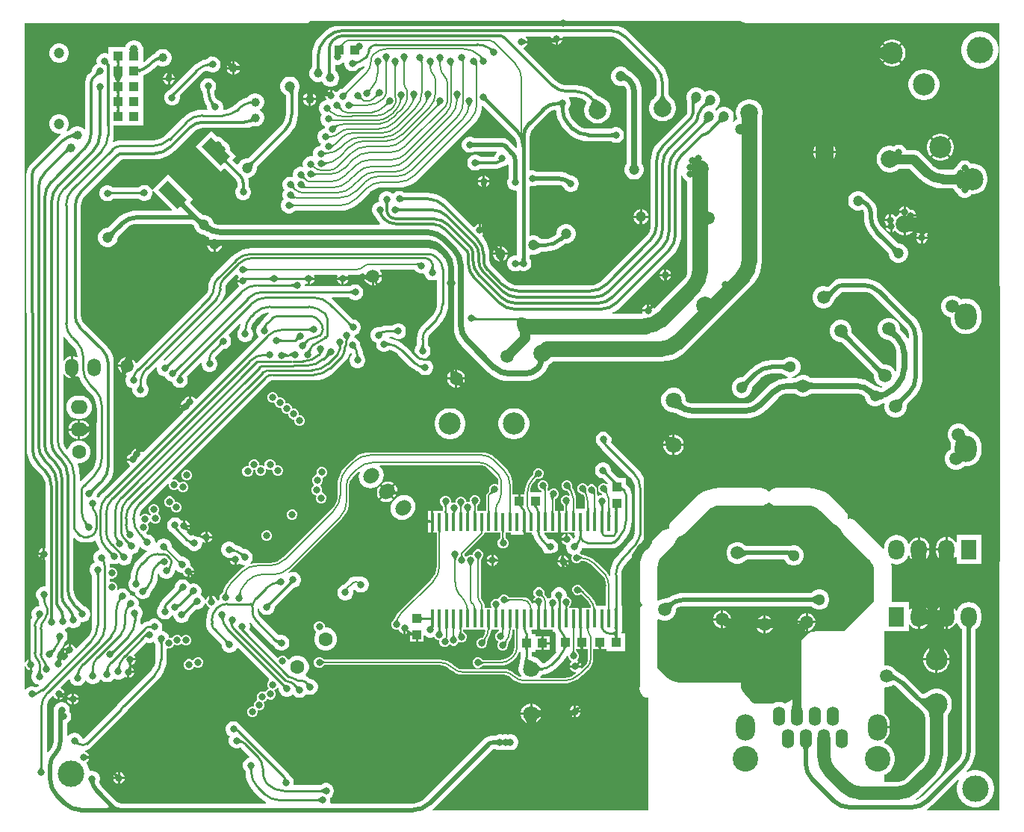
<source format=gbr>
%TF.GenerationSoftware,Altium Limited,Altium Designer,23.1.1 (15)*%
G04 Layer_Physical_Order=4*
G04 Layer_Color=16711680*
%FSLAX45Y45*%
%MOMM*%
%TF.SameCoordinates,06D7CB19-584F-49B0-A036-24662F40C1B1*%
%TF.FilePolarity,Positive*%
%TF.FileFunction,Copper,L4,Bot,Signal*%
%TF.Part,Single*%
G01*
G75*
%TA.AperFunction,Conductor*%
%ADD10C,1.00000*%
%ADD11C,0.25400*%
%ADD12C,0.20000*%
%ADD13C,0.25000*%
%ADD14C,0.30000*%
%ADD15C,0.50000*%
%ADD16C,1.10000*%
%ADD17C,1.60000*%
%ADD18C,0.60000*%
%ADD19C,0.35000*%
%ADD20C,0.40000*%
%ADD21C,0.70000*%
%ADD22C,1.20000*%
%ADD23C,1.80000*%
%ADD24C,1.50000*%
%TA.AperFunction,SMDPad,CuDef*%
%ADD28R,1.00000X1.10000*%
%ADD29R,1.10000X1.00000*%
%TA.AperFunction,ComponentPad*%
%ADD72C,2.50000*%
%ADD73O,2.50000X3.00000*%
%TA.AperFunction,ViaPad*%
%ADD74C,3.00000*%
%TA.AperFunction,ComponentPad*%
%ADD75C,1.80000*%
%ADD76R,1.80000X2.30000*%
%ADD77O,1.80000X2.30000*%
%ADD78C,2.90000*%
%ADD79O,1.40000X2.20000*%
%ADD80O,2.20000X3.00000*%
%ADD81C,1.60000*%
G04:AMPARAMS|DCode=82|XSize=1.6mm|YSize=1.9mm|CornerRadius=0mm|HoleSize=0mm|Usage=FLASHONLY|Rotation=315.000|XOffset=0mm|YOffset=0mm|HoleType=Round|Shape=Round|*
%AMOVALD82*
21,1,0.30000,1.60000,0.00000,0.00000,45.0*
1,1,1.60000,-0.10607,-0.10607*
1,1,1.60000,0.10607,0.10607*
%
%ADD82OVALD82*%

%ADD83O,1.90000X1.60000*%
%ADD84O,1.50000X2.00000*%
%ADD85C,1.20000*%
%TA.AperFunction,ViaPad*%
%ADD86C,0.80000*%
%ADD87C,1.50000*%
%ADD88C,1.20000*%
%ADD89C,2.00000*%
%ADD90C,1.00000*%
%ADD91C,1.30000*%
%TA.AperFunction,Conductor*%
%ADD93C,2.00000*%
%TA.AperFunction,SMDPad,CuDef*%
%ADD94R,0.45000X2.00000*%
G04:AMPARAMS|DCode=95|XSize=3mm|YSize=1.5mm|CornerRadius=0mm|HoleSize=0mm|Usage=FLASHONLY|Rotation=135.000|XOffset=0mm|YOffset=0mm|HoleType=Round|Shape=Rectangle|*
%AMROTATEDRECTD95*
4,1,4,1.59099,-0.53033,0.53033,-1.59099,-1.59099,0.53033,-0.53033,1.59099,1.59099,-0.53033,0.0*
%
%ADD95ROTATEDRECTD95*%

G36*
X10155400Y-18595819D02*
X9333784D01*
X9330337Y-18583595D01*
X9352149Y-18570230D01*
X9391527Y-18536597D01*
X9391265Y-18536336D01*
X9680825Y-18246776D01*
X9691592Y-18253970D01*
X9678671Y-18285165D01*
X9670600Y-18325737D01*
Y-18367104D01*
X9678671Y-18407675D01*
X9694501Y-18445892D01*
X9717482Y-18480287D01*
X9746733Y-18509538D01*
X9781128Y-18532520D01*
X9819345Y-18548349D01*
X9859917Y-18556419D01*
X9901283D01*
X9941855Y-18548349D01*
X9980072Y-18532520D01*
X10014467Y-18509538D01*
X10043718Y-18480287D01*
X10066699Y-18445892D01*
X10082529Y-18407675D01*
X10090600Y-18367104D01*
Y-18325737D01*
X10082529Y-18285165D01*
X10066699Y-18246948D01*
X10043718Y-18212553D01*
X10014467Y-18183302D01*
X9980072Y-18160321D01*
X9941855Y-18144492D01*
X9901283Y-18136420D01*
X9859917D01*
X9819345Y-18144492D01*
X9788150Y-18157413D01*
X9781046Y-18146780D01*
X9786298Y-18141827D01*
X9786297Y-18141827D01*
X9819930Y-18102449D01*
X9846987Y-18058295D01*
X9866805Y-18010451D01*
X9878894Y-17960097D01*
X9882957Y-17908470D01*
X9882587D01*
Y-16559384D01*
X9882908Y-16557933D01*
X9883129Y-16547539D01*
X9883671Y-16539954D01*
X9883919Y-16538110D01*
X9884044Y-16538002D01*
X9890739Y-16532864D01*
X9892844Y-16531458D01*
X9893130Y-16531030D01*
X9906789Y-16520549D01*
X9929230Y-16491304D01*
X9943336Y-16457248D01*
X9948148Y-16420700D01*
Y-16370700D01*
X9943336Y-16334152D01*
X9929230Y-16300096D01*
X9906789Y-16270851D01*
X9877544Y-16248410D01*
X9843487Y-16234303D01*
X9806940Y-16229492D01*
X9770393Y-16234303D01*
X9736336Y-16248410D01*
X9707091Y-16270851D01*
X9684650Y-16300096D01*
X9673500Y-16327016D01*
X9659753D01*
X9653741Y-16312502D01*
X9635268Y-16288428D01*
X9636208Y-16336209D01*
X9565641D01*
Y-16395699D01*
Y-16535423D01*
X9583065Y-16533130D01*
X9611138Y-16521503D01*
X9635244Y-16503004D01*
X9653741Y-16478899D01*
X9659753Y-16464384D01*
X9673500D01*
X9684650Y-16491304D01*
X9707091Y-16520549D01*
X9720750Y-16531030D01*
X9721036Y-16531458D01*
X9723141Y-16532864D01*
X9729717Y-16537910D01*
X9730767Y-16548286D01*
X9730972Y-16557933D01*
X9731293Y-16559384D01*
Y-17908470D01*
X9731429Y-17909500D01*
X9728099Y-17943311D01*
X9717936Y-17976813D01*
X9701432Y-18007689D01*
X9687061Y-18025200D01*
X9679054Y-18034586D01*
X9284284Y-18429355D01*
X9283651Y-18430180D01*
X9257389Y-18451732D01*
X9226513Y-18468236D01*
X9210395Y-18473125D01*
X9205149Y-18461446D01*
X9226689Y-18448245D01*
X9272052Y-18409502D01*
X9271986Y-18409436D01*
X9453395Y-18228027D01*
X9453461Y-18228091D01*
X9492205Y-18182730D01*
X9523375Y-18131865D01*
X9546204Y-18076750D01*
X9560130Y-18018742D01*
X9564811Y-17959270D01*
X9564718D01*
Y-17552928D01*
X9564735Y-17551024D01*
X9565638Y-17528896D01*
X9567301Y-17512601D01*
X9568090Y-17508034D01*
X9568458Y-17506509D01*
X9574571Y-17500397D01*
X9593722Y-17471735D01*
X9606914Y-17439886D01*
X9613639Y-17406076D01*
Y-17371603D01*
X9606914Y-17337794D01*
X9593722Y-17305946D01*
X9574571Y-17277284D01*
X9550195Y-17252908D01*
X9521533Y-17233757D01*
X9489685Y-17220564D01*
X9455875Y-17213840D01*
X9421403D01*
X9387594Y-17220564D01*
X9355746Y-17233757D01*
X9330324Y-17250743D01*
X9328385Y-17251701D01*
X9316958Y-17260487D01*
X9307904Y-17266493D01*
X9300251Y-17270689D01*
X9294217Y-17273242D01*
X9289999Y-17274446D01*
X9287630Y-17274763D01*
X9286850Y-17274738D01*
X9286848Y-17274736D01*
X9286784Y-17274693D01*
X9279800Y-17268961D01*
X9270416Y-17260954D01*
X9261657Y-17252196D01*
X9100949Y-17091489D01*
X9101205Y-17091232D01*
X9062136Y-17057864D01*
X9018328Y-17031018D01*
X9012148Y-17028458D01*
X9011737Y-17028082D01*
X9009588Y-17027306D01*
X9007770Y-17025920D01*
X9002130Y-17023161D01*
X8998384Y-17021104D01*
X8989528Y-17015352D01*
X8986517Y-17013049D01*
X8983211Y-17010236D01*
X8980104Y-17007292D01*
X8977180Y-17004208D01*
X8974417Y-17000964D01*
X8970990Y-16996477D01*
X8970593Y-16996127D01*
X8969705Y-16994588D01*
X8946432Y-16971315D01*
X8917928Y-16954858D01*
X8886137Y-16946339D01*
X8853224D01*
X8845662Y-16940538D01*
Y-16575584D01*
X8846521Y-16563240D01*
X9126520D01*
Y-16482761D01*
X9139220Y-16480234D01*
X9139719Y-16481438D01*
X9158216Y-16505544D01*
X9182322Y-16524042D01*
X9210395Y-16535670D01*
X9227821Y-16537964D01*
Y-16398241D01*
Y-16338750D01*
X9157252D01*
X9157873Y-16335986D01*
X9158428Y-16330148D01*
X9159703Y-16294164D01*
X9159733Y-16289772D01*
X9158216Y-16290936D01*
X9139719Y-16315042D01*
X9139220Y-16316246D01*
X9126520Y-16313721D01*
Y-16233240D01*
X8941925D01*
X8933551Y-16223691D01*
X8934983Y-16212820D01*
Y-15892780D01*
X8935377D01*
X8930356Y-15828976D01*
X8923100Y-15798753D01*
X8932757Y-15790504D01*
X8949973Y-15797636D01*
X8986520Y-15802448D01*
X9023067Y-15797636D01*
X9057124Y-15783530D01*
X9086369Y-15761089D01*
X9108810Y-15731844D01*
X9119960Y-15704924D01*
X9133707D01*
X9139719Y-15719438D01*
X9158192Y-15743513D01*
X9157252Y-15695731D01*
X9227821D01*
Y-15636241D01*
Y-15496516D01*
X9210395Y-15498810D01*
X9182322Y-15510439D01*
X9158216Y-15528935D01*
X9139719Y-15553043D01*
X9133707Y-15567557D01*
X9119960D01*
X9108810Y-15540636D01*
X9086369Y-15511391D01*
X9057124Y-15488950D01*
X9023067Y-15474844D01*
X8986520Y-15470032D01*
X8949973Y-15474844D01*
X8915916Y-15488950D01*
X8886671Y-15511391D01*
X8864230Y-15540636D01*
X8850124Y-15574692D01*
X8845312Y-15611240D01*
Y-15620448D01*
X8833397Y-15624844D01*
X8815917Y-15604378D01*
X8815638Y-15604657D01*
X8525711Y-15314729D01*
X8504821Y-15298700D01*
X8480495Y-15288625D01*
X8454390Y-15285187D01*
X8440270Y-15287045D01*
X8431290Y-15278065D01*
X8433149Y-15263947D01*
X8429712Y-15237840D01*
X8419636Y-15213515D01*
X8403607Y-15192625D01*
X8266263Y-15055283D01*
X8266542Y-15055003D01*
X8217875Y-15013438D01*
X8163305Y-14979997D01*
X8104176Y-14955505D01*
X8041944Y-14940564D01*
X7978140Y-14935542D01*
Y-14935938D01*
X7625080D01*
X7598975Y-14939374D01*
X7574649Y-14949451D01*
X7553759Y-14965479D01*
X7545070Y-14976804D01*
X7532370D01*
X7523681Y-14965479D01*
X7502791Y-14949451D01*
X7478465Y-14939374D01*
X7452360Y-14935938D01*
X6985000D01*
Y-14935542D01*
X6921196Y-14940564D01*
X6858964Y-14955505D01*
X6799835Y-14979997D01*
X6745265Y-15013438D01*
X6696598Y-15055003D01*
X6696877Y-15055283D01*
X6436159Y-15315999D01*
X6420130Y-15336890D01*
X6410054Y-15361215D01*
X6406617Y-15387320D01*
X6407417Y-15393396D01*
X6398437Y-15402376D01*
X6392361Y-15401576D01*
X6366256Y-15405013D01*
X6341930Y-15415089D01*
X6321040Y-15431117D01*
X6195762Y-15556396D01*
X6195483Y-15556117D01*
X6153918Y-15604785D01*
X6120477Y-15659355D01*
X6095985Y-15718484D01*
X6081044Y-15780716D01*
X6076023Y-15844521D01*
X6076417D01*
Y-16185252D01*
X6079854Y-16211357D01*
X6089930Y-16235684D01*
X6100308Y-16249208D01*
X6105959Y-16260880D01*
X6089930Y-16281769D01*
X6079854Y-16306094D01*
X6076417Y-16332201D01*
Y-17182140D01*
X6076417Y-17188046D01*
X6068381Y-17207448D01*
X6068499D01*
X6073877Y-17213580D01*
X6074742Y-17220148D01*
X6077314Y-17239685D01*
X6087390Y-17264011D01*
X6103419Y-17284901D01*
X6124309Y-17300929D01*
X6148635Y-17311006D01*
X6172200Y-17314108D01*
Y-18595819D01*
X3727261D01*
X3722866Y-18583904D01*
X3742567Y-18567078D01*
X3742305Y-18566817D01*
X4412130Y-17896991D01*
X4412130Y-17896991D01*
X4412131Y-17896991D01*
X4423487Y-17893747D01*
X4432937D01*
X4434382Y-17894067D01*
X4442611Y-17894247D01*
X4455981Y-17901965D01*
X4478871Y-17908099D01*
X4502569D01*
X4521200Y-17903107D01*
X4539831Y-17908099D01*
X4563529D01*
X4580890Y-17903448D01*
X4598251Y-17908099D01*
X4621949D01*
X4644839Y-17901965D01*
X4665361Y-17890118D01*
X4682118Y-17873361D01*
X4693966Y-17852840D01*
X4700100Y-17829948D01*
Y-17806252D01*
X4693966Y-17783360D01*
X4682118Y-17762839D01*
X4665361Y-17746082D01*
X4644839Y-17734235D01*
X4621949Y-17728101D01*
X4598251D01*
X4580890Y-17732751D01*
X4563529Y-17728101D01*
X4539831D01*
X4521200Y-17733093D01*
X4502569Y-17728101D01*
X4478871D01*
X4455981Y-17734235D01*
X4442866Y-17741806D01*
X4438239Y-17742101D01*
X4435158Y-17742120D01*
X4433547Y-17742453D01*
X4419961D01*
Y-17742319D01*
X4388258Y-17745441D01*
X4357774Y-17754688D01*
X4329679Y-17769704D01*
X4305054Y-17789914D01*
X4305054Y-17789912D01*
X4296169Y-17798990D01*
X3635324Y-18459834D01*
X3634691Y-18460660D01*
X3608429Y-18482211D01*
X3577553Y-18498717D01*
X3544051Y-18508879D01*
X3510240Y-18512209D01*
X3509210Y-18512073D01*
X2575686D01*
X2565941Y-18499373D01*
X2569040Y-18487810D01*
Y-18464111D01*
X2565126Y-18449504D01*
X2574941Y-18443839D01*
X2591698Y-18427081D01*
X2603546Y-18406560D01*
X2609680Y-18383669D01*
Y-18359972D01*
X2603546Y-18337080D01*
X2591698Y-18316559D01*
X2574941Y-18299802D01*
X2554419Y-18287955D01*
X2531529Y-18281821D01*
X2507831D01*
X2484941Y-18287955D01*
X2464419Y-18299802D01*
X2459604Y-18304617D01*
X2455818Y-18307034D01*
X2454713Y-18308096D01*
X2160519D01*
X2152787Y-18298019D01*
X2155020Y-18289690D01*
Y-18265991D01*
X2148886Y-18243102D01*
X2137038Y-18222578D01*
X2120281Y-18205823D01*
X2118427Y-18204752D01*
X2116807Y-18203044D01*
X2114998Y-18201765D01*
X2111651Y-18199043D01*
X2111398Y-18198808D01*
X2108547Y-18195747D01*
X2108328Y-18195477D01*
X2105840Y-18191936D01*
X2104684Y-18190028D01*
X2104020Y-18189304D01*
X2103650Y-18188394D01*
X2101921Y-18186644D01*
X2099080Y-18181329D01*
X2079939Y-18158006D01*
X2077751Y-18154732D01*
X1572089Y-17649069D01*
X1572090Y-17649068D01*
X1557196Y-17637637D01*
X1554234Y-17634265D01*
X1553616Y-17633960D01*
X1553148Y-17633453D01*
X1552950Y-17633311D01*
X1542678Y-17615520D01*
X1525921Y-17598763D01*
X1505399Y-17586914D01*
X1482509Y-17580780D01*
X1458811D01*
X1435921Y-17586914D01*
X1415399Y-17598763D01*
X1398642Y-17615520D01*
X1386794Y-17636041D01*
X1380660Y-17658931D01*
Y-17682629D01*
X1386794Y-17705519D01*
X1398642Y-17726041D01*
X1415399Y-17742798D01*
X1432386Y-17752605D01*
X1424894Y-17765581D01*
X1418760Y-17788470D01*
Y-17812169D01*
X1424894Y-17835059D01*
X1436742Y-17855582D01*
X1453499Y-17872337D01*
X1474021Y-17884186D01*
X1496911Y-17890320D01*
X1520609D01*
X1543499Y-17884186D01*
X1552401Y-17879047D01*
X1558110Y-17883429D01*
X1559080Y-17884880D01*
X1652211Y-17978011D01*
X1648416Y-17992175D01*
X1634691Y-17995854D01*
X1614168Y-18007703D01*
X1597412Y-18024458D01*
X1585563Y-18044981D01*
X1579429Y-18067871D01*
Y-18091570D01*
X1585563Y-18114459D01*
X1597412Y-18134981D01*
X1602226Y-18139796D01*
X1604644Y-18143582D01*
X1605705Y-18144687D01*
Y-18148930D01*
X1606125Y-18151042D01*
X1609836Y-18198196D01*
X1621372Y-18246249D01*
X1640284Y-18291907D01*
X1666105Y-18334042D01*
X1696613Y-18369763D01*
X1697882Y-18371661D01*
X1698020Y-18371800D01*
X1698021Y-18371802D01*
X1778660Y-18452440D01*
X1780829Y-18453889D01*
X1814383Y-18482547D01*
X1841840Y-18499373D01*
X1838258Y-18512073D01*
X202645D01*
X202278Y-18511963D01*
X201217Y-18512073D01*
X200611D01*
X199343Y-18511774D01*
X191391Y-18511488D01*
X185698Y-18510857D01*
X180406Y-18509846D01*
X175432Y-18508475D01*
X170701Y-18506741D01*
X166133Y-18504623D01*
X161647Y-18502077D01*
X157188Y-18499046D01*
X152716Y-18495468D01*
X146893Y-18490048D01*
X145785Y-18489365D01*
X-21860Y-18321719D01*
X-23275Y-18320633D01*
X-42400Y-18295709D01*
X-52731Y-18270766D01*
X-52769Y-18270351D01*
X-50754Y-18266859D01*
X-44620Y-18243970D01*
Y-18220271D01*
X-50754Y-18197382D01*
X-62602Y-18176859D01*
X-79359Y-18160101D01*
X-99881Y-18148254D01*
X-122771Y-18142120D01*
X-146469D01*
X-151266Y-18143407D01*
X-162051Y-18136699D01*
X-166371Y-18114986D01*
X-182201Y-18076768D01*
X-195954Y-18056184D01*
X-193070Y-18043816D01*
X-188795Y-18041348D01*
X-176618Y-18029172D01*
X-168008Y-18014258D01*
X-164647Y-18001715D01*
X-172707D01*
X-175573Y-18001994D01*
X-179047Y-18002592D01*
X-182305Y-18003430D01*
X-185347Y-18004507D01*
X-188173Y-18005824D01*
X-190781Y-18007381D01*
X-193174Y-18009177D01*
X-195350Y-18011212D01*
X-197311Y-18013486D01*
Y-18001715D01*
X-228951D01*
Y-17976315D01*
X-197311D01*
Y-17964543D01*
X-195350Y-17966818D01*
X-193174Y-17968854D01*
X-190781Y-17970650D01*
X-188173Y-17972205D01*
X-185347Y-17973521D01*
X-182305Y-17974599D01*
X-179047Y-17975438D01*
X-175573Y-17976036D01*
X-172707Y-17976315D01*
X-164647D01*
X-168008Y-17963771D01*
X-176618Y-17948859D01*
X-188795Y-17936682D01*
X-203708Y-17928072D01*
X-213809Y-17925365D01*
X-212962Y-17912444D01*
X-200365Y-17910786D01*
X-171687Y-17898907D01*
X-149571Y-17881937D01*
X-146911Y-17880161D01*
X240049Y-17493199D01*
X241222Y-17491443D01*
X272248Y-17455116D01*
X274208Y-17451917D01*
X621049Y-17105077D01*
X622223Y-17103320D01*
X653248Y-17066995D01*
X679294Y-17024490D01*
X698371Y-16978435D01*
X710008Y-16929964D01*
X713756Y-16882338D01*
X714168Y-16880267D01*
Y-16760098D01*
X724728Y-16753043D01*
X725643Y-16753421D01*
X749512D01*
X771565Y-16744287D01*
X788443Y-16727409D01*
X790856Y-16721584D01*
X806868Y-16716113D01*
X820578Y-16721793D01*
X844448D01*
X866500Y-16712659D01*
X882195Y-16696965D01*
X898524Y-16713293D01*
X920577Y-16722427D01*
X944446D01*
X966498Y-16713293D01*
X983377Y-16696416D01*
X992511Y-16674364D01*
Y-16650493D01*
X983377Y-16628441D01*
X966498Y-16611563D01*
X944446Y-16602428D01*
X920577D01*
X898524Y-16611563D01*
X882830Y-16627257D01*
X866500Y-16610928D01*
X844448Y-16601794D01*
X820578D01*
X798526Y-16610928D01*
X781648Y-16627806D01*
X779234Y-16633632D01*
X763223Y-16639101D01*
X749512Y-16633421D01*
X740240D01*
Y-16632771D01*
X734106Y-16609882D01*
X722258Y-16589359D01*
X705501Y-16572601D01*
X684979Y-16560754D01*
X666226Y-16555730D01*
X660262Y-16547850D01*
X658662Y-16541920D01*
X664040Y-16521849D01*
Y-16498151D01*
X657906Y-16475261D01*
X646058Y-16454739D01*
X629301Y-16437982D01*
X608779Y-16426134D01*
X585889Y-16420000D01*
X562191D01*
X539301Y-16426134D01*
X518779Y-16437982D01*
X508490Y-16448271D01*
X496580Y-16449445D01*
X468647Y-16457918D01*
X442903Y-16471678D01*
X428416Y-16483566D01*
X416418Y-16477374D01*
X416187Y-16477094D01*
X418917Y-16442395D01*
X419324Y-16440350D01*
X418951Y-16438474D01*
X419244Y-16436586D01*
X418424Y-16417265D01*
X419435Y-16416118D01*
X421114Y-16413225D01*
X424019Y-16410321D01*
X435868Y-16389799D01*
X442001Y-16366908D01*
Y-16343211D01*
X435868Y-16320322D01*
X424019Y-16299799D01*
X407262Y-16283041D01*
X389997Y-16273074D01*
X394800Y-16255148D01*
Y-16231451D01*
X388666Y-16208562D01*
X376818Y-16188039D01*
X360061Y-16171281D01*
X339539Y-16159435D01*
X316649Y-16153300D01*
X300820D01*
Y-16152711D01*
X294686Y-16129820D01*
X282838Y-16109299D01*
X266081Y-16092542D01*
X245559Y-16080695D01*
X222669Y-16074561D01*
X198971D01*
X176081Y-16080695D01*
X158595Y-16090790D01*
X148379Y-16083286D01*
X148104Y-16082930D01*
X151440Y-16074876D01*
Y-16051007D01*
X142306Y-16028954D01*
X125427Y-16012076D01*
X103375Y-16002940D01*
X79506D01*
X71344Y-15997488D01*
Y-15968393D01*
X79506Y-15962939D01*
X103375D01*
X125427Y-15953806D01*
X142306Y-15936926D01*
X151440Y-15914874D01*
Y-15891005D01*
X142306Y-15868953D01*
X125427Y-15852074D01*
X103375Y-15842940D01*
X79506D01*
X71344Y-15837486D01*
Y-15812016D01*
X70682Y-15808685D01*
X69897Y-15800722D01*
X80571Y-15793840D01*
X81495Y-15794373D01*
X104385Y-15800507D01*
X128082D01*
X150972Y-15794373D01*
X167376Y-15784901D01*
X176486Y-15794011D01*
X197008Y-15805859D01*
X219898Y-15811993D01*
X243595D01*
X266485Y-15805859D01*
X287008Y-15794011D01*
X303764Y-15777254D01*
X315613Y-15756732D01*
X321746Y-15733842D01*
Y-15710146D01*
X318573Y-15698300D01*
X326809Y-15685600D01*
X349699Y-15679466D01*
X370221Y-15667618D01*
X386978Y-15650861D01*
X398826Y-15630339D01*
X404960Y-15607449D01*
Y-15603741D01*
X417660Y-15600339D01*
X423482Y-15610422D01*
X440238Y-15627177D01*
X460761Y-15639027D01*
X483651Y-15645160D01*
X485515D01*
X488696Y-15657860D01*
X483528Y-15660623D01*
X448958Y-15688992D01*
X448055Y-15689597D01*
X448021Y-15689630D01*
X448020Y-15689632D01*
X387231Y-15750421D01*
X385547Y-15752940D01*
X358690Y-15784387D01*
X335524Y-15822189D01*
X318558Y-15863150D01*
X308208Y-15906261D01*
X304963Y-15947488D01*
X304372Y-15950461D01*
Y-15962645D01*
X303496Y-15963559D01*
X301087Y-15967334D01*
X296282Y-15972139D01*
X284434Y-15992661D01*
X278300Y-16015552D01*
Y-16039249D01*
X284434Y-16062138D01*
X296282Y-16082661D01*
X313039Y-16099419D01*
X333561Y-16111266D01*
X353197Y-16116528D01*
Y-16119292D01*
X359330Y-16142181D01*
X371179Y-16162704D01*
X387935Y-16179462D01*
X408458Y-16191310D01*
X431348Y-16197443D01*
X455045D01*
X477935Y-16191310D01*
X498457Y-16179462D01*
X515214Y-16162704D01*
X527063Y-16142181D01*
X533196Y-16119292D01*
Y-16112497D01*
X534163Y-16108125D01*
X534190Y-16106859D01*
X547657Y-16093391D01*
X548710Y-16091817D01*
X574436Y-16060469D01*
X594432Y-16023059D01*
X596194Y-16017249D01*
X597711Y-16014980D01*
X598430Y-16011365D01*
X599287Y-16007056D01*
X606746Y-15982466D01*
X610720Y-15942108D01*
X611090Y-15940253D01*
X610520Y-15937389D01*
X613553Y-15914349D01*
X626164Y-15910124D01*
X627769Y-15910493D01*
X639182Y-15930261D01*
X655939Y-15947018D01*
X676461Y-15958865D01*
X699351Y-15964999D01*
X723049D01*
X745939Y-15958865D01*
X766461Y-15947018D01*
X783218Y-15930261D01*
X795066Y-15909740D01*
X801200Y-15886848D01*
Y-15876131D01*
X811334Y-15866141D01*
X821735Y-15866434D01*
X833739Y-15878438D01*
X854261Y-15890286D01*
X877151Y-15896420D01*
X894077D01*
X897328Y-15908556D01*
X905938Y-15923468D01*
X918114Y-15935645D01*
X933028Y-15944254D01*
X945571Y-15947615D01*
Y-15883311D01*
X958271D01*
Y-15870612D01*
X1022575D01*
X1019214Y-15858067D01*
X1010604Y-15843153D01*
X998428Y-15830978D01*
X983515Y-15822368D01*
X978277Y-15820966D01*
X979000Y-15818269D01*
Y-15794571D01*
X972866Y-15771681D01*
X961018Y-15751160D01*
X944261Y-15734402D01*
X923739Y-15722554D01*
X900849Y-15716420D01*
X893691D01*
X888916Y-15715443D01*
X884446Y-15715417D01*
X879129Y-15715114D01*
X769399Y-15605383D01*
X769193Y-15603214D01*
X769153Y-15600365D01*
X768180Y-15595808D01*
Y-15588831D01*
X762046Y-15565941D01*
X750198Y-15545419D01*
X733441Y-15528662D01*
X712919Y-15516814D01*
X690029Y-15510680D01*
X666331D01*
X643441Y-15516814D01*
X622919Y-15528662D01*
X606162Y-15545419D01*
X598199Y-15559212D01*
X585499Y-15555809D01*
Y-15543312D01*
X579366Y-15520422D01*
X567517Y-15499899D01*
X550760Y-15483144D01*
X530238Y-15471294D01*
X507348Y-15465161D01*
X503089D01*
X499791Y-15464293D01*
X498527Y-15464217D01*
X483373Y-15447809D01*
X481600Y-15441759D01*
X481911Y-15435960D01*
X482303Y-15434604D01*
X483195Y-15432137D01*
X496659Y-15418672D01*
X505793Y-15396620D01*
Y-15372751D01*
X496659Y-15350697D01*
X498682Y-15340526D01*
X503692Y-15338451D01*
X520570Y-15321573D01*
X522581Y-15316719D01*
X536239Y-15316931D01*
X551631Y-15332323D01*
X573684Y-15341457D01*
X597553D01*
X619606Y-15332323D01*
X636484Y-15315445D01*
X645618Y-15293391D01*
Y-15269524D01*
X636484Y-15247470D01*
X619606Y-15230592D01*
X618869Y-15230287D01*
X616391Y-15217831D01*
X619423Y-15214799D01*
X628557Y-15192746D01*
Y-15168877D01*
X619423Y-15146825D01*
X602544Y-15129945D01*
X580492Y-15120811D01*
X556622D01*
X534570Y-15129945D01*
X517692Y-15146825D01*
X508557Y-15168877D01*
Y-15192746D01*
X517692Y-15214799D01*
X534570Y-15231677D01*
X535465Y-15243716D01*
X530815Y-15249773D01*
X517279Y-15250307D01*
X503692Y-15236720D01*
X481639Y-15227586D01*
X457770D01*
X435717Y-15236720D01*
X420194Y-15252245D01*
X412824Y-15252019D01*
X406442Y-15250342D01*
X405059Y-15245506D01*
X414781Y-15213458D01*
X431617Y-15181960D01*
X446285Y-15164088D01*
X454867Y-15154942D01*
D01*
X463697Y-15146111D01*
X726793Y-14883015D01*
X736227Y-14888138D01*
X738015Y-14889754D01*
Y-14912979D01*
X747149Y-14935031D01*
X764028Y-14951909D01*
X786080Y-14961044D01*
X809950D01*
X831484Y-14952124D01*
X835065Y-14951070D01*
X845667Y-14953178D01*
X849204Y-14961716D01*
X866082Y-14978593D01*
X888134Y-14987729D01*
X912004D01*
X934056Y-14978593D01*
X950935Y-14961716D01*
X960069Y-14939664D01*
Y-14915794D01*
X950935Y-14893742D01*
X934056Y-14876863D01*
X912004Y-14867729D01*
X888134D01*
X866600Y-14876649D01*
X863019Y-14877704D01*
X852417Y-14875594D01*
X848880Y-14867056D01*
X832002Y-14850179D01*
X809950Y-14841045D01*
X786725D01*
X785109Y-14839256D01*
X779987Y-14829820D01*
X1875809Y-13734000D01*
X1877181Y-13731947D01*
X1892089Y-13721985D01*
X1909676Y-13718488D01*
X1912097Y-13718968D01*
X2383990D01*
X2386061Y-13718556D01*
X2433686Y-13714809D01*
X2482158Y-13703171D01*
X2528213Y-13684094D01*
X2570717Y-13658047D01*
X2607043Y-13627022D01*
X2608799Y-13625848D01*
X2747042Y-13487605D01*
X2747070Y-13487634D01*
X2770634Y-13456926D01*
X2785447Y-13421165D01*
X2786045Y-13416620D01*
X2797027Y-13409306D01*
X2807846Y-13412263D01*
X2808492Y-13413824D01*
X2810015Y-13425388D01*
X2803262Y-13432140D01*
X2791414Y-13452661D01*
X2785280Y-13475551D01*
Y-13499249D01*
X2791414Y-13522139D01*
X2803262Y-13542661D01*
X2820019Y-13559418D01*
X2840541Y-13571266D01*
X2863431Y-13577400D01*
X2887129D01*
X2910019Y-13571266D01*
X2930541Y-13559418D01*
X2947298Y-13542661D01*
X2959146Y-13522139D01*
X2965280Y-13499249D01*
Y-13475551D01*
X2959146Y-13452661D01*
X2947298Y-13432140D01*
X2937108Y-13421948D01*
X2934563Y-13396111D01*
X2921060Y-13351598D01*
X2913418Y-13337300D01*
X2912512Y-13333665D01*
X2912175Y-13333211D01*
X2912025Y-13332661D01*
X2911153Y-13330913D01*
X2909652Y-13327280D01*
X2909578Y-13327055D01*
X2908531Y-13322992D01*
X2908433Y-13322469D01*
X2907870Y-13317792D01*
X2907726Y-13315306D01*
X2906860Y-13311972D01*
Y-13307912D01*
X2900726Y-13285020D01*
X2888878Y-13264499D01*
X2872121Y-13247742D01*
X2851599Y-13235893D01*
X2841000Y-13233054D01*
X2845900Y-13214769D01*
Y-13203995D01*
X2859219Y-13200426D01*
X2879741Y-13188577D01*
X2896498Y-13171822D01*
X2908346Y-13151299D01*
X2914480Y-13128409D01*
Y-13104710D01*
X2908346Y-13081821D01*
X2896498Y-13061299D01*
X2879741Y-13044542D01*
X2859219Y-13032693D01*
X2836329Y-13026559D01*
X2829534D01*
X2825162Y-13025594D01*
X2823895Y-13025568D01*
X2606259Y-12807932D01*
X2604503Y-12806758D01*
X2586151Y-12791083D01*
X2590547Y-12779168D01*
X2785600D01*
X2789001Y-12781640D01*
X2797159Y-12789798D01*
X2817681Y-12801646D01*
X2840571Y-12807780D01*
X2864269D01*
X2887159Y-12801646D01*
X2907681Y-12789798D01*
X2924438Y-12773041D01*
X2936286Y-12752519D01*
X2942420Y-12729629D01*
Y-12705931D01*
X2936286Y-12683041D01*
X2924438Y-12662519D01*
X2907681Y-12645762D01*
X2887159Y-12633914D01*
X2864269Y-12627780D01*
X2840571D01*
X2817681Y-12633914D01*
X2797159Y-12645762D01*
X2795104Y-12647817D01*
X2792711Y-12649147D01*
X2790625Y-12650917D01*
X2790098Y-12651312D01*
X2281225D01*
X2280900Y-12650888D01*
Y-12630621D01*
X2288522Y-12624451D01*
X2292893Y-12622880D01*
X2298856Y-12626323D01*
X2311400Y-12629684D01*
Y-12565380D01*
X2324100D01*
Y-12552680D01*
X2352666D01*
Y-12537380D01*
X2355735Y-12540325D01*
X2358865Y-12542960D01*
X2362056Y-12545285D01*
X2365307Y-12547300D01*
X2368620Y-12549005D01*
X2371994Y-12550400D01*
X2375428Y-12551485D01*
X2378924Y-12552260D01*
X2382134Y-12552680D01*
X2388404D01*
X2385043Y-12540136D01*
X2381565Y-12534112D01*
X2388897Y-12521412D01*
X2643806D01*
X2651138Y-12534112D01*
X2647660Y-12540137D01*
X2644299Y-12552680D01*
X2650567D01*
X2653780Y-12552260D01*
X2657275Y-12551485D01*
X2660709Y-12550400D01*
X2664083Y-12549005D01*
X2667395Y-12547300D01*
X2670647Y-12545285D01*
X2673838Y-12542960D01*
X2676968Y-12540325D01*
X2680037Y-12537380D01*
Y-12552680D01*
X2734748D01*
X2728796Y-12530851D01*
X2732702Y-12533037D01*
X2740345Y-12536719D01*
X2744082Y-12538215D01*
X2751385Y-12540516D01*
X2754952Y-12541321D01*
X2758462Y-12541896D01*
X2761915Y-12542242D01*
X2765312Y-12542356D01*
X2768303Y-12552680D01*
X2772907D01*
X2769546Y-12540137D01*
X2766068Y-12534112D01*
X2773400Y-12521412D01*
X2866566D01*
X2870114Y-12520706D01*
X2899756Y-12517786D01*
X2931672Y-12508105D01*
X2945853Y-12500525D01*
X2956696Y-12509130D01*
X2952580Y-12524489D01*
Y-12525007D01*
X2964180D01*
X2967250Y-12522317D01*
X2973409Y-12516223D01*
X2986174Y-12501552D01*
X2992781Y-12492974D01*
X2997175Y-12525007D01*
X3153380D01*
Y-12524489D01*
X3146538Y-12498954D01*
X3133320Y-12476060D01*
X3130449Y-12473189D01*
X3135309Y-12461455D01*
X3524318D01*
X3529702Y-12470781D01*
X3546459Y-12487538D01*
X3566981Y-12499386D01*
X3589871Y-12505520D01*
X3613569D01*
X3620483Y-12503667D01*
X3634045Y-12513181D01*
X3638180Y-12528615D01*
X3650029Y-12549137D01*
X3666785Y-12565894D01*
X3687308Y-12577743D01*
X3710198Y-12583876D01*
X3733895D01*
X3756785Y-12577743D01*
X3765906Y-12572477D01*
X3776905Y-12578827D01*
Y-12851181D01*
X3777490Y-12854123D01*
X3774107Y-12888472D01*
X3763229Y-12924332D01*
X3745565Y-12957378D01*
X3723669Y-12984059D01*
X3721174Y-12985725D01*
X3617620Y-13089281D01*
X3616915Y-13090337D01*
X3589308Y-13123975D01*
X3568204Y-13163457D01*
X3555209Y-13206297D01*
X3550943Y-13249605D01*
X3550696Y-13250850D01*
Y-13318294D01*
X3549636Y-13319398D01*
X3547217Y-13323184D01*
X3542402Y-13327998D01*
X3530554Y-13348521D01*
X3524420Y-13371411D01*
Y-13395110D01*
X3530554Y-13417999D01*
X3533169Y-13422530D01*
X3523007Y-13430327D01*
X3426535Y-13333855D01*
X3424799Y-13332695D01*
X3388479Y-13301675D01*
X3346002Y-13275645D01*
X3299976Y-13256580D01*
X3251534Y-13244949D01*
X3249134Y-13244762D01*
X3248485Y-13244508D01*
X3246584Y-13244170D01*
X3246490Y-13244145D01*
X3246423Y-13244122D01*
X3246330Y-13244086D01*
X3246157Y-13243999D01*
X3245882Y-13243839D01*
X3245463Y-13243555D01*
X3244891Y-13243111D01*
X3244162Y-13242471D01*
X3242275Y-13240607D01*
X3238249Y-13237950D01*
X3236463Y-13236163D01*
X3241642Y-13223463D01*
X3275133D01*
X3276238Y-13224524D01*
X3280024Y-13226942D01*
X3284839Y-13231758D01*
X3305361Y-13243607D01*
X3328251Y-13249741D01*
X3351949D01*
X3374839Y-13243607D01*
X3395361Y-13231758D01*
X3412118Y-13215001D01*
X3423966Y-13194479D01*
X3430100Y-13171590D01*
Y-13147891D01*
X3423966Y-13125002D01*
X3412118Y-13104478D01*
X3395361Y-13087721D01*
X3374839Y-13075874D01*
X3351949Y-13069740D01*
X3328251D01*
X3305361Y-13075874D01*
X3284839Y-13087721D01*
X3280024Y-13092537D01*
X3276238Y-13094955D01*
X3275133Y-13096016D01*
X3216589D01*
X3214510Y-13096429D01*
X3175436Y-13100278D01*
X3144382Y-13109698D01*
X3143285Y-13109763D01*
X3141822Y-13110475D01*
X3139632Y-13111139D01*
X3138238Y-13111369D01*
X3135969Y-13112222D01*
X3135024Y-13112520D01*
X3134086Y-13112759D01*
X3133121Y-13112949D01*
X3132114Y-13113091D01*
X3131040Y-13113181D01*
X3130517Y-13113197D01*
X3126508Y-13113008D01*
X3124369Y-13112746D01*
X3122020Y-13112920D01*
X3100495D01*
X3077605Y-13119054D01*
X3057082Y-13130902D01*
X3040326Y-13147659D01*
X3028477Y-13168181D01*
X3022343Y-13191071D01*
Y-13214769D01*
X3028477Y-13237659D01*
X3040326Y-13258182D01*
X3057082Y-13274937D01*
X3077605Y-13286786D01*
X3088346Y-13289665D01*
X3087540Y-13292671D01*
Y-13316370D01*
X3093674Y-13339259D01*
X3105522Y-13359781D01*
X3122279Y-13376538D01*
X3142801Y-13388387D01*
X3165691Y-13394521D01*
X3189389D01*
X3212279Y-13388387D01*
X3232801Y-13376538D01*
X3237002Y-13372336D01*
X3239106Y-13371037D01*
X3239161Y-13371042D01*
X3275020Y-13381920D01*
X3308067Y-13399583D01*
X3334748Y-13421480D01*
X3336415Y-13423975D01*
X3474095Y-13561655D01*
X3474616Y-13562003D01*
X3510733Y-13591644D01*
X3552484Y-13613960D01*
X3562255Y-13616924D01*
X3564586Y-13618382D01*
X3566679Y-13619177D01*
X3567292Y-13619453D01*
X3567879Y-13619762D01*
X3568472Y-13620122D01*
X3569095Y-13620552D01*
X3569769Y-13621078D01*
X3569986Y-13621269D01*
X3572643Y-13624030D01*
X3573976Y-13625652D01*
X3577401Y-13628461D01*
X3589639Y-13640698D01*
X3610161Y-13652547D01*
X3633051Y-13658681D01*
X3656749D01*
X3679639Y-13652547D01*
X3700161Y-13640698D01*
X3716918Y-13623941D01*
X3728766Y-13603419D01*
X3734900Y-13580528D01*
Y-13556831D01*
X3728766Y-13533942D01*
X3716918Y-13513419D01*
X3700161Y-13496661D01*
X3679639Y-13484814D01*
X3656749Y-13478680D01*
X3653376D01*
X3651223Y-13472783D01*
X3651144Y-13465981D01*
X3669681Y-13455278D01*
X3686438Y-13438521D01*
X3698286Y-13417999D01*
X3704420Y-13395110D01*
Y-13371411D01*
X3698286Y-13348521D01*
X3686438Y-13327998D01*
X3681623Y-13323184D01*
X3679205Y-13319398D01*
X3678144Y-13318294D01*
Y-13250850D01*
X3677647Y-13248351D01*
X3680789Y-13224484D01*
X3690966Y-13199915D01*
X3705622Y-13180815D01*
X3707740Y-13179401D01*
X3811294Y-13075845D01*
X3812454Y-13074110D01*
X3843474Y-13037790D01*
X3869504Y-12995312D01*
X3888569Y-12949287D01*
X3900199Y-12900845D01*
X3903946Y-12853226D01*
X3904353Y-12851181D01*
Y-12699321D01*
X3917054Y-12689576D01*
X3921760Y-12690837D01*
Y-12616180D01*
Y-12541523D01*
X3917054Y-12542784D01*
X3904353Y-12533039D01*
Y-12451285D01*
X3903877Y-12448890D01*
X3900187Y-12411420D01*
X3888558Y-12373088D01*
X3869675Y-12337760D01*
X3845791Y-12308656D01*
X3844433Y-12306625D01*
X3815609Y-12277800D01*
X3813322Y-12276273D01*
X3785406Y-12253363D01*
X3751168Y-12235062D01*
X3714016Y-12223792D01*
X3678079Y-12220253D01*
X3675380Y-12219716D01*
X1677470D01*
X1675425Y-12220123D01*
X1627806Y-12223870D01*
X1579364Y-12235500D01*
X1533338Y-12254565D01*
X1490861Y-12280595D01*
X1454541Y-12311615D01*
X1452805Y-12312775D01*
X1245929Y-12519651D01*
X1244577Y-12521675D01*
X1220664Y-12550813D01*
X1201764Y-12586172D01*
X1190125Y-12624540D01*
X1186431Y-12662052D01*
X1185956Y-12664440D01*
X1186440Y-12666875D01*
X1183373Y-12690170D01*
X1173442Y-12714147D01*
X1159153Y-12732768D01*
X1157103Y-12734138D01*
X1157092Y-12734156D01*
X1157074Y-12734168D01*
X370679Y-13520563D01*
X358411Y-13517274D01*
X357718Y-13514687D01*
X344500Y-13491792D01*
X325807Y-13473100D01*
X317447Y-13468272D01*
X318687Y-13484286D01*
X319670Y-13490392D01*
X322291Y-13501189D01*
X323929Y-13505881D01*
X325786Y-13510101D01*
X327861Y-13513852D01*
X276860Y-13501407D01*
Y-13553439D01*
X264160D01*
Y-13566141D01*
X163760D01*
Y-13566658D01*
X170602Y-13592194D01*
X183820Y-13615086D01*
X202513Y-13633780D01*
X225407Y-13646999D01*
X250942Y-13653841D01*
X255519D01*
X262453Y-13666541D01*
X253954Y-13681261D01*
X247820Y-13704150D01*
Y-13727849D01*
X253954Y-13750739D01*
X265802Y-13771262D01*
X282559Y-13788017D01*
X303081Y-13799866D01*
X325971Y-13806000D01*
X327367Y-13807819D01*
X326560Y-13810831D01*
Y-13834529D01*
X332694Y-13857419D01*
X344542Y-13877940D01*
X361299Y-13894698D01*
X381821Y-13906546D01*
X404711Y-13912680D01*
X428409D01*
X451299Y-13906546D01*
X471821Y-13894698D01*
X488578Y-13877940D01*
X500426Y-13857419D01*
X506560Y-13834529D01*
Y-13810831D01*
X500426Y-13787941D01*
X488578Y-13767419D01*
X483763Y-13762604D01*
X481345Y-13758818D01*
X480284Y-13757713D01*
Y-13756509D01*
X479699Y-13753566D01*
X483082Y-13719217D01*
X493960Y-13683357D01*
X511624Y-13650311D01*
X533520Y-13623630D01*
X536015Y-13621964D01*
X592454Y-13565524D01*
X596095Y-13567625D01*
X602910Y-13573029D01*
Y-13595258D01*
X609043Y-13618147D01*
X620892Y-13638670D01*
X637648Y-13655428D01*
X658171Y-13667276D01*
X681061Y-13673409D01*
X694930D01*
X695914Y-13677078D01*
X707762Y-13697601D01*
X724519Y-13714359D01*
X745041Y-13726205D01*
X767931Y-13732339D01*
X772944D01*
X777194Y-13748199D01*
X789042Y-13768721D01*
X805799Y-13785478D01*
X826321Y-13797327D01*
X849211Y-13803461D01*
X872909D01*
X895799Y-13797327D01*
X916321Y-13785478D01*
X933078Y-13768721D01*
X944926Y-13748199D01*
X951060Y-13725310D01*
Y-13701611D01*
X944926Y-13678722D01*
X940512Y-13671075D01*
X1098530Y-13513058D01*
X1108880Y-13520670D01*
Y-13542429D01*
X1115014Y-13565318D01*
X1126862Y-13585841D01*
X1143619Y-13602599D01*
X1164141Y-13614445D01*
X1187031Y-13620580D01*
X1210729D01*
X1233619Y-13614445D01*
X1254141Y-13602599D01*
X1270898Y-13585841D01*
X1282746Y-13565318D01*
X1288880Y-13542429D01*
Y-13518732D01*
X1282746Y-13495840D01*
X1270898Y-13475319D01*
X1262846Y-13467267D01*
X1270835Y-13447981D01*
X1276613Y-13440450D01*
X1284650Y-13431079D01*
X1293452Y-13422276D01*
X1353235Y-13362492D01*
X1354502Y-13362466D01*
X1358873Y-13361501D01*
X1365669D01*
X1388559Y-13355367D01*
X1409081Y-13343518D01*
X1425838Y-13326761D01*
X1437686Y-13306239D01*
X1443820Y-13283350D01*
Y-13259651D01*
X1437686Y-13236761D01*
X1425838Y-13216238D01*
X1410593Y-13200995D01*
X1540182Y-13071407D01*
X1551695Y-13077853D01*
X1542338Y-13116827D01*
X1542047Y-13120518D01*
X1541652Y-13121548D01*
X1541314Y-13123509D01*
X1541277Y-13123660D01*
X1541244Y-13123761D01*
X1541205Y-13123859D01*
X1541135Y-13124004D01*
X1541001Y-13124236D01*
X1540767Y-13124588D01*
X1540390Y-13125079D01*
X1539834Y-13125717D01*
X1538045Y-13127538D01*
X1535430Y-13131525D01*
X1530089Y-13136865D01*
X1518240Y-13157388D01*
X1512106Y-13180278D01*
Y-13203975D01*
X1518240Y-13226865D01*
X1530089Y-13247388D01*
X1546845Y-13264143D01*
X1567368Y-13275993D01*
X1590258Y-13282126D01*
X1613955D01*
X1636845Y-13275993D01*
X1657367Y-13264143D01*
X1674124Y-13247388D01*
X1685973Y-13226865D01*
X1692106Y-13203975D01*
Y-13180278D01*
X1685973Y-13157388D01*
X1674124Y-13136865D01*
X1669843Y-13132584D01*
X1668683Y-13130714D01*
X1668826Y-13129272D01*
X1679692Y-13093451D01*
X1697337Y-13060439D01*
X1719203Y-13033795D01*
X1721705Y-13032123D01*
X1751349Y-13002480D01*
X1753021Y-12999977D01*
X1779664Y-12978111D01*
X1812677Y-12960466D01*
X1848498Y-12949599D01*
X1866060Y-12947870D01*
X1870914Y-12960153D01*
X1866078Y-12963864D01*
X1864928Y-12964632D01*
X1864901Y-12964651D01*
X1811154Y-13018398D01*
X1811153Y-13018399D01*
X1811153Y-13018399D01*
X1809450Y-13020947D01*
X1787439Y-13047768D01*
X1778781Y-13063966D01*
X1776702Y-13066206D01*
X1776024Y-13068036D01*
X1774809Y-13069563D01*
X1773887Y-13071350D01*
X1771874Y-13074631D01*
X1769479Y-13077460D01*
X1766492Y-13080061D01*
X1764836Y-13081303D01*
X1763909Y-13082336D01*
X1763379Y-13082642D01*
X1746622Y-13099399D01*
X1734774Y-13119920D01*
X1728640Y-13142812D01*
Y-13166508D01*
X1734774Y-13189400D01*
X1746622Y-13209921D01*
X1758057Y-13221355D01*
X1049996Y-13929416D01*
X1034455Y-13926996D01*
X1030233Y-13919682D01*
X1018057Y-13907507D01*
X1003144Y-13898897D01*
X990600Y-13895535D01*
Y-13959840D01*
X965200D01*
Y-13895535D01*
X952656Y-13898897D01*
X937743Y-13907507D01*
X925567Y-13919682D01*
X916957Y-13934596D01*
X914106Y-13945236D01*
X906936Y-13947157D01*
X892023Y-13955766D01*
X879847Y-13967943D01*
X871237Y-13982857D01*
X867876Y-13995399D01*
X932180D01*
Y-14020799D01*
X905088D01*
X929984Y-14048039D01*
X928929Y-14048158D01*
X927633Y-14048618D01*
X926096Y-14049416D01*
X924317Y-14050552D01*
X911804Y-14061340D01*
X908578Y-14064517D01*
X875262Y-14027122D01*
X878458Y-14023891D01*
X881351Y-14020799D01*
X867876D01*
X871237Y-14033344D01*
X879847Y-14048257D01*
X892023Y-14060432D01*
X897726Y-14063725D01*
X899815Y-14079596D01*
X448607Y-14530804D01*
X434334Y-14527116D01*
X428253Y-14516583D01*
X416077Y-14504407D01*
X401164Y-14495798D01*
X388620Y-14492436D01*
Y-14502696D01*
X417804Y-14512982D01*
X416466Y-14517528D01*
X411773Y-14537460D01*
X411771Y-14538611D01*
X411935Y-14539336D01*
X388620Y-14530949D01*
Y-14556740D01*
X363220D01*
Y-14521815D01*
X359240Y-14520384D01*
X360275Y-14519720D01*
X361333Y-14518671D01*
X362412Y-14517232D01*
X363220Y-14515894D01*
Y-14492436D01*
X350676Y-14495798D01*
X335763Y-14504407D01*
X323587Y-14516583D01*
X314977Y-14531496D01*
X310520Y-14548129D01*
Y-14550043D01*
X301683Y-14552409D01*
X286770Y-14561020D01*
X274594Y-14573196D01*
X265984Y-14588110D01*
X262623Y-14600653D01*
X326927D01*
Y-14626053D01*
X262623D01*
X265984Y-14638597D01*
X274594Y-14653510D01*
X286770Y-14665686D01*
X292473Y-14668977D01*
X294562Y-14684850D01*
X-11449Y-14990862D01*
X-12622Y-14992616D01*
X-43648Y-15028943D01*
X-53977Y-15045799D01*
X-66589Y-15047292D01*
X-70359Y-15043523D01*
X-80938Y-15037415D01*
X-75100Y-15015630D01*
Y-15009036D01*
X-74518Y-15006499D01*
X-74067Y-15006017D01*
X-73163Y-15004559D01*
X29960Y-14901437D01*
X29961Y-14901436D01*
X30189Y-14901665D01*
X59400Y-14867462D01*
X82902Y-14829112D01*
X100114Y-14787556D01*
X110614Y-14743820D01*
X114144Y-14698981D01*
X113821D01*
X113820Y-13515776D01*
X114529D01*
X109465Y-13464360D01*
X94467Y-13414920D01*
X70113Y-13369356D01*
X45295Y-13339114D01*
X37436Y-13329538D01*
X37337Y-13329417D01*
X36836Y-13329919D01*
X-221288Y-13071796D01*
X-222540Y-13070834D01*
X-242410Y-13044939D01*
X-255505Y-13013326D01*
X-259766Y-12980966D01*
X-259559Y-12979401D01*
Y-11748570D01*
X-259673Y-11747705D01*
X-256134Y-11711769D01*
X-245399Y-11676382D01*
X-227967Y-11643768D01*
X-205059Y-11615854D01*
X-204367Y-11615323D01*
X188546Y-11222411D01*
X188610Y-11222327D01*
X201083Y-11213993D01*
X215795Y-11211067D01*
X215900Y-11211081D01*
X575510D01*
Y-11211506D01*
X625566Y-11207567D01*
X674391Y-11195845D01*
X720780Y-11176630D01*
X763593Y-11150395D01*
X801774Y-11117784D01*
X801473Y-11117483D01*
X1009772Y-10909184D01*
X1018690Y-10900268D01*
X1018748Y-10900202D01*
X1018778Y-10900179D01*
X1018781Y-10900175D01*
X1028221Y-10892410D01*
X1041846Y-10881228D01*
X1068287Y-10867095D01*
X1096977Y-10858392D01*
X1126695Y-10855465D01*
X1126814Y-10855481D01*
X1594398D01*
Y-10856074D01*
X1641141Y-10851470D01*
X1671429Y-10842282D01*
X1673470Y-10842181D01*
X1675515Y-10841213D01*
X1677755Y-10840903D01*
X1680850Y-10839831D01*
X1682638Y-10839321D01*
X1684507Y-10838899D01*
X1685801Y-10838680D01*
X1691461Y-10838187D01*
X1692577Y-10838175D01*
X1699125Y-10838592D01*
X1702598Y-10839055D01*
X1703434Y-10839002D01*
X1703875Y-10839120D01*
X1730205D01*
X1755638Y-10832305D01*
X1778441Y-10819140D01*
X1797060Y-10800521D01*
X1810225Y-10777718D01*
X1817040Y-10752285D01*
Y-10725955D01*
X1810225Y-10700522D01*
X1797060Y-10677719D01*
X1778441Y-10659100D01*
X1774059Y-10656570D01*
Y-10643870D01*
X1778441Y-10641340D01*
X1797060Y-10622721D01*
X1810225Y-10599918D01*
X1817040Y-10574485D01*
Y-10548155D01*
X1810225Y-10522722D01*
X1797060Y-10499919D01*
X1778441Y-10481300D01*
X1755638Y-10468135D01*
X1730205Y-10461320D01*
X1703875D01*
X1678442Y-10468135D01*
X1655639Y-10481300D01*
X1637020Y-10499919D01*
X1632307Y-10508082D01*
X1630777Y-10508835D01*
X1625533Y-10509878D01*
X1624503Y-10510566D01*
X1613578Y-10513189D01*
X1567522Y-10532266D01*
X1554590Y-10540191D01*
X1553351Y-10540437D01*
X1544091Y-10546624D01*
X1525019Y-10558312D01*
X1488692Y-10589337D01*
X1486937Y-10590511D01*
X1466747Y-10610700D01*
X1457257Y-10618489D01*
X1424244Y-10636134D01*
X1388423Y-10647001D01*
X1360666Y-10649734D01*
X1351252Y-10639989D01*
X1350682Y-10637926D01*
X1352380Y-10631589D01*
Y-10607891D01*
X1346246Y-10585001D01*
X1334398Y-10564479D01*
X1317641Y-10547722D01*
X1297119Y-10535874D01*
X1275702Y-10530135D01*
X1264431Y-10509049D01*
X1253697Y-10473662D01*
X1250575Y-10441963D01*
X1256728Y-10435810D01*
X1268577Y-10415287D01*
X1274710Y-10392397D01*
Y-10368700D01*
X1268577Y-10345810D01*
X1256728Y-10325288D01*
X1239971Y-10308531D01*
X1219449Y-10296682D01*
X1196559Y-10290549D01*
X1172862D01*
X1149972Y-10296682D01*
X1129449Y-10308531D01*
X1112693Y-10325288D01*
X1100844Y-10345810D01*
X1094711Y-10368700D01*
Y-10392397D01*
X1100844Y-10415287D01*
X1112693Y-10435810D01*
X1119149Y-10442266D01*
X1122663Y-10486917D01*
X1134385Y-10535741D01*
X1153600Y-10582131D01*
X1167461Y-10604749D01*
X1169042Y-10609073D01*
X1170436Y-10611361D01*
X1170958Y-10612332D01*
X1171306Y-10613077D01*
X1171509Y-10613592D01*
X1171580Y-10613808D01*
X1171535Y-10615065D01*
X1172380Y-10620275D01*
Y-10631589D01*
X1174558Y-10639716D01*
X1166826Y-10649792D01*
X1118670D01*
X1116599Y-10650204D01*
X1068974Y-10653952D01*
X1020502Y-10665589D01*
X974447Y-10684666D01*
X931943Y-10710712D01*
X895617Y-10741738D01*
X893861Y-10742911D01*
X697211Y-10939561D01*
X695539Y-10942063D01*
X668896Y-10963929D01*
X635883Y-10981574D01*
X600062Y-10992441D01*
X565761Y-10995819D01*
X562810Y-10995232D01*
X198120D01*
X195704Y-10995712D01*
X158180Y-10999408D01*
X119775Y-11011058D01*
X113492Y-11014417D01*
X103441Y-11006652D01*
X107830Y-10988374D01*
X111577Y-10940755D01*
X111984Y-10938710D01*
Y-10845530D01*
X113821Y-10831581D01*
Y-10826420D01*
X447900D01*
Y-10656240D01*
Y-10486060D01*
Y-10313340D01*
Y-10260918D01*
X486994Y-10244724D01*
X529460Y-10218701D01*
X567332Y-10186356D01*
X567036Y-10186060D01*
X597305Y-10155792D01*
X597333Y-10155756D01*
X597369Y-10155727D01*
X597685Y-10155315D01*
X612197Y-10144180D01*
X629422Y-10154125D01*
X654855Y-10160940D01*
X681185D01*
X706618Y-10154125D01*
X729421Y-10140960D01*
X748040Y-10122341D01*
X761205Y-10099538D01*
X768020Y-10074105D01*
Y-10047775D01*
X761205Y-10022342D01*
X748040Y-9999539D01*
X729421Y-9980920D01*
X706618Y-9967755D01*
X681185Y-9960940D01*
X654855D01*
X629422Y-9967755D01*
X606619Y-9980920D01*
X588000Y-9999539D01*
X580917Y-10011808D01*
X579996Y-10012267D01*
X579359Y-10012460D01*
X578223Y-10013068D01*
X576564Y-10013788D01*
X575518Y-10014513D01*
X539304Y-10033870D01*
X513846Y-10054763D01*
X504294Y-10062601D01*
X504195Y-10062683D01*
X504588Y-10063075D01*
X474320Y-10093344D01*
X473823Y-10093992D01*
X459381Y-10105844D01*
X447900Y-10100414D01*
Y-9940620D01*
X440719D01*
X436085Y-9923325D01*
X422920Y-9900522D01*
X404301Y-9881904D01*
X381498Y-9868739D01*
X356065Y-9861924D01*
X329735D01*
X304302Y-9868739D01*
X281499Y-9881904D01*
X262880Y-9900522D01*
X249715Y-9923325D01*
X245081Y-9940620D01*
X54900D01*
Y-10006684D01*
X42200Y-10013076D01*
X22009Y-10007666D01*
X-1689D01*
X-24579Y-10013799D01*
X-45101Y-10025648D01*
X-61858Y-10042405D01*
X-73706Y-10062927D01*
X-79840Y-10085817D01*
Y-10109514D01*
X-74891Y-10127982D01*
X-80459Y-10129474D01*
X-100981Y-10141322D01*
X-117738Y-10158079D01*
X-129586Y-10178601D01*
X-135720Y-10201491D01*
Y-10208084D01*
X-136302Y-10210622D01*
X-136753Y-10211104D01*
X-137657Y-10212560D01*
X-172614Y-10247517D01*
X-172949Y-10247183D01*
X-192156Y-10272214D01*
X-204230Y-10301364D01*
X-208349Y-10332645D01*
X-207875D01*
Y-10871600D01*
X-214069Y-10873259D01*
X-220575Y-10873893D01*
X-238319Y-10856150D01*
X-261122Y-10842985D01*
X-286555Y-10836170D01*
X-312885D01*
X-338318Y-10842985D01*
X-361121Y-10856150D01*
X-373969Y-10868997D01*
X-377556Y-10871850D01*
X-380187Y-10874958D01*
X-381935Y-10876823D01*
X-383577Y-10878396D01*
X-385108Y-10879706D01*
X-386518Y-10880776D01*
X-387830Y-10881650D01*
X-389052Y-10882356D01*
X-390204Y-10882926D01*
X-391324Y-10883390D01*
X-394064Y-10884317D01*
X-395084Y-10884904D01*
X-399000Y-10885844D01*
X-413232Y-10891739D01*
X-420425Y-10880972D01*
X-415879Y-10876426D01*
X-401397Y-10851343D01*
X-393900Y-10823366D01*
Y-10794402D01*
X-401397Y-10766426D01*
X-415879Y-10741343D01*
X-436359Y-10720862D01*
X-461442Y-10706381D01*
X-489418Y-10698884D01*
X-518382D01*
X-546359Y-10706381D01*
X-571442Y-10720862D01*
X-591922Y-10741343D01*
X-606404Y-10766426D01*
X-613900Y-10794402D01*
Y-10823366D01*
X-606404Y-10851343D01*
X-591922Y-10876426D01*
X-571442Y-10896906D01*
X-546359Y-10911388D01*
X-518382Y-10918884D01*
X-492256D01*
X-487979Y-10928669D01*
X-487643Y-10930952D01*
X-488202Y-10931295D01*
X-526384Y-10963905D01*
X-526083Y-10964206D01*
X-827121Y-11265244D01*
X-827298Y-11265066D01*
X-848264Y-11290614D01*
X-863844Y-11319761D01*
X-873438Y-11351388D01*
X-876677Y-11384278D01*
X-876426Y-11384345D01*
X-873281Y-14491743D01*
X-873707Y-14492171D01*
X-873706D01*
X-869767Y-14542226D01*
X-858045Y-14591051D01*
X-838830Y-14637440D01*
X-812595Y-14680254D01*
X-779984Y-14718434D01*
X-779683Y-14718134D01*
X-715113Y-14782704D01*
X-714421Y-14783235D01*
X-691513Y-14811148D01*
X-674081Y-14843762D01*
X-663346Y-14879149D01*
X-659807Y-14915085D01*
X-659921Y-14915950D01*
Y-15611696D01*
X-665480Y-15615962D01*
Y-15684500D01*
Y-15753038D01*
X-659921Y-15757304D01*
Y-16051270D01*
X-663792Y-16054240D01*
X-687489D01*
X-710379Y-16060374D01*
X-730901Y-16072221D01*
X-747658Y-16088979D01*
X-759506Y-16109502D01*
X-765640Y-16132391D01*
Y-16156088D01*
X-759506Y-16178979D01*
X-747658Y-16199501D01*
X-742843Y-16204317D01*
X-740425Y-16208102D01*
X-739364Y-16209207D01*
Y-16220695D01*
X-738887Y-16223094D01*
X-734969Y-16252858D01*
X-729028Y-16267200D01*
X-736084Y-16277760D01*
X-740829D01*
X-763719Y-16283894D01*
X-784241Y-16295741D01*
X-800998Y-16312498D01*
X-812846Y-16333022D01*
X-818980Y-16355911D01*
Y-16379610D01*
X-812846Y-16402499D01*
X-810867Y-16405927D01*
X-818845Y-16415648D01*
X-833507Y-16443079D01*
X-842535Y-16472841D01*
X-845132Y-16499207D01*
X-846044Y-16503793D01*
Y-16803581D01*
X-845361Y-16807019D01*
X-842190Y-16839214D01*
X-836121Y-16859221D01*
X-844849Y-16874197D01*
X-850744Y-16875777D01*
X-865657Y-16884387D01*
X-877833Y-16896564D01*
X-886443Y-16911476D01*
X-886939Y-16913329D01*
X-899639Y-16911656D01*
X-899640Y-9669301D01*
X5133876D01*
X5134257Y-9670278D01*
X5125579Y-9682978D01*
X2712720D01*
Y-9682593D01*
X2663639Y-9686456D01*
X2615766Y-9697949D01*
X2570280Y-9716790D01*
X2528302Y-9742514D01*
X2490864Y-9774488D01*
X2491136Y-9774760D01*
X2491136Y-9774761D01*
X2457033Y-9808864D01*
X2456742Y-9808573D01*
X2423877Y-9847053D01*
X2397436Y-9890201D01*
X2378070Y-9936954D01*
X2366257Y-9986161D01*
X2362286Y-10036610D01*
X2362698D01*
Y-10155951D01*
X2362335Y-10157476D01*
X2362233Y-10160246D01*
X2362163Y-10160858D01*
X2362087Y-10161243D01*
X2362019Y-10161482D01*
X2361953Y-10161658D01*
X2361856Y-10161862D01*
X2361684Y-10162158D01*
X2361371Y-10162607D01*
X2360848Y-10163247D01*
X2358824Y-10165377D01*
X2356492Y-10169068D01*
X2350760Y-10174799D01*
X2337595Y-10197602D01*
X2330780Y-10223035D01*
Y-10249365D01*
X2337595Y-10274798D01*
X2350760Y-10297601D01*
X2369379Y-10316220D01*
X2392182Y-10329385D01*
X2417615Y-10336200D01*
X2443945D01*
X2464668Y-10330647D01*
X2477144Y-10328139D01*
X2490309Y-10350941D01*
X2508928Y-10369560D01*
X2531731Y-10382725D01*
X2557164Y-10389540D01*
X2583494D01*
X2608927Y-10382725D01*
X2631730Y-10369560D01*
X2650349Y-10350941D01*
X2663514Y-10328138D01*
X2670329Y-10302705D01*
Y-10276375D01*
X2663514Y-10250942D01*
X2650349Y-10228139D01*
X2631730Y-10209520D01*
X2623322Y-10204666D01*
Y-10143712D01*
X2633398Y-10135980D01*
X2642172Y-10138332D01*
X2665869D01*
X2688759Y-10132198D01*
X2709282Y-10120349D01*
X2714160Y-10115471D01*
X2726860Y-10120731D01*
Y-10133749D01*
X2732994Y-10156639D01*
X2744842Y-10177161D01*
X2761599Y-10193918D01*
X2782121Y-10205766D01*
X2805011Y-10211900D01*
X2828709D01*
X2851599Y-10205766D01*
X2872121Y-10193918D01*
X2882790Y-10183249D01*
X2886793Y-10180083D01*
X2888586Y-10177977D01*
X2889438Y-10177079D01*
X2890183Y-10176377D01*
X2890827Y-10175838D01*
X2891376Y-10175433D01*
X2891852Y-10175124D01*
X2892274Y-10174888D01*
X2892673Y-10174697D01*
X2893086Y-10174531D01*
X2895087Y-10173874D01*
X2896779Y-10172919D01*
X2900928Y-10171923D01*
X2940369Y-10155587D01*
X2943198Y-10153853D01*
X2952855Y-10162101D01*
X2951694Y-10164903D01*
X2932678Y-10189685D01*
X2930030Y-10191454D01*
X2713959Y-10407526D01*
X2709228Y-10408273D01*
X2705989Y-10408554D01*
X2703569Y-10409257D01*
X2701165D01*
X2678275Y-10415390D01*
X2657752Y-10427239D01*
X2640995Y-10443996D01*
X2639375Y-10446803D01*
X2625266Y-10445841D01*
X2614814Y-10435389D01*
X2599901Y-10426779D01*
X2587358Y-10423418D01*
Y-10487722D01*
X2574658D01*
Y-10500422D01*
X2510354D01*
X2513715Y-10512966D01*
X2521933Y-10527200D01*
X2520187Y-10534092D01*
X2516725Y-10540240D01*
X2495101Y-10546034D01*
X2474579Y-10557882D01*
X2457822Y-10574639D01*
X2445974Y-10595161D01*
X2439840Y-10618051D01*
Y-10641749D01*
X2445974Y-10664639D01*
X2457822Y-10685161D01*
X2472565Y-10699903D01*
X2462010Y-10718184D01*
X2455877Y-10741074D01*
Y-10764771D01*
X2462010Y-10787661D01*
X2473859Y-10808183D01*
X2490616Y-10824940D01*
X2510285Y-10836296D01*
X2505468Y-10854271D01*
Y-10865020D01*
X2500211D01*
X2477321Y-10871154D01*
X2456799Y-10883002D01*
X2440042Y-10899759D01*
X2428194Y-10920281D01*
X2422060Y-10943171D01*
Y-10966869D01*
X2428194Y-10989759D01*
X2440042Y-11010281D01*
X2456799Y-11027038D01*
X2463753Y-11031053D01*
X2462010Y-11034071D01*
X2456263Y-11055520D01*
X2451951D01*
X2429061Y-11061654D01*
X2408539Y-11073502D01*
X2391782Y-11090259D01*
X2379934Y-11110781D01*
X2373800Y-11133671D01*
Y-11157369D01*
X2376225Y-11166419D01*
X2365856Y-11176788D01*
X2358809Y-11174900D01*
X2335111D01*
X2312221Y-11181034D01*
X2291699Y-11192882D01*
X2274942Y-11209639D01*
X2263094Y-11230161D01*
X2256960Y-11253051D01*
Y-11276749D01*
X2259922Y-11287802D01*
X2249552Y-11298172D01*
X2244509Y-11296820D01*
X2220811D01*
X2197921Y-11302954D01*
X2177399Y-11314802D01*
X2160642Y-11331559D01*
X2148794Y-11352081D01*
X2142660Y-11374971D01*
Y-11398669D01*
X2143394Y-11401407D01*
X2134414Y-11410387D01*
X2127669Y-11408580D01*
X2103971D01*
X2081081Y-11414714D01*
X2060559Y-11426562D01*
X2043802Y-11443319D01*
X2031954Y-11463841D01*
X2025820Y-11486731D01*
Y-11510429D01*
X2031954Y-11533319D01*
X2043802Y-11553841D01*
X2048231Y-11558270D01*
X2043802Y-11562699D01*
X2031954Y-11583221D01*
X2025820Y-11606111D01*
Y-11629809D01*
X2031954Y-11652699D01*
X2039881Y-11666428D01*
X2027840Y-11678469D01*
X2015991Y-11698991D01*
X2009858Y-11721881D01*
Y-11745578D01*
X2015991Y-11768468D01*
X2027840Y-11788991D01*
X2044597Y-11805747D01*
X2065119Y-11817596D01*
X2088009Y-11823729D01*
X2111706D01*
X2134596Y-11817596D01*
X2155119Y-11805747D01*
X2160052Y-11800814D01*
X2163961Y-11798281D01*
X2166524Y-11795789D01*
X2167534Y-11794905D01*
X2679300D01*
X2681001Y-11794567D01*
X2728573Y-11790823D01*
X2776632Y-11779285D01*
X2822294Y-11760371D01*
X2864436Y-11734547D01*
X2900722Y-11703555D01*
X2902163Y-11702592D01*
X3017198Y-11587558D01*
X3018794Y-11585169D01*
X3045953Y-11562881D01*
X3079434Y-11544984D01*
X3115764Y-11533964D01*
X3150728Y-11530520D01*
X3153546Y-11531081D01*
X3342304D01*
X3344006Y-11530742D01*
X3391577Y-11526998D01*
X3439636Y-11515460D01*
X3485298Y-11496546D01*
X3527440Y-11470722D01*
X3563726Y-11439731D01*
X3565167Y-11438768D01*
X4197963Y-10805972D01*
X4198926Y-10804531D01*
X4229917Y-10768245D01*
X4255741Y-10726104D01*
X4274655Y-10680441D01*
X4286193Y-10632382D01*
X4288030Y-10609050D01*
X4291348Y-10605901D01*
X4301189Y-10603717D01*
X4633101Y-10935630D01*
X4633859Y-10936211D01*
X4656090Y-10963300D01*
X4672144Y-10993335D01*
X4673057Y-10995044D01*
X4683506Y-11029489D01*
X4686816Y-11063095D01*
Y-11074435D01*
X4674116Y-11079695D01*
X4600091Y-11005669D01*
X4600346Y-11005414D01*
X4575921Y-10986672D01*
X4547478Y-10974890D01*
X4516954Y-10970871D01*
Y-10971233D01*
X4208143D01*
X4206698Y-10970913D01*
X4198469Y-10970733D01*
X4185099Y-10963014D01*
X4162209Y-10956880D01*
X4138511D01*
X4115621Y-10963014D01*
X4095099Y-10974862D01*
X4078342Y-10991619D01*
X4066494Y-11012142D01*
X4060360Y-11035032D01*
Y-11058729D01*
X4066494Y-11081619D01*
X4078342Y-11102141D01*
X4095099Y-11118898D01*
X4115621Y-11130747D01*
X4138511Y-11136880D01*
X4162209D01*
X4185099Y-11130747D01*
X4198214Y-11123174D01*
X4202841Y-11122879D01*
X4205922Y-11122859D01*
X4207533Y-11122527D01*
X4450340D01*
X4455014Y-11135227D01*
X4441562Y-11148679D01*
X4429714Y-11169201D01*
X4425609Y-11184519D01*
X4275197D01*
X4273529Y-11184129D01*
X4272871Y-11184107D01*
X4270664Y-11182724D01*
X4266003Y-11178062D01*
X4245480Y-11166214D01*
X4222590Y-11160080D01*
X4198893D01*
X4176003Y-11166214D01*
X4155481Y-11178062D01*
X4138724Y-11194819D01*
X4126875Y-11215342D01*
X4120742Y-11238232D01*
Y-11261929D01*
X4126875Y-11284819D01*
X4138724Y-11305341D01*
X4155481Y-11322098D01*
X4176003Y-11333947D01*
X4198893Y-11340080D01*
X4222590D01*
X4245480Y-11333947D01*
X4266003Y-11322098D01*
X4270664Y-11317437D01*
X4272871Y-11316053D01*
X4273529Y-11316031D01*
X4275197Y-11315641D01*
X4449757D01*
Y-11316327D01*
X4487475Y-11311361D01*
X4522622Y-11296803D01*
X4526848Y-11293559D01*
X4548319Y-11287806D01*
X4568841Y-11275958D01*
X4575093Y-11269706D01*
X4587793Y-11274966D01*
Y-11415397D01*
X4587473Y-11416842D01*
X4587293Y-11425071D01*
X4579574Y-11438441D01*
X4573440Y-11461331D01*
Y-11485029D01*
X4579574Y-11507919D01*
X4591422Y-11528441D01*
X4608179Y-11545198D01*
X4628701Y-11557046D01*
X4651591Y-11563180D01*
X4675289D01*
X4676740Y-11562791D01*
X4686816Y-11570522D01*
Y-12295318D01*
X4676740Y-12303049D01*
X4675289Y-12302660D01*
X4651591D01*
X4628701Y-12308794D01*
X4608179Y-12320642D01*
X4591422Y-12337399D01*
X4579574Y-12357921D01*
X4573440Y-12380811D01*
Y-12404509D01*
X4579574Y-12427399D01*
X4591422Y-12447921D01*
X4608179Y-12464678D01*
X4628701Y-12476526D01*
X4651591Y-12482660D01*
X4675289D01*
X4698179Y-12476526D01*
X4712630Y-12468183D01*
X4722681Y-12473986D01*
X4745571Y-12480120D01*
X4769269D01*
X4792159Y-12473986D01*
X4812681Y-12462138D01*
X4829438Y-12445381D01*
X4841286Y-12424859D01*
X4847420Y-12401969D01*
Y-12378271D01*
X4841286Y-12355381D01*
X4829438Y-12334859D01*
X4828500Y-12333921D01*
X4828440Y-12333202D01*
X4828391Y-12330531D01*
X4828024Y-12328851D01*
Y-12298434D01*
X4838100Y-12290702D01*
X4855750Y-12295432D01*
X4884714D01*
X4912690Y-12287936D01*
X4937773Y-12273454D01*
X4944549Y-12266678D01*
X4948281Y-12264308D01*
X4951372Y-12261357D01*
X4953050Y-12259966D01*
X4954522Y-12258920D01*
X4955801Y-12258154D01*
X4956930Y-12257597D01*
X4957960Y-12257192D01*
X4958979Y-12256888D01*
X4960068Y-12256662D01*
X4961325Y-12256510D01*
X4964814Y-12256372D01*
X4966211Y-12256036D01*
X5004218D01*
Y-12256434D01*
X5055059Y-12252432D01*
X5104649Y-12240527D01*
X5151765Y-12221011D01*
X5195249Y-12194364D01*
X5229817Y-12164840D01*
X5254502D01*
X5282478Y-12157343D01*
X5307561Y-12142862D01*
X5328042Y-12122381D01*
X5342523Y-12097298D01*
X5350020Y-12069322D01*
Y-12040358D01*
X5342523Y-12012382D01*
X5328042Y-11987299D01*
X5307561Y-11966818D01*
X5282478Y-11952337D01*
X5254502Y-11944840D01*
X5225538D01*
X5197562Y-11952337D01*
X5172479Y-11966818D01*
X5151998Y-11987299D01*
X5137517Y-12012382D01*
X5130020Y-12040358D01*
Y-12064576D01*
X5106228Y-12084102D01*
X5074484Y-12101070D01*
X5040039Y-12111518D01*
X5005166Y-12114953D01*
X5004218Y-12114828D01*
X4966211D01*
X4964814Y-12114492D01*
X4961325Y-12114354D01*
X4960068Y-12114202D01*
X4958979Y-12113976D01*
X4957960Y-12113672D01*
X4956929Y-12113267D01*
X4955803Y-12112712D01*
X4954522Y-12111944D01*
X4953052Y-12110899D01*
X4951371Y-12109506D01*
X4948281Y-12106556D01*
X4944549Y-12104186D01*
X4937773Y-12097410D01*
X4912690Y-12082929D01*
X4884714Y-12075432D01*
X4855750D01*
X4838100Y-12080162D01*
X4828024Y-12072431D01*
Y-11523441D01*
X4838100Y-11515710D01*
X4844631Y-11517460D01*
X4868329D01*
X4891219Y-11511326D01*
X4904334Y-11503754D01*
X4908961Y-11503459D01*
X4912042Y-11503439D01*
X4913653Y-11503107D01*
X5146190D01*
X5148146Y-11502849D01*
X5180612Y-11507124D01*
X5207496Y-11518259D01*
X5208288Y-11518931D01*
X5208374Y-11518979D01*
X5209494Y-11523159D01*
X5221342Y-11543681D01*
X5238099Y-11560438D01*
X5258621Y-11572286D01*
X5281511Y-11578420D01*
X5305209D01*
X5328099Y-11572286D01*
X5348621Y-11560438D01*
X5365378Y-11543681D01*
X5377226Y-11523159D01*
X5383360Y-11500269D01*
Y-11476571D01*
X5377226Y-11453681D01*
X5365378Y-11433159D01*
X5348621Y-11416402D01*
X5328099Y-11404554D01*
X5305209Y-11398420D01*
X5303841D01*
X5291209Y-11391297D01*
X5287348Y-11390030D01*
X5275126Y-11382539D01*
X5233952Y-11365485D01*
X5190618Y-11355081D01*
X5146190Y-11351585D01*
Y-11351813D01*
X4914263D01*
X4912818Y-11351493D01*
X4904589Y-11351313D01*
X4891219Y-11343594D01*
X4868329Y-11337460D01*
X4844631D01*
X4838100Y-11339210D01*
X4828024Y-11331479D01*
Y-11065310D01*
X4828422D01*
X4828024Y-11060256D01*
Y-10965647D01*
X4827954Y-10965116D01*
X4831046Y-10933717D01*
X4840360Y-10903015D01*
X4855484Y-10874719D01*
X4875500Y-10850330D01*
X4875924Y-10850004D01*
X5025050Y-10700879D01*
X5025631Y-10700121D01*
X5052720Y-10677890D01*
X5084464Y-10660923D01*
X5116403Y-10651234D01*
X5125853Y-10655288D01*
X5129716Y-10658521D01*
X5132380Y-10692371D01*
X5144285Y-10741961D01*
X5163801Y-10789077D01*
X5190448Y-10832561D01*
X5223569Y-10871340D01*
X5223850Y-10871059D01*
X5263021Y-10910230D01*
X5262740Y-10910511D01*
X5301519Y-10943632D01*
X5345003Y-10970279D01*
X5392119Y-10989795D01*
X5441709Y-11001700D01*
X5492550Y-11005702D01*
Y-11005304D01*
X5744426D01*
X5745839Y-11005642D01*
X5750274Y-11005813D01*
X5751179Y-11006718D01*
X5771701Y-11018566D01*
X5794591Y-11024700D01*
X5818289D01*
X5841179Y-11018566D01*
X5861701Y-11006718D01*
X5878458Y-10989961D01*
X5890306Y-10969439D01*
X5896440Y-10946549D01*
Y-10922851D01*
X5890306Y-10899961D01*
X5878458Y-10879439D01*
X5861701Y-10862682D01*
X5841179Y-10850834D01*
X5818289Y-10844700D01*
X5794591D01*
X5771701Y-10850834D01*
X5751179Y-10862682D01*
X5750241Y-10863620D01*
X5749522Y-10863680D01*
X5746851Y-10863729D01*
X5745171Y-10864096D01*
X5492550D01*
X5491602Y-10864221D01*
X5456729Y-10860786D01*
X5422284Y-10850337D01*
X5390540Y-10833370D01*
X5363451Y-10811139D01*
X5362870Y-10810381D01*
X5323699Y-10771210D01*
X5322941Y-10770629D01*
X5300710Y-10743540D01*
X5283743Y-10711796D01*
X5273294Y-10677351D01*
X5269859Y-10642478D01*
X5269984Y-10641530D01*
Y-10638574D01*
X5270322Y-10637161D01*
X5270493Y-10632726D01*
X5271398Y-10631821D01*
X5283246Y-10611299D01*
X5289380Y-10588409D01*
Y-10564711D01*
X5283246Y-10541821D01*
X5272219Y-10522722D01*
X5275743Y-10510810D01*
X5276069Y-10510022D01*
X5355727D01*
X5356250Y-10509953D01*
X5388462Y-10513126D01*
X5419939Y-10522674D01*
X5448948Y-10538180D01*
X5464840Y-10551222D01*
X5474272Y-10559113D01*
X5471356Y-10570603D01*
X5463812Y-10586489D01*
X5463046Y-10589526D01*
X5453925Y-10611547D01*
X5448160Y-10640526D01*
Y-10670074D01*
X5453925Y-10699053D01*
X5465232Y-10726352D01*
X5481647Y-10750919D01*
X5502541Y-10771813D01*
X5527108Y-10788228D01*
X5554407Y-10799535D01*
X5583386Y-10805300D01*
X5612934D01*
X5641913Y-10799535D01*
X5669212Y-10788228D01*
X5693779Y-10771813D01*
X5714673Y-10750919D01*
X5731088Y-10726352D01*
X5742395Y-10699053D01*
X5748160Y-10670074D01*
Y-10640526D01*
X5742395Y-10611547D01*
X5731088Y-10584248D01*
X5714673Y-10559681D01*
X5693779Y-10538787D01*
X5669212Y-10522372D01*
X5668215Y-10521959D01*
X5666803Y-10520829D01*
X5666382Y-10520707D01*
X5666034Y-10520438D01*
X5624632Y-10499839D01*
X5623943Y-10499652D01*
X5623367Y-10499231D01*
X5598017Y-10487478D01*
X5596664Y-10487150D01*
X5595497Y-10486391D01*
X5593193Y-10485470D01*
X5579519Y-10471796D01*
X5570787Y-10462567D01*
X5570787Y-10462567D01*
X5534527Y-10431598D01*
X5493828Y-10406658D01*
X5449728Y-10388391D01*
X5403313Y-10377248D01*
X5355727Y-10373502D01*
Y-10373858D01*
X5258074D01*
X5257166Y-10373977D01*
X5221762Y-10370490D01*
X5186846Y-10359899D01*
X5154667Y-10342699D01*
X5127167Y-10320129D01*
X5126610Y-10319404D01*
X4760761Y-9953555D01*
X4765078Y-9939911D01*
X4777207Y-9932908D01*
X4789383Y-9920732D01*
X4797993Y-9905819D01*
X4801354Y-9893275D01*
X4795086D01*
X4791874Y-9893695D01*
X4788379Y-9894470D01*
X4784944Y-9895555D01*
X4781571Y-9896950D01*
X4778258Y-9898655D01*
X4775006Y-9900670D01*
X4771815Y-9902995D01*
X4768685Y-9905630D01*
X4765616Y-9908575D01*
Y-9893275D01*
X4737050D01*
Y-9867875D01*
X4765616D01*
Y-9852575D01*
X4768685Y-9855520D01*
X4771815Y-9858155D01*
X4775006Y-9860480D01*
X4778258Y-9862495D01*
X4781571Y-9864200D01*
X4784944Y-9865595D01*
X4788379Y-9866680D01*
X4791874Y-9867455D01*
X4795086Y-9867875D01*
X4801354D01*
X4797993Y-9855332D01*
X4789383Y-9840418D01*
X4780807Y-9831842D01*
X4785898Y-9819142D01*
X5060105D01*
X5069850Y-9831842D01*
X5069036Y-9834880D01*
X5197644D01*
X5196830Y-9831842D01*
X5206575Y-9819142D01*
X5735320D01*
X5736227Y-9819023D01*
X5771632Y-9822510D01*
X5806548Y-9833101D01*
X5838726Y-9850301D01*
X5866227Y-9872871D01*
X5866784Y-9873596D01*
X6212224Y-10219036D01*
X6212949Y-10219593D01*
X6235519Y-10247094D01*
X6252719Y-10279272D01*
X6263310Y-10314188D01*
X6266797Y-10349592D01*
X6266678Y-10350500D01*
Y-10468081D01*
X6266413Y-10469044D01*
X6266131Y-10472945D01*
X6265844Y-10474329D01*
X6264950Y-10477023D01*
X6263196Y-10480950D01*
X6260415Y-10485980D01*
X6256507Y-10491978D01*
X6251789Y-10498325D01*
X6237301Y-10514979D01*
X6228429Y-10523992D01*
X6225795Y-10528004D01*
X6218247Y-10535551D01*
X6201832Y-10560118D01*
X6190525Y-10587417D01*
X6184760Y-10616396D01*
Y-10645944D01*
X6190525Y-10674923D01*
X6201832Y-10702222D01*
X6218247Y-10726789D01*
X6239141Y-10747683D01*
X6263708Y-10764098D01*
X6291007Y-10775405D01*
X6319986Y-10781170D01*
X6349534D01*
X6378513Y-10775405D01*
X6405812Y-10764098D01*
X6430379Y-10747683D01*
X6451273Y-10726789D01*
X6467688Y-10702222D01*
X6478995Y-10674923D01*
X6484760Y-10645944D01*
Y-10616396D01*
X6478995Y-10587417D01*
X6467688Y-10560118D01*
X6451273Y-10535551D01*
X6444069Y-10528347D01*
X6441768Y-10524694D01*
X6424029Y-10505971D01*
X6418092Y-10498810D01*
X6413014Y-10491980D01*
X6409104Y-10485978D01*
X6406324Y-10480951D01*
X6404569Y-10477022D01*
X6403676Y-10474330D01*
X6403389Y-10472945D01*
X6403107Y-10469044D01*
X6402842Y-10468080D01*
Y-10350500D01*
X6403254D01*
X6399283Y-10300051D01*
X6387470Y-10250844D01*
X6368104Y-10204091D01*
X6341663Y-10160943D01*
X6308798Y-10122462D01*
X6308507Y-10122753D01*
X5963067Y-9777313D01*
X5963358Y-9777022D01*
X5924877Y-9744157D01*
X5881729Y-9717716D01*
X5834976Y-9698350D01*
X5785769Y-9686537D01*
X5735320Y-9682566D01*
Y-9682978D01*
X5288421D01*
X5279743Y-9670278D01*
X5280124Y-9669301D01*
X10155399D01*
X10155400Y-18595819D01*
D02*
G37*
G36*
X2716979Y-9910948D02*
X2714956Y-9913404D01*
X2713512Y-9915571D01*
X2712645Y-9917449D01*
X2712356Y-9919038D01*
X2712645Y-9920338D01*
X2713512Y-9921349D01*
X2714956Y-9922072D01*
X2716979Y-9922505D01*
X2719579Y-9922650D01*
X2663011D01*
X2665784Y-9922505D01*
X2668570Y-9922072D01*
X2671368Y-9921349D01*
X2674178Y-9920338D01*
X2677000Y-9919038D01*
X2679835Y-9917449D01*
X2682682Y-9915571D01*
X2685541Y-9913404D01*
X2688412Y-9910948D01*
X2691295Y-9908203D01*
X2719579D01*
X2716979Y-9910948D01*
D02*
G37*
G36*
X358040Y-9967434D02*
X358460Y-9972364D01*
X359160Y-9976714D01*
X360140Y-9980484D01*
X361400Y-9983675D01*
X362940Y-9986285D01*
X364761Y-9988315D01*
X366861Y-9989765D01*
X369241Y-9990635D01*
X371901Y-9990925D01*
X313899D01*
X316559Y-9990635D01*
X318939Y-9989765D01*
X321039Y-9988315D01*
X322860Y-9986285D01*
X324400Y-9983675D01*
X325660Y-9980484D01*
X326640Y-9976714D01*
X327340Y-9972364D01*
X327760Y-9967434D01*
X327900Y-9961924D01*
X357900D01*
X358040Y-9967434D01*
D02*
G37*
G36*
X4387003Y-9947317D02*
X4390255Y-9949086D01*
X4393620Y-9950624D01*
X4397097Y-9951932D01*
X4400688Y-9953010D01*
X4404392Y-9953857D01*
X4408209Y-9954473D01*
X4412140Y-9954859D01*
X4416183Y-9955015D01*
X4420339Y-9954940D01*
X4382153Y-9995902D01*
X4381897Y-9991597D01*
X4381351Y-9987536D01*
X4380516Y-9983718D01*
X4379391Y-9980143D01*
X4377977Y-9976811D01*
X4376272Y-9973722D01*
X4374279Y-9970877D01*
X4371995Y-9968275D01*
X4369422Y-9965916D01*
X4366558Y-9963800D01*
X4383864Y-9945318D01*
X4387003Y-9947317D01*
D02*
G37*
G36*
X372868Y-10002465D02*
X369726Y-10006014D01*
X366955Y-10009708D01*
X364552Y-10013547D01*
X362520Y-10017530D01*
X360857Y-10021659D01*
X359563Y-10025932D01*
X358639Y-10030350D01*
X358085Y-10034913D01*
X357900Y-10039621D01*
X327900D01*
X327715Y-10034913D01*
X327161Y-10030350D01*
X326237Y-10025932D01*
X324943Y-10021659D01*
X323280Y-10017530D01*
X321248Y-10013547D01*
X318845Y-10009708D01*
X316074Y-10006014D01*
X312932Y-10002465D01*
X309421Y-9999061D01*
X376379D01*
X372868Y-10002465D01*
D02*
G37*
G36*
X4281015Y-10042637D02*
X4283518Y-10044550D01*
X4286357Y-10046408D01*
X4289535Y-10048211D01*
X4293050Y-10049959D01*
X4301094Y-10053290D01*
X4305622Y-10054873D01*
X4315691Y-10057873D01*
X4266889Y-10085339D01*
X4267974Y-10081039D01*
X4268680Y-10076924D01*
X4269003Y-10072996D01*
X4268946Y-10069253D01*
X4268508Y-10065697D01*
X4267688Y-10062326D01*
X4266488Y-10059141D01*
X4264906Y-10056142D01*
X4262943Y-10053329D01*
X4260599Y-10050702D01*
X4278851Y-10040669D01*
X4281015Y-10042637D01*
D02*
G37*
G36*
X625550Y-10087327D02*
X624813Y-10086421D01*
X623866Y-10085733D01*
X622707Y-10085265D01*
X621338Y-10085016D01*
X619758Y-10084986D01*
X617967Y-10085174D01*
X615965Y-10085582D01*
X613752Y-10086209D01*
X611329Y-10087055D01*
X608694Y-10088120D01*
X596874Y-10060547D01*
X601070Y-10058725D01*
X617274Y-10050642D01*
X618480Y-10049771D01*
X619258Y-10049035D01*
X619609Y-10048435D01*
X625550Y-10087327D01*
D02*
G37*
G36*
X3430720Y-10082863D02*
X3424960Y-10089831D01*
X3422620Y-10093281D01*
X3420640Y-10096709D01*
X3419020Y-10100114D01*
X3417760Y-10103496D01*
X3416860Y-10106857D01*
X3416320Y-10110195D01*
X3416140Y-10113510D01*
X3396140D01*
X3395960Y-10110195D01*
X3395420Y-10106857D01*
X3394520Y-10103496D01*
X3393260Y-10100114D01*
X3391640Y-10096709D01*
X3389660Y-10093281D01*
X3387320Y-10089831D01*
X3384620Y-10086358D01*
X3381560Y-10082863D01*
X3378140Y-10079346D01*
X3434140D01*
X3430720Y-10082863D01*
D02*
G37*
G36*
X3227520D02*
X3221760Y-10089831D01*
X3219420Y-10093281D01*
X3217440Y-10096709D01*
X3215820Y-10100114D01*
X3214560Y-10103496D01*
X3213660Y-10106857D01*
X3213120Y-10110195D01*
X3212940Y-10113510D01*
X3192940D01*
X3192760Y-10110195D01*
X3192220Y-10106857D01*
X3191320Y-10103496D01*
X3190060Y-10100114D01*
X3188440Y-10096709D01*
X3186460Y-10093281D01*
X3184120Y-10089831D01*
X3181420Y-10086358D01*
X3178360Y-10082863D01*
X3174940Y-10079346D01*
X3230940D01*
X3227520Y-10082863D01*
D02*
G37*
G36*
X3616418Y-10075585D02*
X3615486Y-10078228D01*
X3614711Y-10080994D01*
X3614094Y-10083885D01*
X3613636Y-10086900D01*
X3613336Y-10090038D01*
X3613210Y-10096688D01*
X3613385Y-10100199D01*
X3613718Y-10103834D01*
X3594260Y-10113589D01*
X3594088Y-10110517D01*
X3593570Y-10107729D01*
X3592708Y-10105223D01*
X3591501Y-10103001D01*
X3589949Y-10101063D01*
X3588051Y-10099407D01*
X3585809Y-10098035D01*
X3583222Y-10096947D01*
X3580290Y-10096141D01*
X3577013Y-10095619D01*
X3617510Y-10073067D01*
X3616418Y-10075585D01*
D02*
G37*
G36*
X182525Y-10090263D02*
X180400Y-10091022D01*
X178525Y-10092288D01*
X176900Y-10094059D01*
X175525Y-10096336D01*
X174400Y-10099120D01*
X173525Y-10102410D01*
X172900Y-10106205D01*
X172525Y-10110507D01*
X172400Y-10115315D01*
X147400D01*
X147275Y-10110507D01*
X146900Y-10106205D01*
X146275Y-10102410D01*
X145400Y-10099120D01*
X144275Y-10096336D01*
X142900Y-10094059D01*
X141275Y-10092288D01*
X139400Y-10091022D01*
X137275Y-10090263D01*
X134900Y-10090010D01*
X184900D01*
X182525Y-10090263D01*
D02*
G37*
G36*
X3837120Y-10087943D02*
X3831360Y-10094911D01*
X3829020Y-10098361D01*
X3827040Y-10101789D01*
X3825420Y-10105194D01*
X3824160Y-10108576D01*
X3823260Y-10111937D01*
X3822720Y-10115275D01*
X3822540Y-10118590D01*
X3802540D01*
X3802360Y-10115275D01*
X3801820Y-10111937D01*
X3800920Y-10108576D01*
X3799660Y-10105194D01*
X3798040Y-10101789D01*
X3796060Y-10098361D01*
X3793720Y-10094911D01*
X3791020Y-10091438D01*
X3787960Y-10087943D01*
X3784540Y-10084426D01*
X3840540D01*
X3837120Y-10087943D01*
D02*
G37*
G36*
X2846003Y-10093945D02*
X2849401Y-10096204D01*
X2852805Y-10098066D01*
X2856213Y-10099533D01*
X2859628Y-10100604D01*
X2863048Y-10101280D01*
X2866473Y-10101560D01*
X2869904Y-10101444D01*
X2873341Y-10100933D01*
X2876783Y-10100026D01*
X2879174Y-10125442D01*
X2875617Y-10126611D01*
X2872156Y-10128000D01*
X2868793Y-10129609D01*
X2865527Y-10131438D01*
X2862359Y-10133487D01*
X2859288Y-10135756D01*
X2856314Y-10138245D01*
X2853438Y-10140955D01*
X2850659Y-10143884D01*
X2847977Y-10147034D01*
X2842611Y-10091291D01*
X2846003Y-10093945D01*
D02*
G37*
G36*
X47597Y-10112257D02*
X47675Y-10113499D01*
X48047Y-10114898D01*
X48712Y-10116454D01*
X49671Y-10118166D01*
X50923Y-10120035D01*
X52469Y-10122060D01*
X56441Y-10126579D01*
X58867Y-10129073D01*
X37653Y-10150287D01*
X34854Y-10147546D01*
X27614Y-10141183D01*
X25586Y-10139682D01*
X23751Y-10138490D01*
X22108Y-10137608D01*
X20659Y-10137036D01*
X19402Y-10136773D01*
X18338Y-10136821D01*
X47811Y-10111171D01*
X47597Y-10112257D01*
D02*
G37*
G36*
X4232144Y-10110865D02*
X4230909Y-10124358D01*
X4230866Y-10128511D01*
X4231336Y-10136300D01*
X4231848Y-10139937D01*
X4232545Y-10143401D01*
X4233426Y-10146693D01*
X4216027Y-10158904D01*
X4215029Y-10155736D01*
X4213616Y-10152820D01*
X4211787Y-10150156D01*
X4209542Y-10147743D01*
X4206882Y-10145582D01*
X4203806Y-10143674D01*
X4200314Y-10142017D01*
X4196407Y-10140612D01*
X4192084Y-10139459D01*
X4187346Y-10138558D01*
X4232926Y-10106024D01*
X4232144Y-10110865D01*
D02*
G37*
G36*
X3728596Y-10131123D02*
X3722836Y-10138091D01*
X3720496Y-10141541D01*
X3718516Y-10144969D01*
X3716896Y-10148374D01*
X3715636Y-10151756D01*
X3714736Y-10155117D01*
X3714196Y-10158455D01*
X3714016Y-10161770D01*
X3694016D01*
X3693836Y-10158455D01*
X3693296Y-10155117D01*
X3692396Y-10151756D01*
X3691136Y-10148374D01*
X3689516Y-10144969D01*
X3687536Y-10141541D01*
X3685196Y-10138091D01*
X3682496Y-10134618D01*
X3679436Y-10131123D01*
X3676016Y-10127606D01*
X3732016D01*
X3728596Y-10131123D01*
D02*
G37*
G36*
X3329120D02*
X3323360Y-10138091D01*
X3321020Y-10141541D01*
X3319040Y-10144969D01*
X3317420Y-10148374D01*
X3316160Y-10151756D01*
X3315260Y-10155117D01*
X3314720Y-10158455D01*
X3314540Y-10161770D01*
X3294540D01*
X3294360Y-10158455D01*
X3293820Y-10155117D01*
X3292920Y-10151756D01*
X3291660Y-10148374D01*
X3290040Y-10144969D01*
X3288060Y-10141541D01*
X3285720Y-10138091D01*
X3283020Y-10134618D01*
X3279960Y-10131123D01*
X3276540Y-10127606D01*
X3332540D01*
X3329120Y-10131123D01*
D02*
G37*
G36*
X3128460D02*
X3122700Y-10138091D01*
X3120360Y-10141541D01*
X3118380Y-10144969D01*
X3116760Y-10148374D01*
X3115500Y-10151756D01*
X3114600Y-10155117D01*
X3114060Y-10158455D01*
X3113880Y-10161770D01*
X3093880D01*
X3093700Y-10158455D01*
X3093160Y-10155117D01*
X3092260Y-10151756D01*
X3091000Y-10148374D01*
X3089380Y-10144969D01*
X3087400Y-10141541D01*
X3085060Y-10138091D01*
X3082360Y-10134618D01*
X3079300Y-10131123D01*
X3075880Y-10127606D01*
X3131880D01*
X3128460Y-10131123D01*
D02*
G37*
G36*
X3958484Y-10124208D02*
X3952104Y-10137031D01*
X3950544Y-10140929D01*
X3948276Y-10148158D01*
X3947567Y-10151490D01*
X3947142Y-10154633D01*
X3947000Y-10157588D01*
X3927000Y-10163040D01*
X3926800Y-10159534D01*
X3926201Y-10156156D01*
X3925201Y-10152908D01*
X3923802Y-10149789D01*
X3922004Y-10146799D01*
X3919805Y-10143937D01*
X3917207Y-10141205D01*
X3914209Y-10138601D01*
X3910811Y-10136127D01*
X3907014Y-10133781D01*
X3961177Y-10119557D01*
X3958484Y-10124208D01*
D02*
G37*
G36*
X172525Y-10143395D02*
X172900Y-10147645D01*
X173525Y-10151395D01*
X174400Y-10154645D01*
X175525Y-10157395D01*
X176900Y-10159645D01*
X178525Y-10161395D01*
X180400Y-10162645D01*
X182525Y-10163395D01*
X184900Y-10163645D01*
X134900D01*
X137275Y-10163395D01*
X139400Y-10162645D01*
X141275Y-10161395D01*
X142900Y-10159645D01*
X144275Y-10157395D01*
X145400Y-10154645D01*
X146275Y-10151395D01*
X146900Y-10147645D01*
X147275Y-10143395D01*
X147400Y-10138645D01*
X172400D01*
X172525Y-10143395D01*
D02*
G37*
G36*
X2448455Y-10164090D02*
X2448980Y-10168680D01*
X2449855Y-10173135D01*
X2451080Y-10177452D01*
X2452655Y-10181633D01*
X2454580Y-10185678D01*
X2456855Y-10189587D01*
X2459480Y-10193359D01*
X2462455Y-10196994D01*
X2465780Y-10200493D01*
X2395780D01*
X2399105Y-10196994D01*
X2402080Y-10193359D01*
X2404705Y-10189587D01*
X2406980Y-10185678D01*
X2408905Y-10181633D01*
X2410480Y-10177452D01*
X2411705Y-10173135D01*
X2412580Y-10168680D01*
X2413105Y-10164090D01*
X2413280Y-10159362D01*
X2448280D01*
X2448455Y-10164090D01*
D02*
G37*
G36*
X397580Y-10178959D02*
X398449Y-10181315D01*
X399898Y-10183199D01*
X401926Y-10184610D01*
X404533Y-10185548D01*
X407721Y-10186015D01*
X411487Y-10186008D01*
X415833Y-10185530D01*
X420758Y-10184579D01*
X426263Y-10183155D01*
X426548Y-10214868D01*
X420989Y-10216613D01*
X416015Y-10218495D01*
X411626Y-10220515D01*
X407823Y-10222672D01*
X404604Y-10224968D01*
X401972Y-10227400D01*
X399924Y-10229970D01*
X398460Y-10232678D01*
X397583Y-10235524D01*
X397290Y-10238506D01*
Y-10176131D01*
X397580Y-10178959D01*
D02*
G37*
G36*
X2572942Y-10214472D02*
X2573547Y-10219048D01*
X2574556Y-10223327D01*
X2575969Y-10227307D01*
X2577785Y-10230990D01*
X2580005Y-10234375D01*
X2582629Y-10237462D01*
X2585656Y-10240251D01*
X2589087Y-10242742D01*
X2592922Y-10244935D01*
X2526185Y-10266060D01*
X2528381Y-10261705D01*
X2532078Y-10252936D01*
X2533580Y-10248522D01*
X2535891Y-10239634D01*
X2536700Y-10235160D01*
X2537625Y-10226153D01*
X2537740Y-10221620D01*
X2572740Y-10209598D01*
X2572942Y-10214472D01*
D02*
G37*
G36*
X-46120Y-10253338D02*
X-49718Y-10253443D01*
X-53232Y-10253832D01*
X-56662Y-10254503D01*
X-60007Y-10255459D01*
X-63268Y-10256697D01*
X-66444Y-10258218D01*
X-69536Y-10260023D01*
X-72543Y-10262111D01*
X-75466Y-10264483D01*
X-78304Y-10267137D01*
X-99517Y-10245924D01*
X-96863Y-10243086D01*
X-94491Y-10240163D01*
X-92403Y-10237156D01*
X-90598Y-10234064D01*
X-89077Y-10230888D01*
X-87839Y-10227627D01*
X-86883Y-10224282D01*
X-86212Y-10220852D01*
X-85823Y-10217338D01*
X-85718Y-10213740D01*
X-46120Y-10253338D01*
D02*
G37*
G36*
X182525Y-10262983D02*
X180400Y-10263742D01*
X178525Y-10265008D01*
X176900Y-10266779D01*
X175525Y-10269056D01*
X174400Y-10271840D01*
X173525Y-10275130D01*
X172900Y-10278925D01*
X172525Y-10283227D01*
X172400Y-10288035D01*
X147400D01*
X147275Y-10283227D01*
X146900Y-10278925D01*
X146275Y-10275130D01*
X145400Y-10271840D01*
X144275Y-10269056D01*
X142900Y-10266779D01*
X141275Y-10265008D01*
X139400Y-10263742D01*
X137275Y-10262983D01*
X134900Y-10262730D01*
X184900D01*
X182525Y-10262983D01*
D02*
G37*
G36*
X190032Y-10303204D02*
X183066Y-10312346D01*
X180236Y-10316819D01*
X177842Y-10321227D01*
X175883Y-10325570D01*
X174851Y-10328467D01*
X175525Y-10330115D01*
X176900Y-10332365D01*
X178525Y-10334115D01*
X180400Y-10335365D01*
X182525Y-10336115D01*
X184900Y-10336365D01*
X172907D01*
X172618Y-10338205D01*
X172400Y-10342286D01*
X147400Y-10343538D01*
X147169Y-10339338D01*
X146676Y-10336365D01*
X134900D01*
X137275Y-10336115D01*
X139400Y-10335365D01*
X141275Y-10334115D01*
X142900Y-10332365D01*
X144275Y-10330115D01*
X144640Y-10329222D01*
X143696Y-10326789D01*
X141612Y-10322624D01*
X139066Y-10318466D01*
X136056Y-10314318D01*
X132584Y-10310178D01*
X128648Y-10306047D01*
X124249Y-10301924D01*
X194167Y-10298536D01*
X190032Y-10303204D01*
D02*
G37*
G36*
X1202974Y-10416336D02*
X1202289Y-10417275D01*
X1201685Y-10418549D01*
X1201161Y-10420159D01*
X1200718Y-10422104D01*
X1200355Y-10424384D01*
X1199872Y-10429951D01*
X1199710Y-10436860D01*
X1169710D01*
X1169670Y-10433238D01*
X1169066Y-10424384D01*
X1168703Y-10422104D01*
X1168260Y-10420159D01*
X1167736Y-10418549D01*
X1167131Y-10417275D01*
X1166446Y-10416336D01*
X1165681Y-10415732D01*
X1203740D01*
X1202974Y-10416336D01*
D02*
G37*
G36*
X-20190Y-10414705D02*
X-22400Y-10417464D01*
X-24350Y-10420364D01*
X-26040Y-10423405D01*
X-27470Y-10426586D01*
X-28640Y-10429908D01*
X-29550Y-10433370D01*
X-30200Y-10436973D01*
X-30590Y-10440717D01*
X-30720Y-10444601D01*
X-60720D01*
X-60850Y-10440717D01*
X-61240Y-10436973D01*
X-61890Y-10433370D01*
X-62800Y-10429908D01*
X-63970Y-10426586D01*
X-65400Y-10423405D01*
X-67090Y-10420364D01*
X-69040Y-10417464D01*
X-71250Y-10414705D01*
X-73720Y-10412086D01*
X-17720D01*
X-20190Y-10414705D01*
D02*
G37*
G36*
X182525Y-10435703D02*
X180400Y-10436462D01*
X178525Y-10437728D01*
X176900Y-10439499D01*
X175525Y-10441776D01*
X174400Y-10444560D01*
X173525Y-10447850D01*
X172900Y-10451645D01*
X172525Y-10455947D01*
X172400Y-10460755D01*
X147400D01*
X147275Y-10455947D01*
X146900Y-10451645D01*
X146275Y-10447850D01*
X145400Y-10444560D01*
X144275Y-10441776D01*
X142900Y-10439499D01*
X141275Y-10437728D01*
X139400Y-10436462D01*
X137275Y-10435703D01*
X134900Y-10435450D01*
X184900D01*
X182525Y-10435703D01*
D02*
G37*
G36*
X3028308Y-10427514D02*
X3026091Y-10429986D01*
X3024112Y-10432728D01*
X3022373Y-10435740D01*
X3020872Y-10439023D01*
X3019609Y-10442577D01*
X3018586Y-10446400D01*
X3017801Y-10450495D01*
X3017255Y-10454859D01*
X3016947Y-10459494D01*
X3016878Y-10464400D01*
X2977280Y-10424802D01*
X2982186Y-10424733D01*
X2991185Y-10423879D01*
X2995280Y-10423094D01*
X2999103Y-10422071D01*
X3002657Y-10420808D01*
X3005940Y-10419307D01*
X3008952Y-10417568D01*
X3011694Y-10415589D01*
X3014166Y-10413372D01*
X3028308Y-10427514D01*
D02*
G37*
G36*
X2762770Y-10459372D02*
X2760511Y-10461897D01*
X2758533Y-10464671D01*
X2756838Y-10467695D01*
X2755425Y-10470967D01*
X2754293Y-10474490D01*
X2753444Y-10478261D01*
X2752877Y-10482281D01*
X2752592Y-10486551D01*
X2752588Y-10491070D01*
X2752867Y-10495839D01*
X2710393Y-10459343D01*
X2715411Y-10458908D01*
X2724578Y-10457460D01*
X2728726Y-10456448D01*
X2732584Y-10455244D01*
X2736151Y-10453847D01*
X2739429Y-10452258D01*
X2742417Y-10450476D01*
X2745114Y-10448502D01*
X2747522Y-10446336D01*
X2762770Y-10459372D01*
D02*
G37*
G36*
X172525Y-10486295D02*
X172900Y-10490545D01*
X173525Y-10494295D01*
X174400Y-10497545D01*
X175525Y-10500295D01*
X176900Y-10502545D01*
X178525Y-10504295D01*
X180400Y-10505545D01*
X182525Y-10506295D01*
X184900Y-10506545D01*
X134900D01*
X137275Y-10506295D01*
X139400Y-10505545D01*
X141275Y-10504295D01*
X142900Y-10502545D01*
X144275Y-10500295D01*
X145400Y-10497545D01*
X146275Y-10494295D01*
X146900Y-10490545D01*
X147275Y-10486295D01*
X147400Y-10481545D01*
X172400D01*
X172525Y-10486295D01*
D02*
G37*
G36*
X3123800Y-10497178D02*
X3118894Y-10497247D01*
X3109895Y-10498101D01*
X3105800Y-10498886D01*
X3101977Y-10499909D01*
X3098423Y-10501172D01*
X3095140Y-10502673D01*
X3092128Y-10504412D01*
X3089386Y-10506391D01*
X3086914Y-10508608D01*
X3072772Y-10494466D01*
X3074989Y-10491994D01*
X3076968Y-10489252D01*
X3078707Y-10486240D01*
X3080208Y-10482957D01*
X3081471Y-10479403D01*
X3082494Y-10475580D01*
X3083279Y-10471485D01*
X3083825Y-10467121D01*
X3084133Y-10462486D01*
X3084202Y-10457580D01*
X3123800Y-10497178D01*
D02*
G37*
G36*
X2914951Y-10484726D02*
X2921198Y-10498869D01*
X2923420Y-10503021D01*
X2928071Y-10510479D01*
X2930501Y-10513786D01*
X2933000Y-10516812D01*
X2935568Y-10519556D01*
X2923010Y-10535282D01*
X2920353Y-10532911D01*
X2917538Y-10530954D01*
X2914565Y-10529411D01*
X2911434Y-10528282D01*
X2908145Y-10527566D01*
X2904697Y-10527264D01*
X2901091Y-10527376D01*
X2897327Y-10527901D01*
X2893404Y-10528841D01*
X2889324Y-10530194D01*
X2913007Y-10479448D01*
X2914951Y-10484726D01*
D02*
G37*
G36*
X4028595Y-10507043D02*
X4022835Y-10514011D01*
X4020495Y-10517461D01*
X4018515Y-10520889D01*
X4016895Y-10524294D01*
X4015635Y-10527676D01*
X4014735Y-10531037D01*
X4014195Y-10534375D01*
X4014015Y-10537690D01*
X3994015D01*
X3993835Y-10534375D01*
X3993295Y-10531037D01*
X3992395Y-10527676D01*
X3991135Y-10524294D01*
X3989515Y-10520889D01*
X3987535Y-10517461D01*
X3985195Y-10514011D01*
X3982495Y-10510538D01*
X3979435Y-10507043D01*
X3976015Y-10503526D01*
X4032015D01*
X4028595Y-10507043D01*
D02*
G37*
G36*
X3698138Y-10505944D02*
X3694387Y-10509130D01*
X3687783Y-10515501D01*
X3684931Y-10518687D01*
X3682380Y-10521873D01*
X3680128Y-10525059D01*
X3678177Y-10528245D01*
X3676526Y-10531431D01*
X3675174Y-10534617D01*
X3674123Y-10537803D01*
X3653822Y-10535969D01*
X3654576Y-10532746D01*
X3654907Y-10529459D01*
X3654817Y-10526109D01*
X3654304Y-10522694D01*
X3653370Y-10519217D01*
X3652014Y-10515675D01*
X3650235Y-10512070D01*
X3648035Y-10508402D01*
X3645413Y-10504669D01*
X3642368Y-10500873D01*
X3698138Y-10505944D01*
D02*
G37*
G36*
X3543318Y-10505846D02*
X3539579Y-10509047D01*
X3533008Y-10515448D01*
X3530177Y-10518647D01*
X3527648Y-10521845D01*
X3525422Y-10525043D01*
X3523499Y-10528240D01*
X3521878Y-10531436D01*
X3520559Y-10534632D01*
X3519543Y-10537827D01*
X3499267Y-10536078D01*
X3499980Y-10532846D01*
X3500274Y-10529552D01*
X3500148Y-10526197D01*
X3499604Y-10522780D01*
X3498639Y-10519302D01*
X3497256Y-10515763D01*
X3495453Y-10512162D01*
X3493231Y-10508499D01*
X3490589Y-10504776D01*
X3487529Y-10500990D01*
X3543318Y-10505846D01*
D02*
G37*
G36*
X3399528Y-10508553D02*
X3395902Y-10511874D01*
X3389573Y-10518491D01*
X3386871Y-10521786D01*
X3384476Y-10525071D01*
X3382390Y-10528348D01*
X3380611Y-10531616D01*
X3379141Y-10534874D01*
X3377978Y-10538124D01*
X3377123Y-10541364D01*
X3356869Y-10540295D01*
X3357409Y-10537031D01*
X3357534Y-10533721D01*
X3357244Y-10530363D01*
X3356540Y-10526958D01*
X3355421Y-10523507D01*
X3353888Y-10520008D01*
X3351940Y-10516462D01*
X3349578Y-10512870D01*
X3346801Y-10509230D01*
X3343609Y-10505543D01*
X3399528Y-10508553D01*
D02*
G37*
G36*
X6352785Y-10479988D02*
X6354360Y-10487581D01*
X6356985Y-10495491D01*
X6360660Y-10503719D01*
X6365385Y-10512265D01*
X6371160Y-10521128D01*
X6377985Y-10530308D01*
X6385860Y-10539807D01*
X6404760Y-10559756D01*
X6264760D01*
X6274735Y-10549622D01*
X6291535Y-10530308D01*
X6298360Y-10521128D01*
X6304135Y-10512265D01*
X6308860Y-10503719D01*
X6312535Y-10495491D01*
X6315160Y-10487581D01*
X6316735Y-10479988D01*
X6317260Y-10472713D01*
X6352260D01*
X6352785Y-10479988D01*
D02*
G37*
G36*
X4345434Y-10510666D02*
X4345887Y-10513041D01*
X4346656Y-10515508D01*
X4347742Y-10518065D01*
X4349144Y-10520712D01*
X4350864Y-10523449D01*
X4352900Y-10526277D01*
X4355252Y-10529196D01*
X4360908Y-10535304D01*
X4332624Y-10563588D01*
X4329524Y-10560602D01*
X4323597Y-10555580D01*
X4320769Y-10553544D01*
X4318032Y-10551824D01*
X4315385Y-10550422D01*
X4312828Y-10549336D01*
X4310361Y-10548567D01*
X4307986Y-10548114D01*
X4305700Y-10547978D01*
X4345298Y-10508380D01*
X4345434Y-10510666D01*
D02*
G37*
G36*
X1673204Y-10585370D02*
X1672208Y-10583881D01*
X1670986Y-10582631D01*
X1669539Y-10581620D01*
X1667866Y-10580850D01*
X1665967Y-10580319D01*
X1663842Y-10580027D01*
X1661491Y-10579976D01*
X1658915Y-10580164D01*
X1656113Y-10580591D01*
X1653085Y-10581259D01*
X1646910Y-10556621D01*
X1650838Y-10555572D01*
X1657614Y-10553363D01*
X1660461Y-10552202D01*
X1662948Y-10551004D01*
X1665074Y-10549768D01*
X1666839Y-10548495D01*
X1668244Y-10547184D01*
X1669288Y-10545836D01*
X1669972Y-10544451D01*
X1673204Y-10585370D01*
D02*
G37*
G36*
X3245720Y-10586078D02*
X3240814Y-10586147D01*
X3231815Y-10587001D01*
X3227720Y-10587786D01*
X3223897Y-10588809D01*
X3220343Y-10590072D01*
X3217060Y-10591573D01*
X3214048Y-10593312D01*
X3211306Y-10595291D01*
X3208834Y-10597508D01*
X3194692Y-10583366D01*
X3196909Y-10580894D01*
X3198888Y-10578152D01*
X3200627Y-10575140D01*
X3202128Y-10571857D01*
X3203391Y-10568303D01*
X3204414Y-10564480D01*
X3205199Y-10560385D01*
X3205745Y-10556021D01*
X3206053Y-10551386D01*
X3206122Y-10546480D01*
X3245720Y-10586078D01*
D02*
G37*
G36*
X3825402Y-10589036D02*
X3820166Y-10590875D01*
X3802766Y-10598268D01*
X3799301Y-10600124D01*
X3793433Y-10603847D01*
X3791030Y-10605714D01*
X3788981Y-10607584D01*
X3769669Y-10598613D01*
X3772035Y-10595960D01*
X3773993Y-10593145D01*
X3775542Y-10590168D01*
X3776681Y-10587028D01*
X3777412Y-10583726D01*
X3777733Y-10580261D01*
X3777646Y-10576633D01*
X3777149Y-10572844D01*
X3776243Y-10568891D01*
X3774929Y-10564776D01*
X3825402Y-10589036D01*
D02*
G37*
G36*
X5571691Y-10531776D02*
X5576574Y-10533728D01*
X5601924Y-10545482D01*
X5643325Y-10566080D01*
X5509862Y-10608360D01*
X5537292Y-10550601D01*
X5567743Y-10531817D01*
X5567275Y-10530820D01*
X5568591Y-10530807D01*
X5571691Y-10531776D01*
D02*
G37*
G36*
X4170497Y-10579962D02*
X4167069Y-10583410D01*
X4161152Y-10590266D01*
X4158662Y-10593675D01*
X4156486Y-10597070D01*
X4154623Y-10600453D01*
X4153072Y-10603822D01*
X4151835Y-10607178D01*
X4150910Y-10610522D01*
X4150299Y-10613852D01*
X4130121Y-10613692D01*
X4130396Y-10610427D01*
X4130263Y-10607128D01*
X4129722Y-10603793D01*
X4128773Y-10600425D01*
X4127415Y-10597021D01*
X4125648Y-10593584D01*
X4123473Y-10590111D01*
X4120890Y-10586605D01*
X4117899Y-10583063D01*
X4114499Y-10579487D01*
X4170497Y-10579962D01*
D02*
G37*
G36*
X1237411Y-10565465D02*
X1239710Y-10568298D01*
X1242184Y-10570820D01*
X1244835Y-10573033D01*
X1247663Y-10574935D01*
X1250667Y-10576527D01*
X1253847Y-10577809D01*
X1257203Y-10578780D01*
X1260736Y-10579442D01*
X1264445Y-10579793D01*
X1222482Y-10616877D01*
X1222604Y-10613464D01*
X1222478Y-10610046D01*
X1222106Y-10606625D01*
X1221486Y-10603199D01*
X1220620Y-10599769D01*
X1219507Y-10596335D01*
X1218147Y-10592898D01*
X1216540Y-10589456D01*
X1214685Y-10586009D01*
X1212585Y-10582559D01*
X1235289Y-10562322D01*
X1237411Y-10565465D01*
D02*
G37*
G36*
X2808303Y-10572300D02*
X2815271Y-10578060D01*
X2818721Y-10580400D01*
X2822149Y-10582380D01*
X2825554Y-10584000D01*
X2828936Y-10585260D01*
X2832297Y-10586160D01*
X2835635Y-10586700D01*
X2838950Y-10586880D01*
Y-10606880D01*
X2835635Y-10607060D01*
X2832297Y-10607600D01*
X2828936Y-10608500D01*
X2825554Y-10609760D01*
X2822149Y-10611380D01*
X2818721Y-10613360D01*
X2815271Y-10615700D01*
X2811798Y-10618400D01*
X2808303Y-10621460D01*
X2804786Y-10624880D01*
Y-10568880D01*
X2808303Y-10572300D01*
D02*
G37*
G36*
X182525Y-10605883D02*
X180400Y-10606642D01*
X178525Y-10607908D01*
X176900Y-10609679D01*
X175525Y-10611956D01*
X174400Y-10614740D01*
X173525Y-10618030D01*
X172900Y-10621825D01*
X172525Y-10626127D01*
X172400Y-10630935D01*
X147400D01*
X147275Y-10626127D01*
X146900Y-10621825D01*
X146275Y-10618030D01*
X145400Y-10614740D01*
X144275Y-10611956D01*
X142900Y-10609679D01*
X141275Y-10607908D01*
X139400Y-10606642D01*
X137275Y-10605883D01*
X134900Y-10605630D01*
X184900D01*
X182525Y-10605883D01*
D02*
G37*
G36*
X5225860Y-10606838D02*
X5224500Y-10608838D01*
X5223300Y-10611126D01*
X5222260Y-10613702D01*
X5221380Y-10616566D01*
X5220660Y-10619717D01*
X5220100Y-10623156D01*
X5219700Y-10626883D01*
X5219380Y-10635201D01*
X5179380D01*
X5179300Y-10630898D01*
X5178660Y-10623156D01*
X5178100Y-10619717D01*
X5177380Y-10616566D01*
X5176500Y-10613702D01*
X5175460Y-10611126D01*
X5174260Y-10608838D01*
X5172900Y-10606838D01*
X5171380Y-10605126D01*
X5227380D01*
X5225860Y-10606838D01*
D02*
G37*
G36*
X2686205Y-10602186D02*
X2687059Y-10611185D01*
X2687844Y-10615280D01*
X2688868Y-10619103D01*
X2690130Y-10622657D01*
X2691631Y-10625940D01*
X2693371Y-10628952D01*
X2695349Y-10631694D01*
X2697566Y-10634166D01*
X2683424Y-10648308D01*
X2680952Y-10646091D01*
X2678210Y-10644112D01*
X2675198Y-10642373D01*
X2671915Y-10640872D01*
X2668362Y-10639609D01*
X2664538Y-10638586D01*
X2660443Y-10637801D01*
X2656079Y-10637255D01*
X2651444Y-10636947D01*
X2646538Y-10636878D01*
X2686136Y-10597280D01*
X2686205Y-10602186D01*
D02*
G37*
G36*
X172525Y-10656475D02*
X172900Y-10660725D01*
X173525Y-10664475D01*
X174400Y-10667725D01*
X175525Y-10670475D01*
X176900Y-10672725D01*
X178525Y-10674475D01*
X180400Y-10675725D01*
X182525Y-10676475D01*
X184900Y-10676725D01*
X134900D01*
X137275Y-10676475D01*
X139400Y-10675725D01*
X141275Y-10674475D01*
X142900Y-10672725D01*
X144275Y-10670475D01*
X145400Y-10667725D01*
X146275Y-10664475D01*
X146900Y-10660725D01*
X147275Y-10656475D01*
X147400Y-10651725D01*
X172400D01*
X172525Y-10656475D01*
D02*
G37*
G36*
X2568068Y-10642374D02*
X2567916Y-10644659D01*
X2568061Y-10646954D01*
X2568503Y-10649260D01*
X2569243Y-10651576D01*
X2570279Y-10653904D01*
X2571614Y-10656241D01*
X2573245Y-10658590D01*
X2575174Y-10660948D01*
X2577400Y-10663318D01*
X2563258Y-10677460D01*
X2560888Y-10675234D01*
X2558530Y-10673305D01*
X2556181Y-10671674D01*
X2553844Y-10670339D01*
X2551516Y-10669303D01*
X2549200Y-10668563D01*
X2546894Y-10668121D01*
X2544599Y-10667976D01*
X2542314Y-10668128D01*
X2540040Y-10668578D01*
X2568518Y-10640100D01*
X2568068Y-10642374D01*
D02*
G37*
G36*
X1709338Y-10788523D02*
X1704121Y-10787827D01*
X1693947Y-10787180D01*
X1688989Y-10787229D01*
X1679334Y-10788071D01*
X1674636Y-10788864D01*
X1670025Y-10789906D01*
X1665501Y-10791196D01*
X1661062Y-10792734D01*
X1642329Y-10767496D01*
X1646419Y-10765927D01*
X1650160Y-10763927D01*
X1653551Y-10761495D01*
X1656592Y-10758633D01*
X1659283Y-10755340D01*
X1661625Y-10751616D01*
X1663617Y-10747460D01*
X1665258Y-10742874D01*
X1666550Y-10737857D01*
X1667492Y-10732408D01*
X1709338Y-10788523D01*
D02*
G37*
G36*
X2652891Y-10837999D02*
X2649985Y-10839587D01*
X2647334Y-10841533D01*
X2644937Y-10843838D01*
X2642794Y-10846502D01*
X2640905Y-10849525D01*
X2639271Y-10852906D01*
X2637891Y-10856647D01*
X2636766Y-10860747D01*
X2635894Y-10865205D01*
X2635277Y-10870023D01*
X2600166Y-10826397D01*
X2605063Y-10826885D01*
X2614249Y-10827242D01*
X2618538Y-10827111D01*
X2626508Y-10826230D01*
X2630190Y-10825481D01*
X2633669Y-10824524D01*
X2636945Y-10823362D01*
X2640018Y-10821993D01*
X2652891Y-10837999D01*
D02*
G37*
G36*
X5777874Y-10962700D02*
X5776162Y-10961180D01*
X5774162Y-10959820D01*
X5771874Y-10958620D01*
X5769298Y-10957580D01*
X5766434Y-10956700D01*
X5763283Y-10955980D01*
X5759844Y-10955420D01*
X5756117Y-10955020D01*
X5747799Y-10954700D01*
Y-10914700D01*
X5752102Y-10914620D01*
X5759844Y-10913980D01*
X5763283Y-10913420D01*
X5766434Y-10912700D01*
X5769298Y-10911820D01*
X5771874Y-10910780D01*
X5774162Y-10909580D01*
X5776162Y-10908220D01*
X5777874Y-10906700D01*
Y-10962700D01*
D02*
G37*
G36*
X-331869Y-10974464D02*
X-336219Y-10971059D01*
X-340556Y-10968160D01*
X-344882Y-10965765D01*
X-349194Y-10963875D01*
X-353495Y-10962490D01*
X-357783Y-10961611D01*
X-362058Y-10961235D01*
X-366322Y-10961365D01*
X-370572Y-10962000D01*
X-374811Y-10963140D01*
X-377731Y-10932609D01*
X-373379Y-10931137D01*
X-369125Y-10929374D01*
X-364971Y-10927321D01*
X-360915Y-10924975D01*
X-356957Y-10922339D01*
X-353098Y-10919412D01*
X-349338Y-10916194D01*
X-345677Y-10912685D01*
X-342114Y-10908884D01*
X-338650Y-10904793D01*
X-331869Y-10974464D01*
D02*
G37*
G36*
X2547960Y-10936909D02*
X2549446Y-10938612D01*
X2551151Y-10940114D01*
X2553074Y-10941415D01*
X2555217Y-10942517D01*
X2557578Y-10943418D01*
X2560159Y-10944119D01*
X2562958Y-10944619D01*
X2565977Y-10944920D01*
X2569214Y-10945020D01*
Y-10965020D01*
X2565977Y-10965120D01*
X2562958Y-10965421D01*
X2560159Y-10965921D01*
X2557578Y-10966622D01*
X2555217Y-10967523D01*
X2553074Y-10968625D01*
X2551151Y-10969926D01*
X2549446Y-10971428D01*
X2547960Y-10973131D01*
X2546693Y-10975033D01*
Y-10935007D01*
X2547960Y-10936909D01*
D02*
G37*
G36*
X4179722Y-11019450D02*
X4180933Y-11019960D01*
X4182560Y-11020410D01*
X4184603Y-11020800D01*
X4187061Y-11021130D01*
X4193224Y-11021610D01*
X4205585Y-11021880D01*
Y-11071880D01*
X4201049Y-11071910D01*
X4184603Y-11072960D01*
X4182560Y-11073350D01*
X4180933Y-11073800D01*
X4179722Y-11074310D01*
X4178926Y-11074880D01*
Y-11018880D01*
X4179722Y-11019450D01*
D02*
G37*
G36*
X2573310Y-11039090D02*
X2577188Y-11041311D01*
X2580947Y-11043058D01*
X2584587Y-11044330D01*
X2588108Y-11045128D01*
X2591510Y-11045451D01*
X2594793Y-11045299D01*
X2597957Y-11044674D01*
X2601002Y-11043573D01*
X2603927Y-11041998D01*
X2607704Y-11062976D01*
X2604768Y-11064713D01*
X2601841Y-11066700D01*
X2598923Y-11068937D01*
X2596014Y-11071424D01*
X2590224Y-11077147D01*
X2587343Y-11080384D01*
X2581608Y-11087606D01*
X2578754Y-11091593D01*
X2569313Y-11036394D01*
X2573310Y-11039090D01*
D02*
G37*
G36*
X-382333Y-11128672D02*
X-387479Y-11127930D01*
X-392431Y-11127613D01*
X-397187Y-11127720D01*
X-401748Y-11128253D01*
X-406115Y-11129210D01*
X-410286Y-11130592D01*
X-414262Y-11132399D01*
X-418043Y-11134631D01*
X-421630Y-11137288D01*
X-425021Y-11140369D01*
X-442404Y-11115326D01*
X-439505Y-11112185D01*
X-436813Y-11108769D01*
X-434328Y-11105077D01*
X-432051Y-11101109D01*
X-429981Y-11096865D01*
X-428119Y-11092346D01*
X-426463Y-11087551D01*
X-425015Y-11082481D01*
X-422741Y-11071513D01*
X-382333Y-11128672D01*
D02*
G37*
G36*
X2501339Y-11131294D02*
X2502121Y-11132181D01*
X2503139Y-11132964D01*
X2504391Y-11133642D01*
X2505878Y-11134216D01*
X2507601Y-11134685D01*
X2509559Y-11135050D01*
X2511752Y-11135311D01*
X2514180Y-11135468D01*
X2516843Y-11135520D01*
Y-11155520D01*
X2514180Y-11155572D01*
X2509559Y-11155990D01*
X2507601Y-11156355D01*
X2505878Y-11156824D01*
X2504391Y-11157398D01*
X2503139Y-11158076D01*
X2502121Y-11158859D01*
X2501339Y-11159746D01*
X2500793Y-11160737D01*
Y-11130303D01*
X2501339Y-11131294D01*
D02*
G37*
G36*
X4241926Y-11224550D02*
X4244686Y-11226760D01*
X4247586Y-11228710D01*
X4250626Y-11230400D01*
X4253808Y-11231830D01*
X4257129Y-11233000D01*
X4260592Y-11233910D01*
X4264195Y-11234560D01*
X4267938Y-11234950D01*
X4271823Y-11235080D01*
Y-11265080D01*
X4267938Y-11265210D01*
X4264195Y-11265600D01*
X4260592Y-11266250D01*
X4257129Y-11267160D01*
X4253808Y-11268330D01*
X4250626Y-11269760D01*
X4247586Y-11271450D01*
X4244686Y-11273400D01*
X4241926Y-11275610D01*
X4239307Y-11278080D01*
Y-11222080D01*
X4241926Y-11224550D01*
D02*
G37*
G36*
X2498219Y-11234948D02*
X2501762Y-11237934D01*
X2505269Y-11240510D01*
X2508743Y-11242679D01*
X2512181Y-11244438D01*
X2515586Y-11245788D01*
X2518955Y-11246730D01*
X2522290Y-11247263D01*
X2525591Y-11247387D01*
X2528857Y-11247103D01*
X2529034Y-11267286D01*
X2525707Y-11267906D01*
X2522367Y-11268838D01*
X2519014Y-11270083D01*
X2515647Y-11271640D01*
X2512267Y-11273511D01*
X2508873Y-11275693D01*
X2505467Y-11278189D01*
X2502047Y-11280997D01*
X2495167Y-11287551D01*
X2494642Y-11231554D01*
X2498219Y-11234948D01*
D02*
G37*
G36*
X2376503Y-11357160D02*
X2383471Y-11362920D01*
X2386921Y-11365260D01*
X2390349Y-11367240D01*
X2393754Y-11368860D01*
X2397136Y-11370120D01*
X2400497Y-11371020D01*
X2403835Y-11371560D01*
X2407150Y-11371740D01*
Y-11391740D01*
X2403835Y-11391920D01*
X2400497Y-11392460D01*
X2397136Y-11393360D01*
X2393754Y-11394620D01*
X2390349Y-11396240D01*
X2386921Y-11398220D01*
X2383471Y-11400560D01*
X2379998Y-11403260D01*
X2376503Y-11406320D01*
X2372986Y-11409740D01*
Y-11353740D01*
X2376503Y-11357160D01*
D02*
G37*
G36*
X2272727Y-11392126D02*
X2273581Y-11401125D01*
X2274366Y-11405220D01*
X2275389Y-11409043D01*
X2276652Y-11412597D01*
X2278153Y-11415880D01*
X2279892Y-11418892D01*
X2281871Y-11421634D01*
X2284088Y-11424106D01*
X2269946Y-11438248D01*
X2267474Y-11436031D01*
X2264732Y-11434052D01*
X2261720Y-11432313D01*
X2258437Y-11430812D01*
X2254883Y-11429549D01*
X2251060Y-11428526D01*
X2246965Y-11427741D01*
X2242601Y-11427195D01*
X2237966Y-11426887D01*
X2233060Y-11426818D01*
X2272658Y-11387220D01*
X2272727Y-11392126D01*
D02*
G37*
G36*
X4688470Y-11422491D02*
X4689520Y-11438937D01*
X4689910Y-11440980D01*
X4690360Y-11442607D01*
X4690870Y-11443818D01*
X4691440Y-11444614D01*
X4635440D01*
X4636010Y-11443818D01*
X4636520Y-11442607D01*
X4636970Y-11440980D01*
X4637360Y-11438937D01*
X4637690Y-11436479D01*
X4638170Y-11430316D01*
X4638440Y-11417955D01*
X4688440D01*
X4688470Y-11422491D01*
D02*
G37*
G36*
X4885842Y-11400030D02*
X4887053Y-11400540D01*
X4888680Y-11400990D01*
X4890723Y-11401380D01*
X4893181Y-11401710D01*
X4899344Y-11402190D01*
X4911705Y-11402460D01*
Y-11452460D01*
X4907169Y-11452490D01*
X4890723Y-11453540D01*
X4888680Y-11453930D01*
X4887053Y-11454380D01*
X4885842Y-11454890D01*
X4885046Y-11455460D01*
Y-11399460D01*
X4885842Y-11400030D01*
D02*
G37*
G36*
X5289118Y-11448645D02*
X5253509Y-11491865D01*
X5253199Y-11490468D01*
X5252503Y-11488993D01*
X5251422Y-11487440D01*
X5249955Y-11485808D01*
X5248103Y-11484098D01*
X5245865Y-11482310D01*
X5243242Y-11480443D01*
X5236838Y-11476475D01*
X5233059Y-11474374D01*
X5266167Y-11435702D01*
X5289118Y-11448645D01*
D02*
G37*
G36*
X2273059Y-11496617D02*
X2274270Y-11500908D01*
X2275731Y-11504770D01*
X2277442Y-11508203D01*
X2279404Y-11511208D01*
X2281615Y-11513784D01*
X2284077Y-11515932D01*
X2286789Y-11517651D01*
X2289751Y-11518942D01*
X2292963Y-11519804D01*
X2280906Y-11537541D01*
X2277575Y-11536765D01*
X2274079Y-11536169D01*
X2270416Y-11535753D01*
X2262592Y-11535461D01*
X2258432Y-11535584D01*
X2249613Y-11536370D01*
X2244954Y-11537034D01*
X2240130Y-11537876D01*
X2272098Y-11491898D01*
X2273059Y-11496617D01*
D02*
G37*
G36*
X2155887Y-11503886D02*
X2156741Y-11512885D01*
X2157526Y-11516980D01*
X2158549Y-11520803D01*
X2159812Y-11524357D01*
X2161313Y-11527640D01*
X2163052Y-11530652D01*
X2165031Y-11533394D01*
X2167248Y-11535866D01*
X2153106Y-11550008D01*
X2150634Y-11547791D01*
X2147892Y-11545812D01*
X2144880Y-11544073D01*
X2141597Y-11542572D01*
X2138043Y-11541309D01*
X2134220Y-11540286D01*
X2130125Y-11539501D01*
X2125761Y-11538955D01*
X2121126Y-11538647D01*
X2116220Y-11538578D01*
X2155818Y-11498980D01*
X2155887Y-11503886D01*
D02*
G37*
G36*
X2156133Y-11614629D02*
X2157496Y-11618828D01*
X2159102Y-11622562D01*
X2160950Y-11625831D01*
X2163042Y-11628635D01*
X2165376Y-11630974D01*
X2167953Y-11632848D01*
X2170773Y-11634257D01*
X2173836Y-11635201D01*
X2177142Y-11635680D01*
X2165549Y-11654399D01*
X2162124Y-11653911D01*
X2154829Y-11653432D01*
X2150957Y-11653442D01*
X2142767Y-11653959D01*
X2138448Y-11654466D01*
X2124597Y-11656985D01*
X2155013Y-11609965D01*
X2156133Y-11614629D01*
D02*
G37*
G36*
X2131941Y-11709150D02*
X2138909Y-11714910D01*
X2142359Y-11717250D01*
X2145786Y-11719230D01*
X2149192Y-11720850D01*
X2152574Y-11722110D01*
X2155935Y-11723010D01*
X2159273Y-11723550D01*
X2162588Y-11723730D01*
Y-11743730D01*
X2159273Y-11743910D01*
X2155935Y-11744450D01*
X2152574Y-11745350D01*
X2149192Y-11746610D01*
X2145786Y-11748230D01*
X2142359Y-11750210D01*
X2138909Y-11752550D01*
X2135436Y-11755250D01*
X2131941Y-11758310D01*
X2128424Y-11761730D01*
Y-11705730D01*
X2131941Y-11709150D01*
D02*
G37*
G36*
X5216819Y-12110173D02*
X5216143Y-12110118D01*
X5215197Y-12110409D01*
X5213984Y-12111046D01*
X5212501Y-12112028D01*
X5210750Y-12113356D01*
X5206442Y-12117049D01*
X5197965Y-12125179D01*
X5169681Y-12096895D01*
X5172736Y-12093801D01*
X5182832Y-12082359D01*
X5183814Y-12080876D01*
X5184451Y-12079663D01*
X5184742Y-12078717D01*
X5184687Y-12078041D01*
X5216819Y-12110173D01*
D02*
G37*
G36*
X4917459Y-12147612D02*
X4921970Y-12151352D01*
X4926612Y-12154652D01*
X4931387Y-12157512D01*
X4936293Y-12159932D01*
X4941331Y-12161912D01*
X4946500Y-12163452D01*
X4951802Y-12164552D01*
X4957235Y-12165212D01*
X4962801Y-12165432D01*
Y-12205432D01*
X4957235Y-12205652D01*
X4951802Y-12206312D01*
X4946500Y-12207412D01*
X4941331Y-12208952D01*
X4936293Y-12210932D01*
X4931387Y-12213352D01*
X4926612Y-12216212D01*
X4921970Y-12219512D01*
X4917459Y-12223252D01*
X4913081Y-12227432D01*
Y-12143432D01*
X4917459Y-12147612D01*
D02*
G37*
G36*
X4777500Y-12335782D02*
X4778140Y-12343524D01*
X4778700Y-12346963D01*
X4779420Y-12350114D01*
X4780300Y-12352978D01*
X4781340Y-12355554D01*
X4782540Y-12357842D01*
X4783900Y-12359842D01*
X4785420Y-12361554D01*
X4729420D01*
X4730940Y-12359842D01*
X4732300Y-12357842D01*
X4733500Y-12355554D01*
X4734540Y-12352978D01*
X4735420Y-12350114D01*
X4736140Y-12346963D01*
X4736700Y-12343524D01*
X4737100Y-12339797D01*
X4737420Y-12331479D01*
X4777420D01*
X4777500Y-12335782D01*
D02*
G37*
G36*
X4728854Y-12378669D02*
X4737654Y-12378086D01*
X4740229Y-12377463D01*
X4742107Y-12376758D01*
X4743287Y-12375969D01*
Y-12404271D01*
X4742107Y-12403482D01*
X4740229Y-12402777D01*
X4737654Y-12402154D01*
X4734382Y-12401614D01*
X4728854Y-12401083D01*
Y-12418120D01*
X4725337Y-12414700D01*
X4718369Y-12408940D01*
X4714919Y-12406600D01*
X4711491Y-12404620D01*
X4710909Y-12404343D01*
X4710033Y-12404787D01*
X4706740Y-12406841D01*
X4703462Y-12409268D01*
X4700201Y-12412069D01*
X4696956Y-12415242D01*
X4693726Y-12418789D01*
X4690170Y-12362903D01*
X4693973Y-12366174D01*
X4701393Y-12371683D01*
X4705011Y-12373922D01*
X4708567Y-12375816D01*
X4709868Y-12376392D01*
X4711491Y-12375620D01*
X4714919Y-12373640D01*
X4718369Y-12371300D01*
X4721842Y-12368600D01*
X4725337Y-12365540D01*
X4728854Y-12362120D01*
Y-12378669D01*
D02*
G37*
G36*
X3564641Y-12430525D02*
X3562900Y-12426678D01*
X3560956Y-12423237D01*
X3558808Y-12420200D01*
X3556456Y-12417568D01*
X3553901Y-12415341D01*
X3551141Y-12413519D01*
X3548178Y-12412102D01*
X3545010Y-12411090D01*
X3541640Y-12410482D01*
X3538065Y-12410280D01*
X3540737Y-12390280D01*
X3544484Y-12390165D01*
X3548404Y-12389819D01*
X3556762Y-12388435D01*
X3561199Y-12387397D01*
X3570593Y-12384630D01*
X3580676Y-12380939D01*
X3585977Y-12378748D01*
X3564641Y-12430525D01*
D02*
G37*
G36*
X3734701Y-12435497D02*
X3735166Y-12439053D01*
X3735941Y-12442548D01*
X3737026Y-12445982D01*
X3738421Y-12449356D01*
X3740126Y-12452669D01*
X3742141Y-12455920D01*
X3744466Y-12459111D01*
X3747101Y-12462241D01*
X3750046Y-12465310D01*
X3694046D01*
X3696991Y-12462241D01*
X3699626Y-12459111D01*
X3701951Y-12455920D01*
X3703966Y-12452669D01*
X3705672Y-12449356D01*
X3707066Y-12445982D01*
X3708151Y-12442548D01*
X3708927Y-12439053D01*
X3709391Y-12435497D01*
X3709546Y-12431879D01*
X3734547D01*
X3734701Y-12435497D01*
D02*
G37*
G36*
X1609449Y-12435656D02*
X1616417Y-12441416D01*
X1619867Y-12443756D01*
X1623295Y-12445736D01*
X1626700Y-12447356D01*
X1630083Y-12448616D01*
X1633443Y-12449516D01*
X1636781Y-12450056D01*
X1640096Y-12450236D01*
Y-12470236D01*
X1636781Y-12470417D01*
X1633443Y-12470957D01*
X1630083Y-12471856D01*
X1626700Y-12473117D01*
X1623295Y-12474737D01*
X1619867Y-12476716D01*
X1616417Y-12479057D01*
X1612944Y-12481756D01*
X1609449Y-12484817D01*
X1605932Y-12488236D01*
Y-12432237D01*
X1609449Y-12435656D01*
D02*
G37*
G36*
X2295534Y-12593380D02*
X2292465Y-12590435D01*
X2289335Y-12587800D01*
X2286144Y-12585475D01*
X2282893Y-12583460D01*
X2279580Y-12581755D01*
X2276206Y-12580360D01*
X2272772Y-12579275D01*
X2269277Y-12578500D01*
X2265720Y-12578035D01*
X2262103Y-12577880D01*
Y-12552880D01*
X2265720Y-12552725D01*
X2269277Y-12552260D01*
X2272772Y-12551485D01*
X2276206Y-12550400D01*
X2279580Y-12549005D01*
X2282893Y-12547300D01*
X2286144Y-12545285D01*
X2289335Y-12542960D01*
X2292465Y-12540325D01*
X2295534Y-12537380D01*
Y-12593380D01*
D02*
G37*
G36*
X1959495Y-12540325D02*
X1962625Y-12542960D01*
X1965816Y-12545285D01*
X1969067Y-12547300D01*
X1972380Y-12549005D01*
X1975754Y-12550400D01*
X1979188Y-12551485D01*
X1982683Y-12552260D01*
X1986240Y-12552725D01*
X1989857Y-12552880D01*
Y-12577880D01*
X1986240Y-12578035D01*
X1982683Y-12578500D01*
X1979188Y-12579275D01*
X1975754Y-12580360D01*
X1972380Y-12581755D01*
X1969067Y-12583460D01*
X1965816Y-12585475D01*
X1962625Y-12587800D01*
X1959495Y-12590435D01*
X1956426Y-12593380D01*
Y-12537380D01*
X1959495Y-12540325D01*
D02*
G37*
G36*
X1899294Y-12593380D02*
X1896225Y-12590435D01*
X1893095Y-12587800D01*
X1889904Y-12585475D01*
X1886653Y-12583460D01*
X1883340Y-12581755D01*
X1879966Y-12580360D01*
X1876532Y-12579275D01*
X1873037Y-12578500D01*
X1869480Y-12578035D01*
X1865863Y-12577880D01*
Y-12552880D01*
X1869480Y-12552725D01*
X1873037Y-12552260D01*
X1876532Y-12551485D01*
X1879966Y-12550400D01*
X1883340Y-12549005D01*
X1886653Y-12547300D01*
X1889904Y-12545285D01*
X1893095Y-12542960D01*
X1896225Y-12540325D01*
X1899294Y-12537380D01*
Y-12593380D01*
D02*
G37*
G36*
X1590446Y-12554957D02*
X1609527Y-12558121D01*
X1610767Y-12558087D01*
X1611634Y-12557930D01*
X1619229Y-12581749D01*
X1619454Y-12581862D01*
X1619569Y-12582380D01*
X1619574Y-12583304D01*
X1619470Y-12584632D01*
X1618933Y-12588504D01*
X1616541Y-12601108D01*
X1586233Y-12554018D01*
X1590446Y-12554957D01*
D02*
G37*
G36*
X2162334Y-12667040D02*
X2159301Y-12664133D01*
X2156201Y-12661532D01*
X2153033Y-12659237D01*
X2149797Y-12657248D01*
X2146495Y-12655565D01*
X2143124Y-12654188D01*
X2139687Y-12653117D01*
X2136182Y-12652352D01*
X2132609Y-12651893D01*
X2128970Y-12651740D01*
Y-12626340D01*
X2132609Y-12626187D01*
X2136182Y-12625728D01*
X2139687Y-12624963D01*
X2143124Y-12623892D01*
X2146495Y-12622515D01*
X2149797Y-12620832D01*
X2153033Y-12618843D01*
X2156201Y-12616548D01*
X2159301Y-12613947D01*
X2162334Y-12611040D01*
Y-12667040D01*
D02*
G37*
G36*
X2822134Y-12743909D02*
X2819330Y-12740875D01*
X2816429Y-12738160D01*
X2813431Y-12735765D01*
X2810336Y-12733689D01*
X2807145Y-12731932D01*
X2803856Y-12730495D01*
X2800470Y-12729377D01*
X2796988Y-12728579D01*
X2793408Y-12728100D01*
X2789732Y-12727940D01*
X2791437Y-12702540D01*
X2795036Y-12702395D01*
X2798596Y-12701959D01*
X2802118Y-12701233D01*
X2805601Y-12700217D01*
X2809046Y-12698911D01*
X2812452Y-12697314D01*
X2815819Y-12695426D01*
X2819148Y-12693249D01*
X2822438Y-12690781D01*
X2825690Y-12688023D01*
X2822134Y-12743909D01*
D02*
G37*
G36*
X2792351Y-13066254D02*
X2795201Y-13068456D01*
X2798221Y-13070393D01*
X2801409Y-13072066D01*
X2804766Y-13073476D01*
X2808291Y-13074622D01*
X2811985Y-13075502D01*
X2815848Y-13076120D01*
X2819880Y-13076472D01*
X2824080Y-13076562D01*
X2784482Y-13116161D01*
X2784393Y-13111960D01*
X2784040Y-13107928D01*
X2783422Y-13104065D01*
X2782541Y-13100371D01*
X2781396Y-13096846D01*
X2779986Y-13093489D01*
X2778313Y-13090302D01*
X2776375Y-13087280D01*
X2774174Y-13084431D01*
X2771708Y-13081749D01*
X2789669Y-13063788D01*
X2792351Y-13066254D01*
D02*
G37*
G36*
X1846583Y-13097160D02*
X1844995Y-13100352D01*
X1843853Y-13103584D01*
X1843155Y-13106853D01*
X1842903Y-13110159D01*
X1843096Y-13113504D01*
X1843733Y-13116885D01*
X1844817Y-13120305D01*
X1846345Y-13123763D01*
X1848318Y-13127257D01*
X1850737Y-13130791D01*
X1795416Y-13122092D01*
X1798568Y-13119730D01*
X1804418Y-13114633D01*
X1807116Y-13111900D01*
X1812057Y-13106065D01*
X1814301Y-13102963D01*
X1818333Y-13096391D01*
X1820122Y-13092921D01*
X1846583Y-13097160D01*
D02*
G37*
G36*
X1617521Y-13130432D02*
X1617164Y-13133977D01*
X1617172Y-13137476D01*
X1617546Y-13140930D01*
X1618286Y-13144339D01*
X1619390Y-13147704D01*
X1620861Y-13151022D01*
X1622697Y-13154297D01*
X1624898Y-13157526D01*
X1627464Y-13160709D01*
X1630396Y-13163847D01*
X1574399Y-13163277D01*
X1577259Y-13160367D01*
X1579872Y-13157370D01*
X1582238Y-13154285D01*
X1584357Y-13151109D01*
X1586229Y-13147847D01*
X1587855Y-13144496D01*
X1589234Y-13141057D01*
X1590366Y-13137529D01*
X1591252Y-13133913D01*
X1591890Y-13130209D01*
X1617521Y-13130432D01*
D02*
G37*
G36*
X3171938Y-13179842D02*
X3168659Y-13181203D01*
X3165666Y-13182886D01*
X3162959Y-13184892D01*
X3160539Y-13187219D01*
X3158405Y-13189870D01*
X3156557Y-13192841D01*
X3154995Y-13196135D01*
X3153719Y-13199751D01*
X3152729Y-13203690D01*
X3152026Y-13207950D01*
X3118165Y-13163345D01*
X3122193Y-13163840D01*
X3130099Y-13164214D01*
X3133976Y-13164095D01*
X3137804Y-13163770D01*
X3141582Y-13163242D01*
X3145311Y-13162508D01*
X3148989Y-13161571D01*
X3152617Y-13160428D01*
X3156196Y-13159081D01*
X3171938Y-13179842D01*
D02*
G37*
G36*
X2348874Y-13169960D02*
X2345841Y-13167053D01*
X2342741Y-13164452D01*
X2339573Y-13162157D01*
X2336337Y-13160168D01*
X2333034Y-13158485D01*
X2329664Y-13157108D01*
X2326227Y-13156036D01*
X2322722Y-13155272D01*
X2319149Y-13154813D01*
X2315509Y-13154660D01*
Y-13129260D01*
X2319149Y-13129108D01*
X2322722Y-13128648D01*
X2326227Y-13127882D01*
X2329664Y-13126813D01*
X2333034Y-13125435D01*
X2336337Y-13123752D01*
X2339573Y-13121764D01*
X2342741Y-13119469D01*
X2345841Y-13116867D01*
X2348874Y-13113960D01*
Y-13169960D01*
D02*
G37*
G36*
X3311534Y-13187740D02*
X3308465Y-13184795D01*
X3305335Y-13182159D01*
X3302144Y-13179836D01*
X3298893Y-13177820D01*
X3295580Y-13176115D01*
X3292206Y-13174719D01*
X3288772Y-13173634D01*
X3285277Y-13172861D01*
X3281720Y-13172395D01*
X3278103Y-13172240D01*
Y-13147240D01*
X3281720Y-13147086D01*
X3285277Y-13146620D01*
X3288772Y-13145845D01*
X3292206Y-13144760D01*
X3295580Y-13143365D01*
X3298893Y-13141660D01*
X3302144Y-13139645D01*
X3305335Y-13137320D01*
X3308465Y-13134685D01*
X3311534Y-13131740D01*
Y-13187740D01*
D02*
G37*
G36*
X2219446Y-13256709D02*
X2215669Y-13255838D01*
X2212002Y-13255347D01*
X2208445Y-13255234D01*
X2204998Y-13255501D01*
X2201660Y-13256146D01*
X2198433Y-13257172D01*
X2195315Y-13258577D01*
X2192308Y-13260362D01*
X2189410Y-13262526D01*
X2186622Y-13265070D01*
X2173747Y-13242023D01*
X2176098Y-13239511D01*
X2178317Y-13236807D01*
X2180405Y-13233911D01*
X2182363Y-13230823D01*
X2184190Y-13227544D01*
X2185887Y-13224071D01*
X2188887Y-13216550D01*
X2190191Y-13212500D01*
X2191365Y-13208260D01*
X2219446Y-13256709D01*
D02*
G37*
G36*
X2783809Y-13231575D02*
X2780982Y-13234496D01*
X2778408Y-13237506D01*
X2776087Y-13240607D01*
X2774019Y-13243794D01*
X2772203Y-13247073D01*
X2770640Y-13250443D01*
X2769329Y-13253900D01*
X2768271Y-13257446D01*
X2767466Y-13261084D01*
X2766914Y-13264810D01*
X2741343Y-13264749D01*
X2741608Y-13261211D01*
X2741513Y-13257716D01*
X2741058Y-13254268D01*
X2740244Y-13250864D01*
X2739071Y-13247507D01*
X2737538Y-13244193D01*
X2735645Y-13240926D01*
X2733392Y-13237704D01*
X2730780Y-13234528D01*
X2727809Y-13231396D01*
X2783809Y-13231575D01*
D02*
G37*
G36*
X2298009Y-13295232D02*
X2296813Y-13296645D01*
X2295713Y-13298401D01*
X2294709Y-13300499D01*
X2293801Y-13302937D01*
X2292989Y-13305717D01*
X2292273Y-13308839D01*
X2291127Y-13316109D01*
X2290698Y-13320256D01*
X2290365Y-13324744D01*
X2253682Y-13282433D01*
X2257475Y-13282668D01*
X2264291Y-13282637D01*
X2267313Y-13282372D01*
X2270079Y-13281940D01*
X2272587Y-13281339D01*
X2274838Y-13280573D01*
X2276832Y-13279639D01*
X2278568Y-13278539D01*
X2280048Y-13277271D01*
X2298009Y-13295232D01*
D02*
G37*
G36*
X1984859Y-13241017D02*
X1987959Y-13243617D01*
X1991127Y-13245914D01*
X1994363Y-13247902D01*
X1997666Y-13249585D01*
X2001036Y-13250961D01*
X2004473Y-13252032D01*
X2007978Y-13252798D01*
X2011551Y-13253258D01*
X2015191Y-13253410D01*
Y-13278810D01*
X2011551Y-13278963D01*
X2007978Y-13279422D01*
X2004473Y-13280186D01*
X2001036Y-13281258D01*
X1997666Y-13282635D01*
X1994363Y-13284319D01*
X1991127Y-13286307D01*
X1987959Y-13288602D01*
X1984859Y-13291203D01*
X1981826Y-13294110D01*
Y-13238110D01*
X1984859Y-13241017D01*
D02*
G37*
G36*
X3209387Y-13279778D02*
X3212412Y-13282437D01*
X3215519Y-13284846D01*
X3218706Y-13287004D01*
X3221975Y-13288911D01*
X3225324Y-13290570D01*
X3228755Y-13291977D01*
X3232266Y-13293134D01*
X3235858Y-13294038D01*
X3239532Y-13294695D01*
X3239266Y-13319933D01*
X3235740Y-13319562D01*
X3232253Y-13319560D01*
X3228806Y-13319930D01*
X3225397Y-13320668D01*
X3222028Y-13321777D01*
X3218697Y-13323254D01*
X3215406Y-13325102D01*
X3212153Y-13327319D01*
X3208939Y-13329907D01*
X3205765Y-13332863D01*
X3206442Y-13276868D01*
X3209387Y-13279778D01*
D02*
G37*
G36*
X1353420Y-13311497D02*
X1349220Y-13311588D01*
X1345188Y-13311940D01*
X1341325Y-13312558D01*
X1337631Y-13313438D01*
X1334106Y-13314584D01*
X1330749Y-13315994D01*
X1327561Y-13317667D01*
X1324541Y-13319604D01*
X1321691Y-13321806D01*
X1319009Y-13324272D01*
X1301048Y-13306311D01*
X1303514Y-13303629D01*
X1305715Y-13300780D01*
X1307653Y-13297758D01*
X1309326Y-13294571D01*
X1310736Y-13291214D01*
X1311881Y-13287689D01*
X1312762Y-13283995D01*
X1313380Y-13280132D01*
X1313733Y-13276100D01*
X1313822Y-13271899D01*
X1353420Y-13311497D01*
D02*
G37*
G36*
X2702253Y-13310719D02*
X2699652Y-13313818D01*
X2697357Y-13316988D01*
X2695368Y-13320222D01*
X2693685Y-13323526D01*
X2692308Y-13326897D01*
X2691237Y-13330333D01*
X2690472Y-13333838D01*
X2690013Y-13337411D01*
X2689860Y-13341051D01*
X2664460D01*
X2664307Y-13337411D01*
X2663848Y-13333838D01*
X2663083Y-13330333D01*
X2662012Y-13326897D01*
X2660635Y-13323526D01*
X2658952Y-13320222D01*
X2656963Y-13316988D01*
X2654668Y-13313818D01*
X2652067Y-13310719D01*
X2649160Y-13307686D01*
X2705160D01*
X2702253Y-13310719D01*
D02*
G37*
G36*
X3627075Y-13324879D02*
X3627540Y-13328436D01*
X3628315Y-13331932D01*
X3629400Y-13335365D01*
X3630795Y-13338741D01*
X3632500Y-13342053D01*
X3634515Y-13345303D01*
X3636840Y-13348495D01*
X3639475Y-13351625D01*
X3642420Y-13354694D01*
X3586420D01*
X3589365Y-13351625D01*
X3592000Y-13348495D01*
X3594325Y-13345303D01*
X3596340Y-13342053D01*
X3598045Y-13338741D01*
X3599440Y-13335365D01*
X3600525Y-13331932D01*
X3601300Y-13328436D01*
X3601765Y-13324879D01*
X3601920Y-13321263D01*
X3626920D01*
X3627075Y-13324879D01*
D02*
G37*
G36*
X2857067Y-13322316D02*
X2858018Y-13330212D01*
X2858735Y-13334045D01*
X2860649Y-13341478D01*
X2861847Y-13345078D01*
X2864725Y-13352046D01*
X2866404Y-13355412D01*
X2848051Y-13375620D01*
X2846353Y-13372374D01*
X2844390Y-13369496D01*
X2842163Y-13366985D01*
X2839671Y-13364842D01*
X2836915Y-13363066D01*
X2833895Y-13361658D01*
X2830610Y-13360616D01*
X2827061Y-13359941D01*
X2823247Y-13359633D01*
X2819169Y-13359692D01*
X2856831Y-13318251D01*
X2857067Y-13322316D01*
D02*
G37*
G36*
X2480377Y-13394792D02*
X2478255Y-13396469D01*
X2474495Y-13399850D01*
X2472856Y-13401553D01*
X2471378Y-13403265D01*
X2470061Y-13404988D01*
X2468904Y-13406718D01*
X2467908Y-13408459D01*
X2467073Y-13410207D01*
X2466399Y-13411964D01*
X2438407Y-13410881D01*
X2439312Y-13409535D01*
X2439855Y-13408116D01*
X2440035Y-13406624D01*
X2439852Y-13405058D01*
X2439306Y-13403419D01*
X2438396Y-13401707D01*
X2437124Y-13399922D01*
X2435489Y-13398064D01*
X2433491Y-13396130D01*
X2431130Y-13394125D01*
X2480377Y-13394792D01*
D02*
G37*
G36*
X2350407Y-13374606D02*
X2349486Y-13377617D01*
X2348809Y-13380794D01*
X2348377Y-13384138D01*
X2348189Y-13387651D01*
X2348246Y-13391330D01*
X2348548Y-13395177D01*
X2349094Y-13399190D01*
X2350920Y-13407716D01*
X2352200Y-13412231D01*
X2303039Y-13385414D01*
X2306499Y-13384267D01*
X2309748Y-13382846D01*
X2312786Y-13381152D01*
X2315613Y-13379184D01*
X2318228Y-13376942D01*
X2320633Y-13374426D01*
X2322826Y-13371638D01*
X2324808Y-13368575D01*
X2326579Y-13365239D01*
X2328138Y-13361629D01*
X2350407Y-13374606D01*
D02*
G37*
G36*
X2570080Y-13433418D02*
X2565880Y-13433507D01*
X2561848Y-13433859D01*
X2557985Y-13434479D01*
X2554291Y-13435359D01*
X2550766Y-13436504D01*
X2547409Y-13437914D01*
X2544221Y-13439587D01*
X2541201Y-13441525D01*
X2538351Y-13443726D01*
X2535669Y-13446191D01*
X2517708Y-13428230D01*
X2520174Y-13425549D01*
X2522375Y-13422699D01*
X2524313Y-13419679D01*
X2525986Y-13416492D01*
X2527396Y-13413133D01*
X2528541Y-13409608D01*
X2529422Y-13405914D01*
X2530040Y-13402052D01*
X2530393Y-13398019D01*
X2530482Y-13393820D01*
X2570080Y-13433418D01*
D02*
G37*
G36*
X2141439Y-13453320D02*
X2138261Y-13450572D01*
X2135032Y-13448132D01*
X2131752Y-13446002D01*
X2128419Y-13444180D01*
X2125035Y-13442668D01*
X2121599Y-13441466D01*
X2118111Y-13440570D01*
X2114572Y-13439986D01*
X2110980Y-13439709D01*
X2107337Y-13439742D01*
X2106042Y-13414374D01*
X2109670Y-13414037D01*
X2113214Y-13413396D01*
X2116675Y-13412453D01*
X2120054Y-13411208D01*
X2123349Y-13409660D01*
X2126562Y-13407812D01*
X2129692Y-13405659D01*
X2132739Y-13403207D01*
X2135702Y-13400452D01*
X2138583Y-13397392D01*
X2141439Y-13453320D01*
D02*
G37*
G36*
X-433845Y-13242506D02*
X-405530Y-13275659D01*
X-404000Y-13277950D01*
X-403957Y-13277979D01*
X-403928Y-13278021D01*
X-341746Y-13340202D01*
X-339786Y-13341512D01*
X-322433Y-13362656D01*
X-308444Y-13388828D01*
X-299830Y-13417227D01*
X-297149Y-13444449D01*
X-297608Y-13446761D01*
Y-13451167D01*
X-308999Y-13456786D01*
X-310046Y-13455981D01*
X-334470Y-13445863D01*
X-347979Y-13444086D01*
Y-13568680D01*
Y-13649059D01*
X-305375Y-13643555D01*
X-309907Y-13644759D01*
X-313440Y-13647067D01*
X-315975Y-13650487D01*
X-317513Y-13655013D01*
X-318052Y-13660645D01*
X-317593Y-13667384D01*
X-316137Y-13675230D01*
X-314002Y-13683018D01*
X-310046Y-13681380D01*
X-297159Y-13671490D01*
X-282885Y-13676546D01*
X-281811Y-13681018D01*
X-262734Y-13727074D01*
X-236688Y-13769577D01*
X-205662Y-13805904D01*
X-204489Y-13807658D01*
X-142459Y-13869688D01*
X-139957Y-13871361D01*
X-118091Y-13898004D01*
X-100446Y-13931017D01*
X-89579Y-13966838D01*
X-86201Y-14001138D01*
X-86788Y-14004089D01*
Y-14603931D01*
X-86201Y-14606882D01*
X-89579Y-14641182D01*
X-100446Y-14677003D01*
X-118091Y-14710016D01*
X-139957Y-14736659D01*
X-142459Y-14738332D01*
X-261396Y-14857268D01*
X-274096Y-14852007D01*
Y-14778790D01*
X-274503Y-14776746D01*
X-278250Y-14729126D01*
X-289880Y-14680684D01*
X-293684Y-14671500D01*
X-285198Y-14658800D01*
X-262285D01*
X-229222Y-14649940D01*
X-199578Y-14632826D01*
X-175374Y-14608623D01*
X-158260Y-14578978D01*
X-149400Y-14545915D01*
Y-14511685D01*
X-158260Y-14478622D01*
X-175374Y-14448978D01*
X-199578Y-14424774D01*
X-229222Y-14407660D01*
X-262285Y-14398801D01*
X-296515D01*
X-329578Y-14407660D01*
X-359222Y-14424774D01*
X-383426Y-14448978D01*
X-400540Y-14478622D01*
X-405453Y-14496957D01*
X-419409Y-14499971D01*
X-428589Y-14488786D01*
X-446020Y-14456174D01*
X-456754Y-14420789D01*
X-460093Y-14386890D01*
X-459516Y-14383989D01*
Y-13649770D01*
X-454744Y-13647432D01*
X-446816Y-13646350D01*
X-432286Y-13665286D01*
X-411313Y-13681380D01*
X-386889Y-13691496D01*
X-373379Y-13693274D01*
Y-13684264D01*
X-373789Y-13683617D01*
X-378177Y-13677528D01*
X-382716Y-13672041D01*
X-387406Y-13667152D01*
X-392246Y-13662865D01*
X-397237Y-13659177D01*
X-402379Y-13656087D01*
X-373379Y-13652341D01*
Y-13568680D01*
Y-13444086D01*
X-386889Y-13445863D01*
X-411313Y-13455981D01*
X-432286Y-13472073D01*
X-446816Y-13491010D01*
X-454744Y-13489928D01*
X-459516Y-13487590D01*
Y-13224922D01*
X-446816Y-13221339D01*
X-433845Y-13242506D01*
D02*
G37*
G36*
X2049578Y-13404848D02*
X2052807Y-13407288D01*
X2056088Y-13409418D01*
X2059421Y-13411240D01*
X2062805Y-13412752D01*
X2066241Y-13413956D01*
X2069729Y-13414850D01*
X2073268Y-13415434D01*
X2076859Y-13415710D01*
X2080502Y-13415678D01*
X2081797Y-13441046D01*
X2078170Y-13441383D01*
X2074626Y-13442024D01*
X2071164Y-13442967D01*
X2067786Y-13444212D01*
X2064490Y-13445760D01*
X2061278Y-13447607D01*
X2058148Y-13449760D01*
X2055101Y-13452213D01*
X2052137Y-13454968D01*
X2049256Y-13458028D01*
X2046401Y-13402100D01*
X2049578Y-13404848D01*
D02*
G37*
G36*
X1511106Y-12521255D02*
X1522105Y-12532254D01*
X1527995Y-12535655D01*
X1529653Y-12548246D01*
X1525033Y-12552866D01*
X1516423Y-12567779D01*
X1513062Y-12580323D01*
X1577366D01*
Y-12605723D01*
X1513062D01*
X1516423Y-12618266D01*
X1525033Y-12633179D01*
X1531719Y-12639865D01*
X1532338Y-12656038D01*
X1519436Y-12667058D01*
X1517680Y-12668231D01*
X694235Y-13491675D01*
X684297Y-13491643D01*
X677575Y-13480403D01*
X1323283Y-12834695D01*
X1324752Y-12832497D01*
X1347991Y-12804179D01*
X1366488Y-12769575D01*
X1377878Y-12732027D01*
X1381468Y-12695574D01*
X1381984Y-12692978D01*
Y-12672060D01*
X1381515Y-12669700D01*
X1384492Y-12647086D01*
X1394132Y-12623815D01*
X1408016Y-12605720D01*
X1410017Y-12604382D01*
X1494480Y-12519920D01*
X1511106Y-12521255D01*
D02*
G37*
G36*
X3613366Y-13593291D02*
X3610760Y-13590117D01*
X3605238Y-13584383D01*
X3602324Y-13581821D01*
X3599307Y-13579462D01*
X3596188Y-13577307D01*
X3592966Y-13575356D01*
X3589642Y-13573608D01*
X3586215Y-13572066D01*
X3582685Y-13570724D01*
X3585543Y-13545158D01*
X3588925Y-13546252D01*
X3592313Y-13546936D01*
X3595708Y-13547211D01*
X3599110Y-13547073D01*
X3602519Y-13546529D01*
X3605935Y-13545572D01*
X3609357Y-13544205D01*
X3612786Y-13542429D01*
X3616222Y-13540242D01*
X3619665Y-13537645D01*
X3613366Y-13593291D01*
D02*
G37*
G36*
X745681Y-13548598D02*
X743216Y-13551280D01*
X741014Y-13554131D01*
X739076Y-13557150D01*
X737403Y-13560338D01*
X735994Y-13563695D01*
X734848Y-13567221D01*
X733967Y-13570915D01*
X733350Y-13574779D01*
X732997Y-13578809D01*
X732908Y-13583009D01*
X693310Y-13543411D01*
X697510Y-13543323D01*
X701541Y-13542969D01*
X705404Y-13542352D01*
X709098Y-13541470D01*
X712624Y-13540324D01*
X715981Y-13538916D01*
X719169Y-13537242D01*
X722188Y-13535304D01*
X725039Y-13533102D01*
X727721Y-13530638D01*
X745681Y-13548598D01*
D02*
G37*
G36*
X832552Y-13607529D02*
X830086Y-13610211D01*
X827885Y-13613062D01*
X825947Y-13616081D01*
X824274Y-13619269D01*
X822864Y-13622626D01*
X821719Y-13626151D01*
X820838Y-13629845D01*
X820220Y-13633708D01*
X819867Y-13637740D01*
X819778Y-13641940D01*
X780180Y-13602342D01*
X784380Y-13602254D01*
X788412Y-13601900D01*
X792275Y-13601282D01*
X795969Y-13600401D01*
X799494Y-13599255D01*
X802851Y-13597845D01*
X806039Y-13596173D01*
X809059Y-13594235D01*
X811909Y-13592033D01*
X814591Y-13589568D01*
X832552Y-13607529D01*
D02*
G37*
G36*
X876977Y-13660620D02*
X877476Y-13667036D01*
X877912Y-13669797D01*
X878473Y-13672261D01*
X879159Y-13674426D01*
X879969Y-13676294D01*
X880905Y-13677866D01*
X881964Y-13679137D01*
X883149Y-13680112D01*
X844491Y-13677052D01*
X845825Y-13676277D01*
X847019Y-13675227D01*
X848073Y-13673903D01*
X848986Y-13672305D01*
X849759Y-13670433D01*
X850391Y-13668288D01*
X850883Y-13665868D01*
X851234Y-13663174D01*
X851445Y-13660207D01*
X851515Y-13656966D01*
X876915D01*
X876977Y-13660620D01*
D02*
G37*
G36*
X361527Y-13656711D02*
X360412Y-13660085D01*
X359708Y-13663467D01*
X359416Y-13666858D01*
X359536Y-13670258D01*
X360068Y-13673663D01*
X361011Y-13677080D01*
X362366Y-13680502D01*
X364133Y-13683936D01*
X366312Y-13687375D01*
X368902Y-13690823D01*
X313269Y-13684419D01*
X316445Y-13681822D01*
X322189Y-13676315D01*
X324759Y-13673409D01*
X327127Y-13670398D01*
X329294Y-13667284D01*
X331258Y-13664069D01*
X333021Y-13660748D01*
X334583Y-13657326D01*
X335942Y-13653799D01*
X361527Y-13656711D01*
D02*
G37*
G36*
X429215Y-13764301D02*
X429680Y-13767857D01*
X430455Y-13771352D01*
X431540Y-13774786D01*
X432935Y-13778160D01*
X434640Y-13781473D01*
X436655Y-13784724D01*
X438980Y-13787915D01*
X441615Y-13791045D01*
X444560Y-13794115D01*
X388560D01*
X391505Y-13791045D01*
X394140Y-13787915D01*
X396465Y-13784724D01*
X398480Y-13781473D01*
X400185Y-13778160D01*
X401580Y-13774786D01*
X402665Y-13771352D01*
X403440Y-13767857D01*
X403905Y-13764301D01*
X404060Y-13760683D01*
X429060D01*
X429215Y-13764301D01*
D02*
G37*
G36*
X988597Y-13984499D02*
X985420Y-13987724D01*
X976145Y-13998483D01*
X977500Y-13999838D01*
X976534Y-13999998D01*
X975317Y-14000494D01*
X973986Y-14001248D01*
X973495Y-14002016D01*
X972697Y-14003552D01*
X972238Y-14004849D01*
X972120Y-14005904D01*
X970094Y-14004053D01*
X965459Y-14008018D01*
X956528Y-14016568D01*
X921172Y-13981212D01*
X924359Y-13977985D01*
X932031Y-13969264D01*
X930784Y-13968124D01*
X931636Y-13967932D01*
X932753Y-13967406D01*
X934135Y-13966547D01*
X934931Y-13965968D01*
X935245Y-13965611D01*
X936414Y-13963892D01*
X937246Y-13962424D01*
X937742Y-13961206D01*
X937902Y-13960240D01*
X939734Y-13962073D01*
X939864Y-13961964D01*
X947971Y-13954378D01*
X951203Y-13951183D01*
X988597Y-13984499D01*
D02*
G37*
G36*
X381166Y-14588760D02*
X377330Y-14594736D01*
X379585Y-14596571D01*
X378879Y-14596805D01*
X377895Y-14597400D01*
X371796Y-14603351D01*
X366860Y-14611037D01*
X365337Y-14609654D01*
X363238Y-14611700D01*
X360034Y-14615192D01*
X321416Y-14583318D01*
X326928Y-14577148D01*
X328034Y-14575764D01*
X325410Y-14573383D01*
X326760Y-14573145D01*
X328227Y-14572533D01*
X329813Y-14571545D01*
X331516Y-14570184D01*
X333339Y-14568446D01*
X333762Y-14567986D01*
X334111Y-14567429D01*
X335106Y-14565544D01*
X335780Y-14563878D01*
X336135Y-14562430D01*
X336170Y-14561201D01*
X338098Y-14562772D01*
X339515Y-14560983D01*
X341810Y-14557744D01*
X344224Y-14554131D01*
X381166Y-14588760D01*
D02*
G37*
G36*
X-111303Y-14971196D02*
X-113957Y-14974034D01*
X-116329Y-14976958D01*
X-118417Y-14979964D01*
X-120222Y-14983057D01*
X-121743Y-14986232D01*
X-122981Y-14989493D01*
X-123937Y-14992838D01*
X-124608Y-14996268D01*
X-124997Y-14999782D01*
X-125102Y-15003380D01*
X-164700Y-14963782D01*
X-161102Y-14963676D01*
X-157588Y-14963287D01*
X-154158Y-14962617D01*
X-150813Y-14961661D01*
X-147552Y-14960423D01*
X-144376Y-14958902D01*
X-141284Y-14957097D01*
X-138277Y-14955009D01*
X-135354Y-14952637D01*
X-132516Y-14949983D01*
X-111303Y-14971196D01*
D02*
G37*
G36*
X7553759Y-15108121D02*
X7574649Y-15124150D01*
X7598975Y-15134225D01*
X7625080Y-15137663D01*
X7978140D01*
X7980688Y-15137328D01*
X8018393Y-15141042D01*
X8057099Y-15152782D01*
X8092770Y-15171849D01*
X8122057Y-15195885D01*
X8123622Y-15197923D01*
X8260965Y-15335268D01*
X8281855Y-15351295D01*
X8306181Y-15361372D01*
X8312646Y-15362222D01*
X8356113Y-15405690D01*
X8356964Y-15412155D01*
X8367040Y-15436481D01*
X8383069Y-15457372D01*
X8672997Y-15747298D01*
X8675036Y-15748863D01*
X8699071Y-15778149D01*
X8718138Y-15813821D01*
X8729879Y-15852527D01*
X8733593Y-15890231D01*
X8733257Y-15892780D01*
Y-16212820D01*
X8734058Y-16218903D01*
X8389620Y-16563341D01*
X8064500Y-16563341D01*
X8049473Y-16564076D01*
X8019997Y-16569936D01*
X7992231Y-16581438D01*
X7967244Y-16598135D01*
X7956099Y-16608241D01*
X7956098Y-16608241D01*
Y-16608241D01*
X7863840Y-16700500D01*
X7859266Y-16705544D01*
X7851709Y-16716852D01*
X7846504Y-16729417D01*
X7844911Y-16737433D01*
X7843852Y-16742757D01*
X7843520Y-16749557D01*
X7843520Y-16749557D01*
X7843520Y-16749557D01*
X7843519Y-17254295D01*
X7843523Y-17264545D01*
X7839526Y-17284651D01*
X7831681Y-17303590D01*
X7820289Y-17320634D01*
X7813040Y-17327879D01*
X7808256Y-17332664D01*
X7906022D01*
X7906169Y-17350920D01*
X7911314Y-17422057D01*
X7913225Y-17432257D01*
X7915431Y-17441113D01*
X7917930Y-17448630D01*
X7920723Y-17454800D01*
X7791320D01*
X7794114Y-17448630D01*
X7796613Y-17441113D01*
X7798818Y-17432257D01*
X7800729Y-17422057D01*
X7803670Y-17397630D01*
X7805434Y-17367833D01*
X7805984Y-17334938D01*
X7800962Y-17339961D01*
X7772555Y-17358943D01*
X7740990Y-17372018D01*
X7713463Y-17377492D01*
X7712537Y-17376782D01*
X7683345Y-17364690D01*
X7652019Y-17360567D01*
X7620693Y-17364690D01*
X7591501Y-17376782D01*
X7589027Y-17378680D01*
X7371080D01*
X7362408Y-17375089D01*
X7327156Y-17339836D01*
X7327900Y-17338040D01*
X7327900D01*
X7262488Y-17272627D01*
X7241013Y-17240491D01*
X7226221Y-17204779D01*
X7218680Y-17166869D01*
X7218680Y-17147540D01*
X6554270D01*
X6529253Y-17147540D01*
X6480181Y-17137781D01*
X6433956Y-17118634D01*
X6392354Y-17090836D01*
X6374665Y-17073148D01*
X6374665Y-17073145D01*
X6278143Y-16976624D01*
Y-16428610D01*
X6290843Y-16421277D01*
X6311912Y-16433441D01*
X6343703Y-16441960D01*
X6376617D01*
X6408408Y-16433441D01*
X6436912Y-16416985D01*
X6460185Y-16393712D01*
X6476641Y-16365208D01*
X6485160Y-16333417D01*
Y-16322720D01*
X6486107Y-16318716D01*
X6486319Y-16312790D01*
X6486692Y-16309593D01*
X6487177Y-16307268D01*
X6487658Y-16305733D01*
X6488047Y-16304839D01*
X6488313Y-16304379D01*
X6488500Y-16304131D01*
X6488740Y-16303877D01*
X6489218Y-16303482D01*
X6511327Y-16291664D01*
X6544829Y-16281500D01*
X6578640Y-16278171D01*
X6579670Y-16278307D01*
X8008265D01*
X8009581Y-16278613D01*
X8014224Y-16278761D01*
X8016783Y-16279019D01*
X8018905Y-16279388D01*
X8020642Y-16279832D01*
X8022058Y-16280318D01*
X8023248Y-16280840D01*
X8024290Y-16281409D01*
X8025282Y-16282066D01*
X8026291Y-16282867D01*
X8028880Y-16285301D01*
X8032467Y-16287541D01*
X8039609Y-16294682D01*
X8065832Y-16309824D01*
X8095080Y-16317661D01*
X8125360D01*
X8154608Y-16309824D01*
X8180831Y-16294682D01*
X8202243Y-16273271D01*
X8217383Y-16247047D01*
X8225220Y-16217799D01*
Y-16187520D01*
X8217383Y-16158272D01*
X8202243Y-16132050D01*
X8180831Y-16110637D01*
X8154608Y-16095497D01*
X8125360Y-16087660D01*
X8095080D01*
X8065832Y-16095497D01*
X8039609Y-16110637D01*
X8032467Y-16117780D01*
X8028880Y-16120020D01*
X8026291Y-16122453D01*
X8025282Y-16123254D01*
X8024290Y-16123912D01*
X8023248Y-16124480D01*
X8022058Y-16125003D01*
X8020642Y-16125488D01*
X8018906Y-16125929D01*
X8016784Y-16126302D01*
X8014224Y-16126558D01*
X8009581Y-16126707D01*
X8008265Y-16127013D01*
X6579670D01*
Y-16126643D01*
X6528044Y-16130705D01*
X6477689Y-16142795D01*
X6429846Y-16162613D01*
X6410039Y-16174750D01*
X6409480Y-16174857D01*
X6405981Y-16177145D01*
X6402054Y-16178580D01*
X6396834Y-16181752D01*
X6392851Y-16183888D01*
X6388959Y-16185701D01*
X6385155Y-16187212D01*
X6381410Y-16188446D01*
X6377701Y-16189423D01*
X6373994Y-16190158D01*
X6370257Y-16190662D01*
X6366459Y-16190936D01*
X6361022Y-16190997D01*
X6356447Y-16191960D01*
X6343703D01*
X6311912Y-16200479D01*
X6286439Y-16215186D01*
X6284199Y-16214455D01*
X6277178Y-16209882D01*
X6275195Y-16207637D01*
X6278143Y-16185252D01*
Y-15844521D01*
X6277807Y-15841972D01*
X6281521Y-15804266D01*
X6293262Y-15765561D01*
X6312329Y-15729890D01*
X6336364Y-15700603D01*
X6338403Y-15699039D01*
X6463682Y-15573759D01*
X6479711Y-15552870D01*
X6489787Y-15528545D01*
X6491024Y-15519147D01*
X6524188Y-15485983D01*
X6533585Y-15484746D01*
X6557911Y-15474670D01*
X6578801Y-15458641D01*
X6839518Y-15197923D01*
X6841083Y-15195885D01*
X6870370Y-15171849D01*
X6906041Y-15152782D01*
X6944747Y-15141042D01*
X6982452Y-15137328D01*
X6985000Y-15137663D01*
X7452360D01*
X7478465Y-15134225D01*
X7502791Y-15124150D01*
X7523681Y-15108121D01*
X7527168Y-15103577D01*
X7550272D01*
X7553759Y-15108121D01*
D02*
G37*
G36*
X-199040Y-15326128D02*
X-196727Y-15328761D01*
X-194172Y-15331107D01*
X-191375Y-15333160D01*
X-188336Y-15334924D01*
X-185056Y-15336400D01*
X-181534Y-15337585D01*
X-177770Y-15338480D01*
X-173764Y-15339085D01*
X-169517Y-15339400D01*
X-211006Y-15377013D01*
X-210877Y-15372913D01*
X-210979Y-15368915D01*
X-211314Y-15365018D01*
X-211880Y-15361218D01*
X-212678Y-15357523D01*
X-213707Y-15353926D01*
X-214968Y-15350430D01*
X-216462Y-15347034D01*
X-218186Y-15343739D01*
X-220143Y-15340546D01*
X-201111Y-15323206D01*
X-199040Y-15326128D01*
D02*
G37*
G36*
X276954Y-15412764D02*
X278779Y-15415704D01*
X280904Y-15418356D01*
X283330Y-15420718D01*
X286055Y-15422795D01*
X289080Y-15424582D01*
X292405Y-15426080D01*
X296029Y-15427292D01*
X299954Y-15428215D01*
X304178Y-15428848D01*
X260066Y-15463348D01*
X260493Y-15459348D01*
X260709Y-15451506D01*
X260497Y-15447665D01*
X260073Y-15443877D01*
X259436Y-15440141D01*
X258586Y-15436459D01*
X257524Y-15432831D01*
X256249Y-15429256D01*
X254760Y-15425732D01*
X275428Y-15409537D01*
X276954Y-15412764D01*
D02*
G37*
G36*
X465392Y-15503619D02*
X468153Y-15505933D01*
X471093Y-15507988D01*
X474212Y-15509785D01*
X477511Y-15511328D01*
X480988Y-15512611D01*
X484644Y-15513638D01*
X488479Y-15514409D01*
X492494Y-15514922D01*
X496687Y-15515178D01*
X455548Y-15553172D01*
X455626Y-15548973D01*
X455433Y-15544930D01*
X454970Y-15541046D01*
X454236Y-15537320D01*
X453231Y-15533752D01*
X451956Y-15530342D01*
X450411Y-15527090D01*
X448595Y-15523996D01*
X446508Y-15521060D01*
X444151Y-15518282D01*
X462810Y-15501048D01*
X465392Y-15503619D01*
D02*
G37*
G36*
X162304Y-15512888D02*
X164519Y-15515729D01*
X166964Y-15518353D01*
X169637Y-15520766D01*
X172539Y-15522964D01*
X175670Y-15524950D01*
X179030Y-15526720D01*
X182619Y-15528276D01*
X186437Y-15529617D01*
X190483Y-15530746D01*
X142298Y-15559280D01*
X143254Y-15555190D01*
X143913Y-15551196D01*
X144273Y-15547302D01*
X144336Y-15543504D01*
X144101Y-15539806D01*
X143569Y-15536205D01*
X142739Y-15532700D01*
X141611Y-15529294D01*
X140186Y-15525987D01*
X138463Y-15522777D01*
X160318Y-15509834D01*
X162304Y-15512888D01*
D02*
G37*
G36*
X282831Y-15545294D02*
X285681Y-15547495D01*
X288701Y-15549432D01*
X291889Y-15551106D01*
X295246Y-15552516D01*
X298771Y-15553661D01*
X302465Y-15554543D01*
X306328Y-15555161D01*
X310360Y-15555513D01*
X314560Y-15555602D01*
X274962Y-15595200D01*
X274873Y-15591000D01*
X274520Y-15586967D01*
X273902Y-15583105D01*
X273021Y-15579411D01*
X271876Y-15575887D01*
X270466Y-15572530D01*
X268793Y-15569341D01*
X266855Y-15566321D01*
X264654Y-15563470D01*
X262188Y-15560789D01*
X280149Y-15542828D01*
X282831Y-15545294D01*
D02*
G37*
G36*
X718247Y-15605986D02*
X719101Y-15614986D01*
X719886Y-15619080D01*
X720909Y-15622903D01*
X722172Y-15626457D01*
X723673Y-15629739D01*
X725412Y-15632751D01*
X727391Y-15635493D01*
X729608Y-15637965D01*
X715466Y-15652107D01*
X712994Y-15649892D01*
X710252Y-15647913D01*
X707240Y-15646173D01*
X703957Y-15644672D01*
X700403Y-15643410D01*
X696580Y-15642386D01*
X692485Y-15641602D01*
X688121Y-15641055D01*
X683486Y-15640747D01*
X678580Y-15640678D01*
X718178Y-15601080D01*
X718247Y-15605986D01*
D02*
G37*
G36*
X84104Y-15660201D02*
X86955Y-15662402D01*
X89974Y-15664340D01*
X93162Y-15666013D01*
X96519Y-15667422D01*
X100044Y-15668568D01*
X103738Y-15669449D01*
X107601Y-15670065D01*
X111633Y-15670419D01*
X115833Y-15670509D01*
X76235Y-15710107D01*
X76146Y-15705907D01*
X75793Y-15701875D01*
X75176Y-15698012D01*
X74294Y-15694318D01*
X73149Y-15690791D01*
X71740Y-15687436D01*
X70066Y-15684248D01*
X68129Y-15681229D01*
X65927Y-15678378D01*
X63462Y-15675696D01*
X81422Y-15657735D01*
X84104Y-15660201D01*
D02*
G37*
G36*
X198826Y-15672105D02*
X201684Y-15674304D01*
X204706Y-15676228D01*
X207894Y-15677878D01*
X211247Y-15679253D01*
X214765Y-15680354D01*
X218449Y-15681180D01*
X222297Y-15681732D01*
X226310Y-15682010D01*
X230489Y-15682013D01*
X191749Y-15722450D01*
X191573Y-15718233D01*
X191143Y-15714185D01*
X190460Y-15710309D01*
X189524Y-15706606D01*
X188333Y-15703075D01*
X186890Y-15699715D01*
X185192Y-15696529D01*
X183241Y-15693513D01*
X181037Y-15690671D01*
X178579Y-15688000D01*
X196133Y-15669633D01*
X198826Y-15672105D01*
D02*
G37*
G36*
X11247Y-15764072D02*
X-12098Y-15773019D01*
X-12749Y-15771338D01*
X-15943Y-15764391D01*
X-16090Y-15764339D01*
X4323Y-15749767D01*
X11247Y-15764072D01*
D02*
G37*
G36*
X661002Y-15804095D02*
X657341Y-15801857D01*
X653768Y-15800104D01*
X650282Y-15798836D01*
X646885Y-15798055D01*
X643575Y-15797757D01*
X640353Y-15797946D01*
X637219Y-15798621D01*
X634172Y-15799780D01*
X631214Y-15801425D01*
X628343Y-15803555D01*
X622310Y-15776427D01*
X625657Y-15774132D01*
X631937Y-15769260D01*
X634870Y-15766685D01*
X640326Y-15761253D01*
X642847Y-15758398D01*
X647477Y-15752406D01*
X649586Y-15749271D01*
X661002Y-15804095D01*
D02*
G37*
G36*
X851853Y-15759839D02*
X854241Y-15761270D01*
X857053Y-15762524D01*
X860291Y-15763606D01*
X863953Y-15764513D01*
X868039Y-15765244D01*
X872551Y-15765800D01*
X882847Y-15766389D01*
X888632Y-15766422D01*
X849002Y-15805988D01*
X848905Y-15801999D01*
X848524Y-15798138D01*
X847860Y-15794409D01*
X846913Y-15790808D01*
X845683Y-15787337D01*
X844170Y-15783997D01*
X842373Y-15780785D01*
X840294Y-15777702D01*
X837932Y-15774750D01*
X835286Y-15771927D01*
X849889Y-15758234D01*
X851853Y-15759839D01*
D02*
G37*
G36*
X-44159Y-15893860D02*
X-46794Y-15896989D01*
X-49119Y-15900182D01*
X-51134Y-15903433D01*
X-52839Y-15906744D01*
X-54234Y-15910120D01*
X-55319Y-15913553D01*
X-56094Y-15917049D01*
X-56559Y-15920605D01*
X-56714Y-15924222D01*
X-81714D01*
X-81869Y-15920605D01*
X-82334Y-15917049D01*
X-83109Y-15913553D01*
X-84194Y-15910120D01*
X-85589Y-15906744D01*
X-87294Y-15903433D01*
X-89309Y-15900182D01*
X-91634Y-15896989D01*
X-94269Y-15893860D01*
X-97214Y-15890791D01*
X-41214D01*
X-44159Y-15893860D01*
D02*
G37*
G36*
X381153Y-15969109D02*
X381612Y-15972682D01*
X382377Y-15976187D01*
X383448Y-15979623D01*
X384825Y-15982994D01*
X386508Y-15986298D01*
X388497Y-15989532D01*
X390792Y-15992702D01*
X393393Y-15995801D01*
X396300Y-15998834D01*
X340300D01*
X343207Y-15995801D01*
X345808Y-15992702D01*
X348103Y-15989532D01*
X350092Y-15986298D01*
X351775Y-15982994D01*
X353152Y-15979623D01*
X354223Y-15976187D01*
X354988Y-15972682D01*
X355447Y-15969109D01*
X355600Y-15965469D01*
X381000D01*
X381153Y-15969109D01*
D02*
G37*
G36*
X495968Y-16072632D02*
X493503Y-16075314D01*
X491301Y-16078165D01*
X489364Y-16081184D01*
X487690Y-16084372D01*
X486281Y-16087729D01*
X485135Y-16091255D01*
X484254Y-16094949D01*
X483637Y-16098811D01*
X483284Y-16102843D01*
X483195Y-16107043D01*
X443597Y-16067445D01*
X447797Y-16067355D01*
X451828Y-16067003D01*
X455691Y-16066386D01*
X459385Y-16065504D01*
X462911Y-16064359D01*
X466268Y-16062950D01*
X469456Y-16061276D01*
X472475Y-16059338D01*
X475326Y-16057137D01*
X478008Y-16054672D01*
X495968Y-16072632D01*
D02*
G37*
G36*
X-650585Y-16175874D02*
X-653220Y-16179005D01*
X-655545Y-16182196D01*
X-657560Y-16185448D01*
X-659265Y-16188760D01*
X-660660Y-16192134D01*
X-661745Y-16195567D01*
X-662520Y-16199063D01*
X-662985Y-16202620D01*
X-663140Y-16206236D01*
X-688140D01*
X-688295Y-16202620D01*
X-688760Y-16199063D01*
X-689535Y-16195567D01*
X-690620Y-16192134D01*
X-692015Y-16188760D01*
X-693720Y-16185448D01*
X-695735Y-16182196D01*
X-698060Y-16179005D01*
X-700695Y-16175874D01*
X-703640Y-16172806D01*
X-647640D01*
X-650585Y-16175874D01*
D02*
G37*
G36*
X213716Y-16204456D02*
X209484Y-16204913D01*
X205507Y-16205656D01*
X201785Y-16206683D01*
X198318Y-16207993D01*
X195107Y-16209589D01*
X192149Y-16211467D01*
X189447Y-16213631D01*
X187000Y-16216077D01*
X184808Y-16218808D01*
X182871Y-16221825D01*
X163233Y-16205096D01*
X165052Y-16201816D01*
X166639Y-16198447D01*
X167995Y-16194987D01*
X169118Y-16191438D01*
X170010Y-16187798D01*
X170670Y-16184068D01*
X171098Y-16180251D01*
X171294Y-16176341D01*
X171258Y-16172342D01*
X170991Y-16168253D01*
X213716Y-16204456D01*
D02*
G37*
G36*
X8063801Y-16248160D02*
X8059658Y-16244266D01*
X8055267Y-16240781D01*
X8050629Y-16237704D01*
X8045743Y-16235040D01*
X8040609Y-16232785D01*
X8035227Y-16230940D01*
X8029597Y-16229504D01*
X8023719Y-16228481D01*
X8017593Y-16227866D01*
X8011220Y-16227660D01*
Y-16177660D01*
X8017593Y-16177455D01*
X8023719Y-16176840D01*
X8029597Y-16175815D01*
X8035227Y-16174380D01*
X8040609Y-16172536D01*
X8045743Y-16170280D01*
X8050629Y-16167615D01*
X8055267Y-16164540D01*
X8059658Y-16161055D01*
X8063801Y-16157159D01*
Y-16248160D01*
D02*
G37*
G36*
X307949Y-16283176D02*
X303718Y-16283662D01*
X299748Y-16284435D01*
X296041Y-16285492D01*
X292596Y-16286835D01*
X289413Y-16288461D01*
X286491Y-16290375D01*
X283832Y-16292570D01*
X281435Y-16295053D01*
X279300Y-16297820D01*
X277427Y-16300871D01*
X257633Y-16284232D01*
X259400Y-16280910D01*
X260937Y-16277505D01*
X262245Y-16274017D01*
X263325Y-16270444D01*
X264175Y-16266788D01*
X264797Y-16263046D01*
X265190Y-16259222D01*
X265354Y-16255315D01*
X265289Y-16251323D01*
X264995Y-16247246D01*
X307949Y-16283176D01*
D02*
G37*
G36*
X6464459Y-16258752D02*
X6458885Y-16262408D01*
X6453899Y-16266544D01*
X6449500Y-16271156D01*
X6445689Y-16276253D01*
X6442465Y-16281825D01*
X6439829Y-16287878D01*
X6437781Y-16294412D01*
X6436319Y-16301425D01*
X6435446Y-16308917D01*
X6435160Y-16316888D01*
X6361589Y-16241974D01*
X6368582Y-16241896D01*
X6375509Y-16241394D01*
X6382370Y-16240469D01*
X6389164Y-16239120D01*
X6395892Y-16237350D01*
X6402554Y-16235155D01*
X6409149Y-16232536D01*
X6415679Y-16229494D01*
X6422142Y-16226028D01*
X6428538Y-16222139D01*
X6464459Y-16258752D01*
D02*
G37*
G36*
X-261413Y-16313605D02*
X-255683Y-16318311D01*
X-252707Y-16320387D01*
X-249657Y-16322285D01*
X-246532Y-16323999D01*
X-243334Y-16325531D01*
X-240061Y-16326880D01*
X-236714Y-16328049D01*
X-233293Y-16329033D01*
X-281822Y-16356978D01*
X-281084Y-16353683D01*
X-280728Y-16350430D01*
X-280754Y-16347220D01*
X-281162Y-16344054D01*
X-281951Y-16340929D01*
X-283123Y-16337846D01*
X-284676Y-16334808D01*
X-286610Y-16331812D01*
X-288927Y-16328859D01*
X-291625Y-16325949D01*
X-264167Y-16310979D01*
X-261413Y-16313605D01*
D02*
G37*
G36*
X-338108Y-16378610D02*
X-335176Y-16385832D01*
X-333495Y-16389159D01*
X-331671Y-16392297D01*
X-329703Y-16395245D01*
X-327592Y-16398004D01*
X-325338Y-16400575D01*
X-322941Y-16402956D01*
X-320400Y-16405147D01*
X-376126Y-16410681D01*
X-373849Y-16407703D01*
X-371940Y-16404649D01*
X-370397Y-16401524D01*
X-369222Y-16398328D01*
X-368414Y-16395058D01*
X-367973Y-16391714D01*
X-367899Y-16388298D01*
X-368193Y-16384808D01*
X-368854Y-16381247D01*
X-369882Y-16377612D01*
X-339359Y-16374716D01*
X-338108Y-16378610D01*
D02*
G37*
G36*
X-449791Y-16397157D02*
X-449096Y-16407651D01*
X-448778Y-16409441D01*
X-448401Y-16410896D01*
X-447967Y-16412019D01*
X-447475Y-16412810D01*
X-446925Y-16413266D01*
X-482715D01*
X-482165Y-16412810D01*
X-481673Y-16412019D01*
X-481239Y-16410896D01*
X-480862Y-16409441D01*
X-480544Y-16407651D01*
X-480283Y-16405528D01*
X-479936Y-16400281D01*
X-479820Y-16393703D01*
X-449820D01*
X-449791Y-16397157D01*
D02*
G37*
G36*
X378375Y-16385603D02*
X375876Y-16388843D01*
X373688Y-16392130D01*
X371813Y-16395464D01*
X370250Y-16398845D01*
X368999Y-16402275D01*
X368061Y-16405753D01*
X367435Y-16409277D01*
X367121Y-16412849D01*
X367120Y-16416470D01*
X342142Y-16417531D01*
X341834Y-16413924D01*
X341219Y-16410391D01*
X340296Y-16406931D01*
X339066Y-16403546D01*
X337529Y-16400235D01*
X335685Y-16396997D01*
X333534Y-16393834D01*
X331076Y-16390744D01*
X328310Y-16387729D01*
X325238Y-16384789D01*
X381188Y-16382413D01*
X378375Y-16385603D01*
D02*
G37*
G36*
X-579230Y-16396922D02*
X-578840Y-16400667D01*
X-578190Y-16404269D01*
X-577280Y-16407732D01*
X-576110Y-16411053D01*
X-574680Y-16414235D01*
X-572990Y-16417276D01*
X-571040Y-16420177D01*
X-568830Y-16422935D01*
X-566360Y-16425554D01*
X-622360D01*
X-619890Y-16422935D01*
X-617680Y-16420177D01*
X-615730Y-16417276D01*
X-614040Y-16414235D01*
X-612610Y-16411053D01*
X-611440Y-16407732D01*
X-610530Y-16404269D01*
X-609880Y-16400667D01*
X-609490Y-16396922D01*
X-609360Y-16393039D01*
X-579360D01*
X-579230Y-16396922D01*
D02*
G37*
G36*
X-708366Y-16402039D02*
X-710728Y-16403572D01*
X-713072Y-16405318D01*
X-715398Y-16407278D01*
X-717706Y-16409454D01*
X-722270Y-16414445D01*
X-724525Y-16417261D01*
X-728981Y-16423537D01*
X-731183Y-16426994D01*
X-758422Y-16422220D01*
X-756343Y-16419406D01*
X-754741Y-16416591D01*
X-753617Y-16413776D01*
X-752972Y-16410960D01*
X-752803Y-16408144D01*
X-753113Y-16405325D01*
X-753901Y-16402507D01*
X-755166Y-16399689D01*
X-756909Y-16396867D01*
X-759130Y-16394046D01*
X-708366Y-16402039D01*
D02*
G37*
G36*
X-317231Y-15519115D02*
X-314265Y-15521097D01*
X-293120Y-15537321D01*
X-265236Y-15548872D01*
X-238814Y-15552350D01*
X-235313Y-15553047D01*
X-175649D01*
X-175648Y-15553047D01*
Y-15553047D01*
X-170728Y-15552068D01*
X-146064Y-15549638D01*
X-117617Y-15541010D01*
X-102400Y-15532877D01*
X-90815Y-15538078D01*
X-88771Y-15546591D01*
X-69694Y-15592647D01*
X-49507Y-15625591D01*
X-55380Y-15640312D01*
X-62691Y-15642271D01*
X-83213Y-15654120D01*
X-99970Y-15670876D01*
X-111819Y-15691399D01*
X-117952Y-15714288D01*
Y-15737987D01*
X-111819Y-15760876D01*
X-103022Y-15776112D01*
X-103953Y-15778358D01*
X-124475Y-15790208D01*
X-141232Y-15806964D01*
X-153080Y-15827487D01*
X-159214Y-15850377D01*
Y-15874074D01*
X-153080Y-15896964D01*
X-141232Y-15917487D01*
X-136417Y-15922301D01*
X-133999Y-15926086D01*
X-132938Y-15927193D01*
Y-16495377D01*
X-132361Y-16498276D01*
X-135699Y-16532170D01*
X-146432Y-16567549D01*
X-163860Y-16600156D01*
X-185466Y-16626482D01*
X-187925Y-16628125D01*
X-310224Y-16750424D01*
X-324389Y-16746628D01*
X-325137Y-16743835D01*
X-333747Y-16728923D01*
X-345923Y-16716747D01*
X-360836Y-16708138D01*
X-373380Y-16704776D01*
Y-16769080D01*
X-386080D01*
Y-16781779D01*
X-413778D01*
X-386480Y-16809077D01*
X-390733Y-16809166D01*
X-394809Y-16809515D01*
X-398709Y-16810127D01*
X-402434Y-16811002D01*
X-405982Y-16812138D01*
X-409354Y-16813538D01*
X-412549Y-16815199D01*
X-415569Y-16817123D01*
X-418412Y-16819308D01*
X-421079Y-16821758D01*
X-438757Y-16804079D01*
X-436309Y-16801411D01*
X-434123Y-16798569D01*
X-432200Y-16795549D01*
X-430538Y-16792354D01*
X-429139Y-16788982D01*
X-428002Y-16785434D01*
X-427144Y-16781779D01*
X-450384D01*
X-447023Y-16794324D01*
X-438413Y-16809238D01*
X-426237Y-16821413D01*
X-411324Y-16830023D01*
X-408532Y-16830771D01*
X-404736Y-16844936D01*
X-448251Y-16888451D01*
X-461818Y-16887872D01*
X-472923Y-16876767D01*
X-487836Y-16868156D01*
X-500380Y-16864796D01*
Y-16878880D01*
X-482817Y-16883575D01*
X-483972Y-16885123D01*
X-484781Y-16886879D01*
X-485244Y-16888844D01*
X-485361Y-16891020D01*
X-485133Y-16893405D01*
X-484560Y-16896001D01*
X-483641Y-16898804D01*
X-482375Y-16901817D01*
X-480765Y-16905040D01*
X-478809Y-16908473D01*
X-500380Y-16902882D01*
Y-16929100D01*
X-525780D01*
Y-16896300D01*
X-533018Y-16894423D01*
X-529342Y-16892268D01*
X-525780Y-16889920D01*
Y-16864316D01*
X-533843Y-16853809D01*
X-533652Y-16853477D01*
X-527519Y-16830588D01*
Y-16823776D01*
X-526552Y-16819389D01*
X-526520Y-16817860D01*
X-515368Y-16806708D01*
X-513496Y-16803906D01*
X-488302Y-16774408D01*
X-466301Y-16738506D01*
X-450187Y-16699603D01*
X-449457Y-16696562D01*
X-448638Y-16695126D01*
X-447966Y-16693114D01*
X-447792Y-16692686D01*
X-447587Y-16692262D01*
X-447340Y-16691824D01*
X-447019Y-16691331D01*
X-446602Y-16690771D01*
X-446053Y-16690118D01*
X-445337Y-16689362D01*
X-444435Y-16688509D01*
X-442322Y-16686717D01*
X-439180Y-16682758D01*
X-428362Y-16671941D01*
X-416514Y-16651419D01*
X-410380Y-16628529D01*
Y-16604831D01*
X-416514Y-16581941D01*
X-428362Y-16561420D01*
X-440843Y-16548938D01*
X-437847Y-16535069D01*
X-437769Y-16534966D01*
X-430081Y-16532906D01*
X-409559Y-16521059D01*
X-398265Y-16509764D01*
X-380179Y-16520206D01*
X-357289Y-16526340D01*
X-333591D01*
X-310701Y-16520206D01*
X-290179Y-16508357D01*
X-273422Y-16491602D01*
X-261574Y-16471078D01*
X-257814Y-16457047D01*
X-255151Y-16457761D01*
X-231454D01*
X-208564Y-16451627D01*
X-188041Y-16439778D01*
X-171285Y-16423021D01*
X-159436Y-16402499D01*
X-153302Y-16379610D01*
Y-16355911D01*
X-159436Y-16333022D01*
X-171285Y-16312498D01*
X-188041Y-16295741D01*
X-208564Y-16283894D01*
X-215148Y-16282129D01*
X-219188Y-16280043D01*
X-221259Y-16279446D01*
X-221935Y-16279211D01*
X-222592Y-16278940D01*
X-223242Y-16278629D01*
X-223921Y-16278256D01*
X-224632Y-16277814D01*
X-224866Y-16277650D01*
X-227603Y-16275404D01*
X-228987Y-16274084D01*
X-230551Y-16273093D01*
X-231223Y-16272420D01*
X-232153Y-16271306D01*
X-232540Y-16271103D01*
X-288187Y-16215457D01*
X-288879Y-16214926D01*
X-311787Y-16187012D01*
X-329219Y-16154398D01*
X-339954Y-16119011D01*
X-343493Y-16083075D01*
X-343379Y-16082210D01*
Y-15509561D01*
X-331646Y-15504700D01*
X-317231Y-15519115D01*
D02*
G37*
G36*
X9852074Y-16496024D02*
X9847848Y-16497868D01*
X9844120Y-16500940D01*
X9840888Y-16505240D01*
X9838154Y-16510770D01*
X9835917Y-16517528D01*
X9834177Y-16525516D01*
X9832934Y-16534731D01*
X9832189Y-16545174D01*
X9831940Y-16556848D01*
X9781940D01*
X9781691Y-16545174D01*
X9779703Y-16525516D01*
X9777963Y-16517528D01*
X9775726Y-16510770D01*
X9772992Y-16505240D01*
X9769760Y-16500940D01*
X9766032Y-16497868D01*
X9761806Y-16496024D01*
X9757084Y-16495410D01*
X9856796D01*
X9852074Y-16496024D01*
D02*
G37*
G36*
X496366Y-16634981D02*
X492671Y-16632796D01*
X489080Y-16631104D01*
X485592Y-16629910D01*
X482208Y-16629213D01*
X478928Y-16629012D01*
X475751Y-16629306D01*
X472679Y-16630096D01*
X469709Y-16631383D01*
X466844Y-16633167D01*
X464082Y-16635446D01*
X457485Y-16608118D01*
X460793Y-16605676D01*
X466984Y-16600569D01*
X469867Y-16597902D01*
X475208Y-16592343D01*
X477666Y-16589450D01*
X482157Y-16583440D01*
X484190Y-16580321D01*
X496366Y-16634981D01*
D02*
G37*
G36*
X-475300Y-16647841D02*
X-478452Y-16650516D01*
X-481386Y-16653287D01*
X-484102Y-16656155D01*
X-486599Y-16659125D01*
X-488877Y-16662189D01*
X-490938Y-16665353D01*
X-492779Y-16668614D01*
X-494403Y-16671974D01*
X-495808Y-16675430D01*
X-496995Y-16678986D01*
X-522425Y-16676547D01*
X-521499Y-16673111D01*
X-520970Y-16669679D01*
X-520838Y-16666251D01*
X-521103Y-16662828D01*
X-521765Y-16659409D01*
X-522824Y-16655994D01*
X-524281Y-16652583D01*
X-526134Y-16649178D01*
X-528385Y-16645776D01*
X-531033Y-16642378D01*
X-475300Y-16647841D01*
D02*
G37*
G36*
X566374Y-16679359D02*
X578222Y-16699881D01*
X583027Y-16704686D01*
X585436Y-16708461D01*
X586312Y-16709375D01*
Y-16880267D01*
X586899Y-16883218D01*
X583521Y-16917520D01*
X572654Y-16953340D01*
X555009Y-16986353D01*
X533143Y-17012996D01*
X530641Y-17014668D01*
X181668Y-17363641D01*
X174631Y-17374174D01*
X174291Y-17373949D01*
X174009Y-17374477D01*
X152143Y-17401118D01*
X149641Y-17402791D01*
X-228951Y-17781383D01*
X-243117Y-17777588D01*
X-246334Y-17765581D01*
X-258182Y-17745059D01*
X-274939Y-17728302D01*
X-295461Y-17716454D01*
X-318351Y-17710320D01*
X-342049D01*
X-364939Y-17716454D01*
X-385461Y-17728302D01*
X-402218Y-17745059D01*
X-404413Y-17748862D01*
X-417113Y-17745457D01*
Y-17602773D01*
X-404479Y-17595477D01*
X-387722Y-17578722D01*
X-375874Y-17558199D01*
X-369740Y-17535309D01*
Y-17511610D01*
X-375874Y-17488721D01*
X-386119Y-17470976D01*
X-384980Y-17466730D01*
Y-17443031D01*
X-391114Y-17420142D01*
X-402962Y-17399619D01*
X-419719Y-17382861D01*
X-440241Y-17371014D01*
X-463131Y-17364880D01*
X-486829D01*
X-509719Y-17371014D01*
X-530241Y-17382861D01*
X-546998Y-17399619D01*
X-553397Y-17410703D01*
X-558272Y-17417056D01*
X-565829Y-17435301D01*
X-568407Y-17454880D01*
Y-17510381D01*
X-568614Y-17511139D01*
X-568407Y-17512773D01*
Y-17809410D01*
X-568163Y-17811261D01*
X-572342Y-17842999D01*
X-585307Y-17874303D01*
X-601150Y-17894949D01*
X-610143Y-17903917D01*
X-610143Y-17903917D01*
X-633449Y-17932317D01*
X-646149Y-17927773D01*
Y-17435791D01*
X-646726Y-17432890D01*
X-643388Y-17398997D01*
X-632656Y-17363618D01*
X-615227Y-17331012D01*
X-593706Y-17304788D01*
X-591302Y-17303181D01*
X-591246Y-17303098D01*
X-591163Y-17303043D01*
X-583556Y-17295435D01*
X-569990Y-17299831D01*
X-562873Y-17312157D01*
X-550697Y-17324333D01*
X-535784Y-17332944D01*
X-523240Y-17336304D01*
Y-17272000D01*
X-510540D01*
Y-17259300D01*
X-446236D01*
X-449597Y-17246756D01*
X-458207Y-17231844D01*
X-470383Y-17219667D01*
X-482710Y-17212550D01*
X-487105Y-17198984D01*
X-398490Y-17110368D01*
X-384325Y-17114165D01*
X-381046Y-17126399D01*
X-369198Y-17146921D01*
X-352441Y-17163678D01*
X-331919Y-17175526D01*
X-309029Y-17181660D01*
X-285331D01*
X-262441Y-17175526D01*
X-241919Y-17163678D01*
X-225162Y-17146921D01*
X-213314Y-17126399D01*
X-211844Y-17120914D01*
X-199252Y-17119255D01*
X-196478Y-17124062D01*
X-179721Y-17140817D01*
X-159199Y-17152666D01*
X-136309Y-17158800D01*
X-112611D01*
X-89721Y-17152666D01*
X-69199Y-17140817D01*
X-52442Y-17124062D01*
X-44542Y-17110378D01*
X-43328Y-17109619D01*
X-29383Y-17108276D01*
X-17161Y-17120499D01*
X3361Y-17132346D01*
X26251Y-17138480D01*
X49949D01*
X72839Y-17132346D01*
X93361Y-17120499D01*
X110118Y-17103741D01*
X115990Y-17093568D01*
X130361Y-17101866D01*
X153251Y-17108000D01*
X176949D01*
X199839Y-17101866D01*
X220361Y-17090018D01*
X237105Y-17073274D01*
X239243Y-17075414D01*
X254156Y-17084023D01*
X266700Y-17087384D01*
Y-17023080D01*
X279400D01*
Y-17010381D01*
X343704D01*
X340343Y-16997836D01*
X331733Y-16982922D01*
X319557Y-16970747D01*
X304644Y-16962137D01*
X292712Y-16958940D01*
X294384Y-16946240D01*
X305790D01*
X322424Y-16941783D01*
X337337Y-16933173D01*
X349513Y-16920998D01*
X358123Y-16906084D01*
X361484Y-16893539D01*
X297180D01*
Y-16874734D01*
X303775Y-16868140D01*
X361484D01*
X358123Y-16855595D01*
X349513Y-16840683D01*
X340369Y-16831538D01*
X485930Y-16685979D01*
X506311Y-16691440D01*
X530009D01*
X552899Y-16685306D01*
X564526Y-16678593D01*
X566374Y-16679359D01*
D02*
G37*
G36*
X675333Y-16676219D02*
X672732Y-16679318D01*
X670437Y-16682487D01*
X668448Y-16685722D01*
X666765Y-16689026D01*
X665388Y-16692397D01*
X664317Y-16695833D01*
X663552Y-16699338D01*
X663093Y-16702911D01*
X662940Y-16706551D01*
X637540D01*
X637387Y-16702911D01*
X636928Y-16699338D01*
X636163Y-16695833D01*
X635092Y-16692397D01*
X633715Y-16689026D01*
X632032Y-16685722D01*
X630043Y-16682487D01*
X627748Y-16679318D01*
X625147Y-16676219D01*
X622240Y-16673186D01*
X678240D01*
X675333Y-16676219D01*
D02*
G37*
G36*
X122435Y-16796404D02*
X120078Y-16798936D01*
X117878Y-16801672D01*
X115833Y-16804607D01*
X113945Y-16807742D01*
X112213Y-16811078D01*
X110636Y-16814613D01*
X109216Y-16818349D01*
X107952Y-16822285D01*
X105893Y-16830757D01*
X75160Y-16783943D01*
X79098Y-16784637D01*
X82905Y-16784975D01*
X86581Y-16784956D01*
X90125Y-16784581D01*
X93538Y-16783849D01*
X96820Y-16782761D01*
X99971Y-16781317D01*
X102991Y-16779517D01*
X105879Y-16777361D01*
X108636Y-16774846D01*
X122435Y-16796404D01*
D02*
G37*
G36*
X-564842Y-16783740D02*
X-567290Y-16786407D01*
X-569475Y-16789250D01*
X-571399Y-16792270D01*
X-573060Y-16795467D01*
X-574459Y-16798837D01*
X-575596Y-16802386D01*
X-576471Y-16806110D01*
X-577083Y-16810010D01*
X-577433Y-16814087D01*
X-577521Y-16818340D01*
X-617119Y-16778741D01*
X-612866Y-16778654D01*
X-608790Y-16778304D01*
X-604889Y-16777692D01*
X-601165Y-16776817D01*
X-597617Y-16775681D01*
X-594245Y-16774281D01*
X-591050Y-16772620D01*
X-588030Y-16770695D01*
X-585187Y-16768510D01*
X-582519Y-16766061D01*
X-564842Y-16783740D01*
D02*
G37*
G36*
X-832885Y-16893028D02*
X-832325Y-16893169D01*
X-814352Y-16898305D01*
X-863685Y-16924806D01*
X-862390Y-16920703D01*
X-856487Y-16905431D01*
X-856306Y-16905714D01*
X-833070Y-16892998D01*
X-832885Y-16893028D01*
D02*
G37*
G36*
X322235Y-16912476D02*
X319600Y-16915605D01*
X317275Y-16918796D01*
X315260Y-16922047D01*
X313555Y-16925360D01*
X312160Y-16928734D01*
X311075Y-16932169D01*
X310300Y-16935663D01*
X309835Y-16939220D01*
X309680Y-16942838D01*
X284680D01*
X284525Y-16939220D01*
X284060Y-16935663D01*
X283285Y-16932169D01*
X282200Y-16928734D01*
X280805Y-16925360D01*
X279100Y-16922047D01*
X277085Y-16918796D01*
X274760Y-16915605D01*
X272125Y-16912476D01*
X269180Y-16909406D01*
X325180D01*
X322235Y-16912476D01*
D02*
G37*
G36*
X-647332Y-16933949D02*
X-645732Y-16937363D01*
X-643935Y-16940672D01*
X-641940Y-16943878D01*
X-639747Y-16946979D01*
X-637357Y-16949976D01*
X-634770Y-16952867D01*
X-631985Y-16955655D01*
X-629003Y-16958337D01*
X-625822Y-16960918D01*
X-681428Y-16967554D01*
X-678852Y-16964093D01*
X-676692Y-16960645D01*
X-674946Y-16957207D01*
X-673617Y-16953781D01*
X-672702Y-16950366D01*
X-672203Y-16946964D01*
X-672120Y-16943571D01*
X-672451Y-16940192D01*
X-673199Y-16936823D01*
X-674361Y-16933464D01*
X-648734Y-16930431D01*
X-647332Y-16933949D01*
D02*
G37*
G36*
X185747Y-16957722D02*
X184994Y-16961226D01*
X184622Y-16964709D01*
X184630Y-16968172D01*
X185018Y-16971613D01*
X185787Y-16975032D01*
X186936Y-16978430D01*
X188465Y-16981808D01*
X190375Y-16985164D01*
X192665Y-16988499D01*
X195336Y-16991812D01*
X139522Y-16987247D01*
X142601Y-16984541D01*
X145452Y-16981735D01*
X148075Y-16978828D01*
X150469Y-16975822D01*
X152634Y-16972717D01*
X154572Y-16969511D01*
X156281Y-16966203D01*
X157762Y-16962798D01*
X159015Y-16959293D01*
X160039Y-16955685D01*
X185747Y-16957722D01*
D02*
G37*
G36*
X-812800Y-17002939D02*
X-802510Y-17010977D01*
X-802292Y-17017374D01*
X-803538Y-17018619D01*
X-815386Y-17039140D01*
X-821520Y-17062032D01*
Y-17085728D01*
X-815386Y-17108620D01*
X-803538Y-17129141D01*
X-786781Y-17145898D01*
X-766259Y-17157745D01*
X-743369Y-17163879D01*
X-740273D01*
X-735413Y-17175613D01*
X-739928Y-17180128D01*
X-741399Y-17182330D01*
X-761198Y-17197522D01*
X-764817Y-17199020D01*
X-779275Y-17190674D01*
X-802165Y-17184540D01*
X-825862D01*
X-848752Y-17190674D01*
X-869275Y-17202522D01*
X-886031Y-17219279D01*
X-886939Y-17220853D01*
X-899639Y-17217448D01*
X-899639Y-16961784D01*
X-886939Y-16960112D01*
X-886443Y-16961964D01*
X-877833Y-16976877D01*
X-865657Y-16989053D01*
X-850744Y-16997662D01*
X-838200Y-17001024D01*
Y-16936720D01*
X-812800D01*
Y-17002939D01*
D02*
G37*
G36*
X309680Y-16972943D02*
X309752Y-16976332D01*
X310329Y-16983263D01*
X310833Y-16986804D01*
X312275Y-16994041D01*
X314293Y-17001483D01*
X316888Y-17009129D01*
X267016Y-16985045D01*
X270372Y-16983754D01*
X273375Y-16982179D01*
X276024Y-16980324D01*
X278321Y-16978186D01*
X280264Y-16975766D01*
X281854Y-16973064D01*
X283090Y-16970078D01*
X283974Y-16966811D01*
X284503Y-16963261D01*
X284680Y-16959430D01*
X309680Y-16972943D01*
D02*
G37*
G36*
X55935Y-16987256D02*
X55185Y-16990697D01*
X54843Y-16994115D01*
X54909Y-16997508D01*
X55382Y-17000880D01*
X56264Y-17004227D01*
X57554Y-17007550D01*
X59252Y-17010851D01*
X61358Y-17014127D01*
X63871Y-17017380D01*
X66793Y-17020610D01*
X10809Y-17019237D01*
X13634Y-17016452D01*
X16254Y-17013562D01*
X18672Y-17010565D01*
X20885Y-17007463D01*
X22895Y-17004254D01*
X24701Y-17000938D01*
X26303Y-16997517D01*
X27702Y-16993990D01*
X28897Y-16990356D01*
X29889Y-16986617D01*
X55935Y-16987256D01*
D02*
G37*
G36*
X-111607Y-17010509D02*
X-111148Y-17014082D01*
X-110383Y-17017587D01*
X-109312Y-17021024D01*
X-107935Y-17024394D01*
X-106252Y-17027698D01*
X-104263Y-17030933D01*
X-101968Y-17034100D01*
X-99367Y-17037201D01*
X-96460Y-17040234D01*
X-152460D01*
X-149553Y-17037201D01*
X-146952Y-17034100D01*
X-144657Y-17030933D01*
X-142668Y-17027698D01*
X-140985Y-17024394D01*
X-139608Y-17021024D01*
X-138537Y-17017587D01*
X-137772Y-17014082D01*
X-137313Y-17010509D01*
X-137160Y-17006870D01*
X-111760D01*
X-111607Y-17010509D01*
D02*
G37*
G36*
X-717750Y-17012325D02*
X-717599Y-17015921D01*
X-717145Y-17019472D01*
X-716389Y-17022977D01*
X-715330Y-17026434D01*
X-713969Y-17029848D01*
X-712306Y-17033212D01*
X-710340Y-17036533D01*
X-708071Y-17039807D01*
X-705500Y-17043036D01*
X-702627Y-17046217D01*
X-758599Y-17044440D01*
X-755588Y-17041486D01*
X-752893Y-17038457D01*
X-750516Y-17035352D01*
X-748456Y-17032170D01*
X-746712Y-17028912D01*
X-745286Y-17025580D01*
X-744176Y-17022171D01*
X-743384Y-17018686D01*
X-742908Y-17015125D01*
X-742750Y-17011488D01*
X-717750Y-17012325D01*
D02*
G37*
G36*
X-275880Y-17031578D02*
X-276708Y-17035063D01*
X-277149Y-17038530D01*
X-277204Y-17041982D01*
X-276872Y-17045416D01*
X-276155Y-17048834D01*
X-275051Y-17052235D01*
X-273560Y-17055620D01*
X-271683Y-17058987D01*
X-269420Y-17062338D01*
X-266771Y-17065674D01*
X-322553Y-17060738D01*
X-319464Y-17058060D01*
X-316596Y-17055281D01*
X-313950Y-17052399D01*
X-311526Y-17049416D01*
X-309324Y-17046329D01*
X-307344Y-17043141D01*
X-305585Y-17039850D01*
X-304048Y-17036456D01*
X-302733Y-17032961D01*
X-301639Y-17029364D01*
X-275880Y-17031578D01*
D02*
G37*
G36*
X8934726Y-17032986D02*
X8939254Y-17038303D01*
X8944057Y-17043365D01*
X8949135Y-17048177D01*
X8954487Y-17052733D01*
X8960114Y-17057036D01*
X8972193Y-17064882D01*
X8978645Y-17068427D01*
X8985371Y-17071715D01*
X8977477Y-17123648D01*
X8971342Y-17120741D01*
X8965179Y-17118649D01*
X8958985Y-17117374D01*
X8952763Y-17116911D01*
X8946511Y-17117262D01*
X8940230Y-17118430D01*
X8933919Y-17120412D01*
X8927579Y-17123207D01*
X8921210Y-17126817D01*
X8914811Y-17131242D01*
X8930472Y-17027415D01*
X8934726Y-17032986D01*
D02*
G37*
G36*
X-785512Y-17245923D02*
X-782063Y-17248082D01*
X-778625Y-17249826D01*
X-775199Y-17251155D01*
X-771784Y-17252068D01*
X-768381Y-17252567D01*
X-764990Y-17252647D01*
X-761610Y-17252315D01*
X-758242Y-17251566D01*
X-754885Y-17250400D01*
X-751847Y-17276028D01*
X-755364Y-17277432D01*
X-758778Y-17279034D01*
X-762087Y-17280833D01*
X-765291Y-17282829D01*
X-768391Y-17285023D01*
X-771387Y-17287415D01*
X-774278Y-17290002D01*
X-777066Y-17292789D01*
X-779748Y-17295770D01*
X-782326Y-17298952D01*
X-788973Y-17243347D01*
X-785512Y-17245923D01*
D02*
G37*
G36*
X9340351Y-17466069D02*
X9329169Y-17452074D01*
X9279224Y-17396732D01*
X9270427Y-17388589D01*
X9254027Y-17375233D01*
X9246423Y-17370020D01*
X9254344Y-17314351D01*
X9262527Y-17319777D01*
X9271227Y-17323505D01*
X9280444Y-17325529D01*
X9290180Y-17325856D01*
X9300433Y-17324483D01*
X9311203Y-17321410D01*
X9322491Y-17316637D01*
X9334296Y-17310162D01*
X9346619Y-17301990D01*
X9359460Y-17292116D01*
X9340351Y-17466069D01*
D02*
G37*
G36*
X-462596Y-17492915D02*
X-463577Y-17493469D01*
X-464455Y-17494466D01*
X-465229Y-17495898D01*
X-465901Y-17497771D01*
X-466469Y-17500082D01*
X-466934Y-17502834D01*
X-467295Y-17506023D01*
X-467708Y-17513718D01*
X-467760Y-17518224D01*
X-517760Y-17514711D01*
X-512468Y-17468831D01*
X-462596Y-17492915D01*
D02*
G37*
G36*
X9523764Y-17481171D02*
X9521639Y-17485458D01*
X9519764Y-17490970D01*
X9518139Y-17497707D01*
X9516764Y-17505667D01*
X9514764Y-17525262D01*
X9513764Y-17549756D01*
X9513639Y-17563840D01*
X9363639D01*
X9363514Y-17549756D01*
X9360514Y-17505667D01*
X9359139Y-17497707D01*
X9357514Y-17490970D01*
X9355639Y-17485458D01*
X9353514Y-17481171D01*
X9351139Y-17478108D01*
X9526139D01*
X9523764Y-17481171D01*
D02*
G37*
G36*
X1510164Y-17663812D02*
X1510634Y-17664529D01*
X1511349Y-17665369D01*
X1512309Y-17666331D01*
X1513514Y-17667419D01*
X1516661Y-17669969D01*
X1523221Y-17674725D01*
X1516184Y-17701044D01*
X1514135Y-17699248D01*
X1512212Y-17697749D01*
X1510413Y-17696550D01*
X1508740Y-17695647D01*
X1507191Y-17695039D01*
X1505768Y-17694731D01*
X1504469Y-17694719D01*
X1503296Y-17695004D01*
X1502247Y-17695586D01*
X1501324Y-17696465D01*
X1509940Y-17663223D01*
X1510164Y-17663812D01*
D02*
G37*
G36*
X1543599Y-17780070D02*
X1548814Y-17785983D01*
X1551591Y-17788690D01*
X1557483Y-17793604D01*
X1560598Y-17795810D01*
X1563827Y-17797850D01*
X1567168Y-17799722D01*
X1570622Y-17801430D01*
X1566674Y-17827388D01*
X1563456Y-17825890D01*
X1560202Y-17824834D01*
X1556912Y-17824216D01*
X1553585Y-17824042D01*
X1550221Y-17824306D01*
X1546822Y-17825014D01*
X1543386Y-17826160D01*
X1539913Y-17827747D01*
X1536404Y-17829776D01*
X1532859Y-17832246D01*
X1541161Y-17776865D01*
X1543599Y-17780070D01*
D02*
G37*
G36*
X4462154Y-17846100D02*
X4461358Y-17845531D01*
X4460147Y-17845020D01*
X4458520Y-17844569D01*
X4456477Y-17844180D01*
X4454019Y-17843851D01*
X4447856Y-17843370D01*
X4435495Y-17843100D01*
Y-17793100D01*
X4440031Y-17793069D01*
X4456477Y-17792020D01*
X4458520Y-17791631D01*
X4460147Y-17791180D01*
X4461358Y-17790669D01*
X4462154Y-17790100D01*
Y-17846100D01*
D02*
G37*
G36*
X-289961Y-17803923D02*
X-289396Y-17807980D01*
X-288510Y-17811732D01*
X-287304Y-17815179D01*
X-285779Y-17818323D01*
X-283934Y-17821158D01*
X-281768Y-17823689D01*
X-279283Y-17825916D01*
X-276478Y-17827835D01*
X-273353Y-17829449D01*
X-291526Y-17848840D01*
X-295068Y-17847079D01*
X-302265Y-17844160D01*
X-305920Y-17843002D01*
X-309613Y-17842047D01*
X-313343Y-17841292D01*
X-317111Y-17840739D01*
X-320916Y-17840388D01*
X-324759Y-17840237D01*
X-328640Y-17840289D01*
X-290207Y-17799561D01*
X-289961Y-17803923D01*
D02*
G37*
G36*
X8003077Y-17865009D02*
X7998867Y-17867004D01*
X7995153Y-17870329D01*
X7991933Y-17874985D01*
X7989209Y-17880971D01*
X7986980Y-17888286D01*
X7985247Y-17896931D01*
X7984009Y-17906908D01*
X7983266Y-17918213D01*
X7983018Y-17930849D01*
X7933018D01*
X7932771Y-17918213D01*
X7930789Y-17896931D01*
X7929056Y-17888286D01*
X7926827Y-17880971D01*
X7924103Y-17874985D01*
X7920884Y-17870329D01*
X7917169Y-17867004D01*
X7912959Y-17865009D01*
X7908254Y-17864343D01*
X8007782D01*
X8003077Y-17865009D01*
D02*
G37*
G36*
X-697219Y-18102620D02*
X-696754Y-18106177D01*
X-695979Y-18109673D01*
X-694894Y-18113106D01*
X-693499Y-18116479D01*
X-691794Y-18119794D01*
X-689779Y-18123044D01*
X-687454Y-18126234D01*
X-684819Y-18129366D01*
X-681874Y-18132434D01*
X-737874D01*
X-734929Y-18129366D01*
X-732294Y-18126234D01*
X-729969Y-18123044D01*
X-727954Y-18119794D01*
X-726248Y-18116479D01*
X-724854Y-18113106D01*
X-723769Y-18109673D01*
X-722993Y-18106177D01*
X-722529Y-18102620D01*
X-722374Y-18099004D01*
X-697374D01*
X-697219Y-18102620D01*
D02*
G37*
G36*
X1694484Y-18111356D02*
X1691849Y-18114485D01*
X1689524Y-18117676D01*
X1687509Y-18120927D01*
X1685804Y-18124240D01*
X1684409Y-18127614D01*
X1683324Y-18131049D01*
X1682549Y-18134543D01*
X1682084Y-18138100D01*
X1681929Y-18141718D01*
X1656929D01*
X1656774Y-18138100D01*
X1656309Y-18134543D01*
X1655534Y-18131049D01*
X1654449Y-18127614D01*
X1653054Y-18124240D01*
X1651349Y-18120927D01*
X1649334Y-18117676D01*
X1647009Y-18114485D01*
X1644374Y-18111356D01*
X1641429Y-18108286D01*
X1697429D01*
X1694484Y-18111356D01*
D02*
G37*
G36*
X2063135Y-18219830D02*
X2067613Y-18226207D01*
X2070047Y-18229211D01*
X2075305Y-18234854D01*
X2078129Y-18237492D01*
X2084167Y-18242403D01*
X2087381Y-18244675D01*
X2032307Y-18254820D01*
X2034654Y-18251187D01*
X2036533Y-18247621D01*
X2037944Y-18244122D01*
X2038886Y-18240694D01*
X2039360Y-18237331D01*
X2039366Y-18234036D01*
X2038904Y-18230811D01*
X2037974Y-18227654D01*
X2036575Y-18224564D01*
X2034708Y-18221542D01*
X2061091Y-18216460D01*
X2063135Y-18219830D01*
D02*
G37*
G36*
X8967457Y-17176424D02*
X8993368Y-17197687D01*
X8993968Y-17198470D01*
X9154454Y-17358955D01*
X9163173Y-17368198D01*
X9163173Y-17368198D01*
X9202551Y-17401830D01*
X9215123Y-17409534D01*
X9217592Y-17412064D01*
X9223465Y-17416090D01*
X9236982Y-17427098D01*
X9242915Y-17432590D01*
X9290296Y-17485091D01*
X9300522Y-17497890D01*
X9300560Y-17497922D01*
X9300582Y-17497966D01*
X9301725Y-17498924D01*
X9302708Y-17500397D01*
X9308821Y-17506509D01*
X9309189Y-17508034D01*
X9309831Y-17511752D01*
X9312550Y-17551715D01*
X9312561Y-17552928D01*
Y-17959270D01*
X9313016Y-17962730D01*
X9309082Y-17992615D01*
X9296211Y-18023688D01*
X9277861Y-18047601D01*
X9275093Y-18049725D01*
X9093684Y-18231134D01*
X9091560Y-18233902D01*
X9067646Y-18252252D01*
X9036574Y-18265121D01*
X9006689Y-18269057D01*
X9003230Y-18268602D01*
X8845662D01*
Y-18189165D01*
X8864389Y-18181407D01*
X8896327Y-18160068D01*
X8923488Y-18132906D01*
X8944828Y-18100967D01*
X8959528Y-18065480D01*
X8967022Y-18027806D01*
Y-17989395D01*
X8959528Y-17951721D01*
X8944828Y-17916234D01*
X8923488Y-17884296D01*
X8896327Y-17857133D01*
X8864389Y-17835794D01*
X8845662Y-17828036D01*
Y-17802763D01*
X8868591Y-17785170D01*
X8890294Y-17756885D01*
X8903937Y-17723949D01*
X8908591Y-17688602D01*
Y-17661301D01*
X8772022D01*
Y-17635901D01*
X8908591D01*
Y-17608601D01*
X8903937Y-17573254D01*
X8890294Y-17540317D01*
X8868591Y-17512033D01*
X8845662Y-17494440D01*
Y-17202142D01*
X8853224Y-17196339D01*
X8886137D01*
X8917928Y-17187820D01*
X8941785Y-17174046D01*
X8943807Y-17173172D01*
X8946363Y-17171405D01*
X8946432Y-17171365D01*
X8946457Y-17171339D01*
X8948331Y-17170042D01*
X8950491Y-17168819D01*
X8951893Y-17168201D01*
X8952007Y-17168166D01*
X8967457Y-17176424D01*
D02*
G37*
G36*
X-104706Y-18258997D02*
X-105257Y-18260541D01*
X-105586Y-18262408D01*
X-105693Y-18264603D01*
X-105578Y-18267120D01*
X-105242Y-18269965D01*
X-104685Y-18273132D01*
X-102904Y-18280444D01*
X-101681Y-18284589D01*
X-152481Y-18288647D01*
X-159659Y-18263313D01*
X-103934Y-18257779D01*
X-104706Y-18258997D01*
D02*
G37*
G36*
X2491114Y-18399820D02*
X2488045Y-18396875D01*
X2484915Y-18394240D01*
X2481724Y-18391914D01*
X2478473Y-18389900D01*
X2475160Y-18388194D01*
X2471786Y-18386800D01*
X2468352Y-18385715D01*
X2464857Y-18384940D01*
X2461300Y-18384476D01*
X2457683Y-18384320D01*
Y-18359320D01*
X2461300Y-18359164D01*
X2464857Y-18358701D01*
X2468352Y-18357925D01*
X2471786Y-18356841D01*
X2475160Y-18355444D01*
X2478473Y-18353740D01*
X2481724Y-18351724D01*
X2484915Y-18349400D01*
X2488045Y-18346765D01*
X2491114Y-18343820D01*
Y-18399820D01*
D02*
G37*
G36*
X2450474Y-18503960D02*
X2447405Y-18501015D01*
X2444275Y-18498380D01*
X2441084Y-18496056D01*
X2437833Y-18494040D01*
X2434520Y-18492336D01*
X2431146Y-18490939D01*
X2427712Y-18489854D01*
X2424217Y-18489079D01*
X2420660Y-18488615D01*
X2417043Y-18488460D01*
Y-18463460D01*
X2420660Y-18463306D01*
X2424217Y-18462840D01*
X2427712Y-18462065D01*
X2431146Y-18460980D01*
X2434520Y-18459586D01*
X2437833Y-18457880D01*
X2441084Y-18455865D01*
X2444275Y-18453540D01*
X2447405Y-18450905D01*
X2450474Y-18447960D01*
Y-18503960D01*
D02*
G37*
G36*
X119377Y-18534082D02*
X126888Y-18540092D01*
X134691Y-18545396D01*
X142787Y-18549992D01*
X151176Y-18553880D01*
X159858Y-18557063D01*
X168833Y-18559538D01*
X178101Y-18561307D01*
X187662Y-18562366D01*
X197515Y-18562720D01*
X137160Y-18612720D01*
X26805Y-18562720D01*
X35951Y-18562366D01*
X43391Y-18561307D01*
X49123Y-18559538D01*
X53148Y-18557063D01*
X55466Y-18553880D01*
X56077Y-18549992D01*
X54981Y-18545396D01*
X52177Y-18540092D01*
X47667Y-18534082D01*
X41449Y-18527365D01*
X112160D01*
X119377Y-18534082D01*
D02*
G37*
%LPC*%
G36*
X5120640Y-9860280D02*
X5107512D01*
X5120640Y-9880333D01*
Y-9860280D01*
D02*
G37*
G36*
X5197644D02*
X5146040D01*
Y-9911884D01*
X5158584Y-9908523D01*
X5173497Y-9899913D01*
X5185673Y-9887737D01*
X5194283Y-9872824D01*
X5197644Y-9860280D01*
D02*
G37*
G36*
X5083558D02*
X5069036D01*
X5072397Y-9872824D01*
X5081007Y-9887737D01*
X5093183Y-9899913D01*
X5108096Y-9908523D01*
X5120640Y-9911884D01*
Y-9885871D01*
X5113201Y-9884993D01*
X5109356Y-9884833D01*
X5101688Y-9885101D01*
X5097864Y-9885530D01*
X5090237Y-9886978D01*
X5086435Y-9887996D01*
X5072098Y-9865859D01*
X5075484Y-9864921D01*
X5078606Y-9863612D01*
X5081465Y-9861933D01*
X5083558Y-9860280D01*
D02*
G37*
G36*
X8821859Y-9909162D02*
X8820366Y-9910655D01*
X8803907Y-9935288D01*
X8799602Y-9945682D01*
X8807498Y-9943405D01*
X8816954Y-9939830D01*
X8825724Y-9935605D01*
X8833809Y-9930730D01*
X8839315Y-9926618D01*
X8821859Y-9909162D01*
D02*
G37*
G36*
X8952003Y-9856130D02*
X8922377D01*
X8893320Y-9861909D01*
X8865948Y-9873247D01*
X8841315Y-9889706D01*
X8839820Y-9891201D01*
X8937189Y-9988570D01*
X9034559Y-9891201D01*
X9033064Y-9889706D01*
X9008431Y-9873247D01*
X8981060Y-9861909D01*
X8952003Y-9856130D01*
D02*
G37*
G36*
X8847922Y-9935224D02*
Y-10077837D01*
X8919228Y-10006531D01*
X8847922Y-9935224D01*
D02*
G37*
G36*
X8799602Y-10067377D02*
X8803907Y-10077771D01*
X8820366Y-10102404D01*
X8821861Y-10103899D01*
X8839317Y-10086442D01*
X8833809Y-10082330D01*
X8825724Y-10077455D01*
X8816954Y-10073230D01*
X8807498Y-10069655D01*
X8799602Y-10067377D01*
D02*
G37*
G36*
X9052519Y-9909161D02*
X8955149Y-10006531D01*
X9052518Y-10103899D01*
X9054013Y-10102404D01*
X9070472Y-10077771D01*
X9081810Y-10050400D01*
X9087590Y-10021343D01*
Y-9991717D01*
X9081810Y-9962660D01*
X9070472Y-9935288D01*
X9054013Y-9910655D01*
X9052519Y-9909161D01*
D02*
G37*
G36*
X-489419Y-9898881D02*
X-518382D01*
X-546359Y-9906377D01*
X-571442Y-9920859D01*
X-591922Y-9941340D01*
X-606404Y-9966423D01*
X-613900Y-9994399D01*
Y-10023363D01*
X-606404Y-10051339D01*
X-591922Y-10076422D01*
X-571442Y-10096903D01*
X-546359Y-10111384D01*
X-518382Y-10118881D01*
X-489419D01*
X-461442Y-10111384D01*
X-436359Y-10096903D01*
X-415879Y-10076422D01*
X-401397Y-10051339D01*
X-393901Y-10023363D01*
Y-9994399D01*
X-401397Y-9966423D01*
X-415879Y-9941340D01*
X-436359Y-9920859D01*
X-461442Y-9906377D01*
X-489419Y-9898881D01*
D02*
G37*
G36*
X1456833Y-10101996D02*
X1440430Y-10106391D01*
X1436783Y-10108497D01*
X1439253Y-10110876D01*
X1446662Y-10117154D01*
X1450196Y-10119698D01*
X1453618Y-10121847D01*
X1456833Y-10123551D01*
Y-10101996D01*
D02*
G37*
G36*
X1430258Y-10112264D02*
X1423236Y-10116318D01*
X1409198Y-10130356D01*
X1405144Y-10137378D01*
X1430258Y-10112264D01*
D02*
G37*
G36*
X1482233Y-10101996D02*
Y-10163953D01*
X1505240D01*
Y-10141653D01*
X1507381Y-10143553D01*
X1509881Y-10145253D01*
X1512740Y-10146753D01*
X1515960Y-10148053D01*
X1519540Y-10149153D01*
X1523479Y-10150053D01*
X1527778Y-10150753D01*
X1532437Y-10151253D01*
X1540874Y-10151578D01*
X1539795Y-10147550D01*
X1529868Y-10130356D01*
X1515830Y-10116318D01*
X1498636Y-10106391D01*
X1482233Y-10101996D01*
D02*
G37*
G36*
X8937189Y-10024491D02*
X8839821Y-10121859D01*
X8841315Y-10123353D01*
X8865948Y-10139812D01*
X8893320Y-10151150D01*
X8922377Y-10156930D01*
X8952003D01*
X8981060Y-10151150D01*
X9008431Y-10139812D01*
X9033064Y-10123353D01*
X9034557Y-10121860D01*
X8937189Y-10024491D01*
D02*
G37*
G36*
X1542834Y-10158894D02*
Y-10163953D01*
X1544190D01*
X1542834Y-10158894D01*
D02*
G37*
G36*
X1456833Y-10138855D02*
X1431735Y-10163953D01*
X1456833D01*
Y-10138855D01*
D02*
G37*
G36*
X1401356Y-10143938D02*
X1399271Y-10147550D01*
X1394876Y-10163953D01*
X1416431D01*
X1414727Y-10160738D01*
X1412578Y-10157316D01*
X1410034Y-10153782D01*
X1407093Y-10150134D01*
X1401356Y-10143938D01*
D02*
G37*
G36*
X9952083Y-9762040D02*
X9910717D01*
X9870145Y-9770111D01*
X9831928Y-9785941D01*
X9797533Y-9808922D01*
X9768282Y-9838173D01*
X9745301Y-9872568D01*
X9729471Y-9910785D01*
X9721400Y-9951357D01*
Y-9992723D01*
X9729471Y-10033295D01*
X9745301Y-10071512D01*
X9768282Y-10105907D01*
X9797533Y-10135158D01*
X9831928Y-10158139D01*
X9870145Y-10173969D01*
X9910717Y-10182040D01*
X9952083D01*
X9992655Y-10173969D01*
X10030872Y-10158139D01*
X10065267Y-10135158D01*
X10094518Y-10105907D01*
X10117499Y-10071512D01*
X10133329Y-10033295D01*
X10141400Y-9992723D01*
Y-9951357D01*
X10133329Y-9910785D01*
X10117499Y-9872568D01*
X10094518Y-9838173D01*
X10065267Y-9808922D01*
X10030872Y-9785941D01*
X9992655Y-9770111D01*
X9952083Y-9762040D01*
D02*
G37*
G36*
X1544190Y-10189353D02*
X1542834D01*
Y-10194412D01*
X1544190Y-10189353D01*
D02*
G37*
G36*
X1246289Y-10044600D02*
X1222591D01*
X1199701Y-10050734D01*
X1179179Y-10062582D01*
X1171384Y-10070377D01*
X1166970Y-10073578D01*
X1165111Y-10075586D01*
X1164299Y-10076370D01*
X1163626Y-10076948D01*
X1163088Y-10077355D01*
X1162681Y-10077623D01*
X1162374Y-10077798D01*
X1162149Y-10077906D01*
X1161964Y-10077981D01*
X1161774Y-10078043D01*
X1159858Y-10078520D01*
X1155889Y-10080393D01*
X1129784Y-10086660D01*
X1083758Y-10105725D01*
X1041281Y-10131755D01*
X1004961Y-10162775D01*
X1003225Y-10163935D01*
X749397Y-10417764D01*
X748527Y-10419065D01*
X744580Y-10424209D01*
X739755Y-10426325D01*
X738575Y-10427148D01*
X737190Y-10427535D01*
X733393Y-10429458D01*
X733076Y-10429707D01*
X732690Y-10429821D01*
X728259Y-10433410D01*
X719439Y-10438502D01*
X702682Y-10455259D01*
X690834Y-10475781D01*
X684700Y-10498671D01*
Y-10522369D01*
X690834Y-10545259D01*
X702682Y-10565781D01*
X719439Y-10582538D01*
X739961Y-10594386D01*
X762851Y-10600520D01*
X786549D01*
X809439Y-10594386D01*
X829961Y-10582538D01*
X846718Y-10565781D01*
X858566Y-10545259D01*
X864700Y-10522369D01*
Y-10498671D01*
X861325Y-10486075D01*
X1093345Y-10254055D01*
X1095012Y-10251560D01*
X1121693Y-10229664D01*
X1154740Y-10212000D01*
X1177620Y-10205059D01*
X1179179Y-10206618D01*
X1199701Y-10218466D01*
X1222591Y-10224600D01*
X1246289D01*
X1269179Y-10218466D01*
X1289701Y-10206618D01*
X1306458Y-10189861D01*
X1318306Y-10169339D01*
X1324440Y-10146449D01*
Y-10122751D01*
X1318306Y-10099861D01*
X1306458Y-10079339D01*
X1289701Y-10062582D01*
X1269179Y-10050734D01*
X1246289Y-10044600D01*
D02*
G37*
G36*
X724964Y-10233455D02*
X712421Y-10236815D01*
X697508Y-10245426D01*
X685331Y-10257602D01*
X676721Y-10272515D01*
X673360Y-10285058D01*
X724964D01*
Y-10267774D01*
X712657Y-10266539D01*
X712878Y-10266167D01*
X713210Y-10265315D01*
X714208Y-10262171D01*
X719875Y-10241223D01*
X724964Y-10241634D01*
Y-10233455D01*
D02*
G37*
G36*
X1505240Y-10189353D02*
X1482233D01*
Y-10251310D01*
X1498636Y-10246915D01*
X1515830Y-10236988D01*
X1529868Y-10222950D01*
X1539795Y-10205756D01*
X1540884Y-10201689D01*
X1537456Y-10201753D01*
X1527778Y-10202553D01*
X1523479Y-10203253D01*
X1519540Y-10204153D01*
X1515960Y-10205253D01*
X1512740Y-10206553D01*
X1509881Y-10208053D01*
X1507381Y-10209753D01*
X1505240Y-10211653D01*
Y-10189353D01*
D02*
G37*
G36*
X1456833D02*
X1394876D01*
X1399271Y-10205756D01*
X1409198Y-10222950D01*
X1423236Y-10236988D01*
X1440430Y-10246915D01*
X1456833Y-10251310D01*
Y-10189353D01*
D02*
G37*
G36*
X750364Y-10233455D02*
Y-10243686D01*
X770691Y-10245329D01*
X769455Y-10249467D01*
X767086Y-10259936D01*
X766742Y-10262779D01*
X766623Y-10265297D01*
X766726Y-10267492D01*
X767053Y-10269362D01*
X767604Y-10270909D01*
X768377Y-10272132D01*
X750364Y-10270324D01*
Y-10285058D01*
X801968D01*
X798607Y-10272515D01*
X789997Y-10257602D01*
X777821Y-10245426D01*
X762908Y-10236815D01*
X750364Y-10233455D01*
D02*
G37*
G36*
X801968Y-10310458D02*
X750364D01*
Y-10362062D01*
X762908Y-10358701D01*
X777821Y-10350091D01*
X789997Y-10337915D01*
X798607Y-10323002D01*
X801968Y-10310458D01*
D02*
G37*
G36*
X724964D02*
X673360D01*
X676721Y-10323002D01*
X685331Y-10337915D01*
X697508Y-10350091D01*
X712421Y-10358701D01*
X724964Y-10362062D01*
Y-10310458D01*
D02*
G37*
G36*
X2561958Y-10423418D02*
X2549414Y-10426779D01*
X2534501Y-10435389D01*
X2522325Y-10447566D01*
X2513715Y-10462479D01*
X2510354Y-10475022D01*
X2529186D01*
X2529152Y-10474966D01*
X2527081Y-10472314D01*
X2524699Y-10469874D01*
X2522004Y-10467648D01*
X2518998Y-10465634D01*
X2515680Y-10463835D01*
X2535156Y-10440088D01*
X2538823Y-10441925D01*
X2546045Y-10444900D01*
X2549600Y-10446038D01*
X2553119Y-10446943D01*
X2556600Y-10447616D01*
X2560044Y-10448055D01*
X2561958Y-10448171D01*
Y-10423418D01*
D02*
G37*
G36*
Y-10458060D02*
X2548168Y-10475022D01*
X2561958D01*
Y-10458060D01*
D02*
G37*
G36*
X2346960Y-10456183D02*
Y-10518140D01*
X2408917D01*
X2404522Y-10501737D01*
X2394595Y-10484543D01*
X2380557Y-10470505D01*
X2363363Y-10460578D01*
X2346960Y-10456183D01*
D02*
G37*
G36*
X2321560D02*
X2305157Y-10460578D01*
X2287963Y-10470505D01*
X2273925Y-10484543D01*
X2263998Y-10501737D01*
X2259603Y-10518140D01*
X2321560D01*
Y-10456183D01*
D02*
G37*
G36*
X9313636Y-10190740D02*
X9279164D01*
X9245354Y-10197465D01*
X9213507Y-10210657D01*
X9184844Y-10229809D01*
X9160469Y-10254184D01*
X9141317Y-10282847D01*
X9128125Y-10314694D01*
X9121400Y-10348504D01*
Y-10382976D01*
X9128125Y-10416786D01*
X9141317Y-10448633D01*
X9160469Y-10477296D01*
X9184844Y-10501671D01*
X9213507Y-10520823D01*
X9245354Y-10534015D01*
X9279164Y-10540740D01*
X9313636D01*
X9347446Y-10534015D01*
X9379293Y-10520823D01*
X9407956Y-10501671D01*
X9432331Y-10477296D01*
X9451483Y-10448633D01*
X9464675Y-10416786D01*
X9471400Y-10382976D01*
Y-10348504D01*
X9464675Y-10314694D01*
X9451483Y-10282847D01*
X9432331Y-10254184D01*
X9407956Y-10229809D01*
X9379293Y-10210657D01*
X9347446Y-10197465D01*
X9313636Y-10190740D01*
D02*
G37*
G36*
X2408917Y-10543540D02*
X2346960D01*
Y-10605497D01*
X2363363Y-10601102D01*
X2380557Y-10591175D01*
X2394595Y-10577137D01*
X2404522Y-10559943D01*
X2408917Y-10543540D01*
D02*
G37*
G36*
X2321560D02*
X2259603D01*
X2263998Y-10559943D01*
X2273925Y-10577137D01*
X2287963Y-10591175D01*
X2305157Y-10601102D01*
X2321560Y-10605497D01*
Y-10543540D01*
D02*
G37*
G36*
X6730242Y-10397980D02*
X6701278D01*
X6673302Y-10405477D01*
X6648219Y-10419958D01*
X6627738Y-10440439D01*
X6613257Y-10465522D01*
X6605760Y-10493498D01*
Y-10522462D01*
X6607712Y-10529747D01*
X6607807Y-10533685D01*
X6610622Y-10546252D01*
X6612312Y-10556377D01*
X6613262Y-10565682D01*
X6613401Y-10568597D01*
X6613299Y-10576394D01*
X6613016Y-10579902D01*
X6613544Y-10584437D01*
X6612106Y-10599037D01*
X6612482Y-10599037D01*
Y-10677647D01*
X6612406Y-10690325D01*
X6609970Y-10696205D01*
X6601060Y-10705223D01*
X6294217Y-11012067D01*
X6293916Y-11011766D01*
X6261305Y-11049947D01*
X6235070Y-11092760D01*
X6215855Y-11139149D01*
X6204133Y-11187974D01*
X6200194Y-11238030D01*
X6200619D01*
Y-11954710D01*
X6200733Y-11955575D01*
X6197194Y-11991511D01*
X6186459Y-12026898D01*
X6169027Y-12059512D01*
X6146119Y-12087426D01*
X6145427Y-12087957D01*
X5649057Y-12584327D01*
X5648526Y-12585019D01*
X5620612Y-12607927D01*
X5587998Y-12625359D01*
X5552611Y-12636094D01*
X5516675Y-12639633D01*
X5515810Y-12639519D01*
X4696868D01*
X4696003Y-12639633D01*
X4660066Y-12636094D01*
X4624679Y-12625359D01*
X4592066Y-12607927D01*
X4564152Y-12585019D01*
X4563621Y-12584327D01*
X4394842Y-12415548D01*
X4394873Y-12415517D01*
X4382498Y-12399389D01*
X4374716Y-12380600D01*
X4372061Y-12360437D01*
X4372018D01*
Y-12294023D01*
X4372444D01*
X4368505Y-12243966D01*
X4356783Y-12195142D01*
X4337568Y-12148752D01*
X4311332Y-12105940D01*
X4290728Y-12081815D01*
X4294210Y-12066337D01*
X4301976Y-12061853D01*
X4314153Y-12049677D01*
X4322763Y-12034764D01*
X4326124Y-12022220D01*
X4261820D01*
Y-12009520D01*
X4249120D01*
Y-11945216D01*
X4236576Y-11948577D01*
X4221663Y-11957187D01*
X4209487Y-11969363D01*
X4205168Y-11976845D01*
X4189693Y-11979331D01*
X3897733Y-11687371D01*
X3898034Y-11687070D01*
X3859853Y-11654460D01*
X3817040Y-11628225D01*
X3770651Y-11609010D01*
X3721826Y-11597288D01*
X3671770Y-11593348D01*
Y-11593774D01*
X3416776D01*
X3415107Y-11593384D01*
X3414450Y-11593362D01*
X3412242Y-11591978D01*
X3407581Y-11587317D01*
X3387059Y-11575468D01*
X3364169Y-11569335D01*
X3340471D01*
X3317581Y-11575468D01*
X3297059Y-11587317D01*
X3286245Y-11598131D01*
X3269972Y-11598353D01*
X3263281Y-11591662D01*
X3242759Y-11579814D01*
X3219869Y-11573680D01*
X3196171D01*
X3173281Y-11579814D01*
X3152759Y-11591662D01*
X3136002Y-11608419D01*
X3124154Y-11628941D01*
X3118020Y-11651831D01*
Y-11675529D01*
X3122007Y-11690407D01*
X3119971Y-11693060D01*
X3097081Y-11699194D01*
X3076559Y-11711042D01*
X3059802Y-11727799D01*
X3047954Y-11748321D01*
X3041820Y-11771211D01*
Y-11794909D01*
X3047954Y-11817799D01*
X3059802Y-11838321D01*
X3075264Y-11853782D01*
X3076606Y-11855353D01*
X3077781Y-11856279D01*
X3077818Y-11856317D01*
X3079610Y-11858774D01*
X3079664Y-11858861D01*
X3081845Y-11862998D01*
X3082932Y-11865410D01*
X3084203Y-11867190D01*
X3084741Y-11868197D01*
X3085496Y-11870357D01*
X3086489Y-11871469D01*
X3100715Y-11898083D01*
X3124755Y-11927375D01*
X3126462Y-11929456D01*
D01*
X3133273Y-11936547D01*
X3135235Y-11941166D01*
X3127753Y-11953867D01*
X1328021D01*
X1326825Y-11954024D01*
X1295140Y-11950903D01*
X1263522Y-11941312D01*
X1244395Y-11931088D01*
X1238954Y-11910782D01*
X1224472Y-11885699D01*
X1203992Y-11865218D01*
X1178909Y-11850737D01*
X1150932Y-11843240D01*
X1121969D01*
X1120929Y-11843519D01*
X1120371Y-11843130D01*
X1118766Y-11841818D01*
X1115586Y-11838832D01*
X1114432Y-11838113D01*
X1091030Y-11814711D01*
X984791Y-11708472D01*
X984182Y-11691320D01*
X1010808Y-11664694D01*
X727966Y-11381852D01*
X555617Y-11554200D01*
X554096Y-11554659D01*
X540821Y-11552998D01*
X531758Y-11537299D01*
X515001Y-11520542D01*
X494479Y-11508694D01*
X471589Y-11502560D01*
X447891D01*
X425001Y-11508694D01*
X404479Y-11520542D01*
X399664Y-11525357D01*
X395878Y-11527775D01*
X394773Y-11528836D01*
X103217D01*
X102520Y-11528311D01*
X100372Y-11526486D01*
X97967Y-11525148D01*
X95901Y-11523082D01*
X75379Y-11511234D01*
X52489Y-11505100D01*
X28791D01*
X5901Y-11511234D01*
X-14621Y-11523082D01*
X-31378Y-11539839D01*
X-43226Y-11560361D01*
X-49360Y-11583251D01*
Y-11606949D01*
X-43226Y-11629839D01*
X-31378Y-11650361D01*
X-14621Y-11667118D01*
X5901Y-11678966D01*
X28791Y-11685100D01*
X52489D01*
X75379Y-11678966D01*
X95901Y-11667118D01*
X104072Y-11658946D01*
X107730Y-11656284D01*
X394773D01*
X395878Y-11657344D01*
X399664Y-11659763D01*
X404479Y-11664578D01*
X425001Y-11676426D01*
X447891Y-11682560D01*
X471589D01*
X494479Y-11676426D01*
X515001Y-11664578D01*
X531758Y-11647821D01*
X543606Y-11627299D01*
X549740Y-11604409D01*
Y-11580711D01*
X547700Y-11573099D01*
X559087Y-11566525D01*
X773383Y-11780821D01*
X768522Y-11792554D01*
X381801D01*
Y-11792184D01*
X330175Y-11796247D01*
X279820Y-11808336D01*
X231976Y-11828154D01*
X187822Y-11855212D01*
X148444Y-11888844D01*
X148444Y-11888844D01*
X139725Y-11898086D01*
X59283Y-11978528D01*
X58094Y-11979275D01*
X54801Y-11982389D01*
X52812Y-11984055D01*
X51146Y-11985274D01*
X49830Y-11986100D01*
X48869Y-11986605D01*
X48250Y-11986867D01*
X47926Y-11986972D01*
X47840Y-11986992D01*
X45503Y-11987078D01*
X41531Y-11988020D01*
X32290D01*
X4314Y-11995517D01*
X-20769Y-12009998D01*
X-41250Y-12030479D01*
X-55731Y-12055562D01*
X-63228Y-12083538D01*
Y-12112502D01*
X-55731Y-12140478D01*
X-41250Y-12165561D01*
X-20769Y-12186042D01*
X4314Y-12200523D01*
X32290Y-12208020D01*
X61254D01*
X89230Y-12200523D01*
X114313Y-12186042D01*
X134794Y-12165561D01*
X149276Y-12140478D01*
X156772Y-12112502D01*
Y-12103261D01*
X157714Y-12099289D01*
X157800Y-12096952D01*
X157820Y-12096864D01*
X157924Y-12096543D01*
X158187Y-12095923D01*
X158692Y-12094962D01*
X159518Y-12093647D01*
X160739Y-12091978D01*
X162400Y-12089995D01*
X165517Y-12086698D01*
X166264Y-12085509D01*
X246928Y-12004845D01*
X255687Y-11996087D01*
X265070Y-11988080D01*
X282582Y-11973709D01*
X313458Y-11957205D01*
X346960Y-11947043D01*
X380770Y-11943713D01*
X381801Y-11943848D01*
X974088D01*
X975356Y-11944148D01*
X983308Y-11944433D01*
X989001Y-11945065D01*
X994294Y-11946074D01*
X999267Y-11947446D01*
X1003998Y-11949180D01*
X1008566Y-11951298D01*
X1013052Y-11953844D01*
X1017511Y-11956875D01*
X1020872Y-11959564D01*
X1022212Y-11961279D01*
X1023616Y-11963298D01*
X1024688Y-11965055D01*
X1025479Y-11966559D01*
X1026031Y-11967808D01*
X1026394Y-11968817D01*
X1026619Y-11969630D01*
X1027133Y-11972255D01*
X1028663Y-11975980D01*
X1033947Y-11995698D01*
X1048429Y-12020781D01*
X1068909Y-12041262D01*
X1093992Y-12055743D01*
X1121969Y-12063240D01*
X1127534D01*
X1146716Y-12073281D01*
X1151651Y-12076254D01*
X1156189Y-12077890D01*
X1173642Y-12088585D01*
X1195970Y-12097834D01*
X1198500Y-12112628D01*
X1187964Y-12123164D01*
X1176721Y-12142638D01*
X1171292Y-12162901D01*
X1175498D01*
X1194482Y-12121440D01*
X1229109Y-12122116D01*
X1215365Y-12162901D01*
X1297238D01*
X1283494Y-12122116D01*
X1318120Y-12121440D01*
X1337105Y-12162901D01*
X1341311D01*
X1335881Y-12142638D01*
X1333223Y-12138034D01*
X1340556Y-12125333D01*
X3673529D01*
X3674724Y-12125176D01*
X3706410Y-12128297D01*
X3738027Y-12137888D01*
X3767166Y-12153463D01*
X3791778Y-12173661D01*
X3792512Y-12174618D01*
X3911202Y-12293308D01*
X3912159Y-12294042D01*
X3932357Y-12318654D01*
X3947932Y-12347793D01*
X3957523Y-12379410D01*
X3960644Y-12411096D01*
X3960487Y-12412291D01*
Y-12534663D01*
X3950411Y-12542394D01*
X3947160Y-12541523D01*
Y-12616180D01*
Y-12690837D01*
X3950411Y-12689966D01*
X3960487Y-12697697D01*
Y-13085010D01*
X3960172D01*
X3964359Y-13138205D01*
X3976815Y-13190089D01*
X3997235Y-13239388D01*
X4025115Y-13284885D01*
X4059770Y-13325459D01*
X4059992Y-13325238D01*
X4363322Y-13628568D01*
X4363100Y-13628790D01*
X4403675Y-13663445D01*
X4449172Y-13691325D01*
X4498470Y-13711745D01*
X4550355Y-13724200D01*
X4603550Y-13728387D01*
Y-13728073D01*
X4772000D01*
Y-13728241D01*
X4817701Y-13724644D01*
X4862277Y-13713942D01*
X4904630Y-13696399D01*
X4943717Y-13672446D01*
X4969143Y-13650729D01*
X4978505Y-13642734D01*
X4978576Y-13642674D01*
X4978847Y-13642882D01*
X5010946Y-13603769D01*
X5015963Y-13594382D01*
X5017613Y-13592232D01*
X5019337Y-13588072D01*
X5034819Y-13559106D01*
X5038491Y-13547000D01*
X5039292Y-13546667D01*
X5063859Y-13530254D01*
X5084753Y-13509360D01*
X5089932Y-13501608D01*
X6320990D01*
Y-13501617D01*
X6382815Y-13496751D01*
X6443119Y-13482275D01*
X6500415Y-13458542D01*
X6553293Y-13426138D01*
X6600451Y-13385861D01*
X6600444Y-13385854D01*
X7343194Y-12643104D01*
X7343201Y-12643111D01*
X7383478Y-12595953D01*
X7415882Y-12543075D01*
X7439615Y-12485779D01*
X7454092Y-12425475D01*
X7458958Y-12363650D01*
X7458948D01*
Y-10731763D01*
X7461975Y-10724453D01*
X7467740Y-10695474D01*
Y-10665926D01*
X7461975Y-10636947D01*
X7450668Y-10609648D01*
X7434253Y-10585081D01*
X7413359Y-10564187D01*
X7388792Y-10547772D01*
X7361493Y-10536465D01*
X7332514Y-10530700D01*
X7302966D01*
X7273987Y-10536465D01*
X7246688Y-10547772D01*
X7222121Y-10564187D01*
X7201227Y-10585081D01*
X7184812Y-10609648D01*
X7173505Y-10636947D01*
X7167740Y-10665926D01*
Y-10695474D01*
X7173505Y-10724453D01*
X7176532Y-10731763D01*
Y-10762853D01*
X7173682Y-10763617D01*
X7148599Y-10778098D01*
X7139531Y-10787166D01*
X7129369Y-10779368D01*
X7133958Y-10771418D01*
X7141455Y-10743442D01*
Y-10714478D01*
X7133958Y-10686502D01*
X7119476Y-10661419D01*
X7098996Y-10640938D01*
X7073913Y-10626457D01*
X7045937Y-10618960D01*
X7016973D01*
X6988996Y-10626457D01*
X6963913Y-10640938D01*
X6945998Y-10658854D01*
X6934417Y-10647274D01*
X6936178Y-10631592D01*
X6942727Y-10627811D01*
X6963207Y-10607331D01*
X6977689Y-10582248D01*
X6985185Y-10554271D01*
Y-10525308D01*
X6977689Y-10497331D01*
X6963207Y-10472248D01*
X6942727Y-10451768D01*
X6917644Y-10437286D01*
X6889667Y-10429790D01*
X6860703D01*
X6832727Y-10437286D01*
X6809653Y-10450608D01*
X6803782Y-10440439D01*
X6783301Y-10419958D01*
X6758218Y-10405477D01*
X6730242Y-10397980D01*
D02*
G37*
G36*
X9499173Y-10924000D02*
X9469547D01*
X9440490Y-10929780D01*
X9413119Y-10941117D01*
X9388485Y-10957577D01*
X9386992Y-10959071D01*
X9484360Y-11056439D01*
X9581729Y-10959071D01*
X9580235Y-10957577D01*
X9555601Y-10941117D01*
X9528230Y-10929780D01*
X9499173Y-10924000D01*
D02*
G37*
G36*
X9023433Y-11046095D02*
X8999736D01*
X8976846Y-11052228D01*
X8956323Y-11064077D01*
X8955164Y-11065236D01*
X8954073Y-11064785D01*
X8925094Y-11059020D01*
X8895546D01*
X8866567Y-11064785D01*
X8839268Y-11076092D01*
X8814701Y-11092507D01*
X8793807Y-11113401D01*
X8777392Y-11137968D01*
X8766085Y-11165267D01*
X8760320Y-11194246D01*
Y-11223794D01*
X8766085Y-11252773D01*
X8777392Y-11280072D01*
X8793807Y-11304639D01*
X8814701Y-11325533D01*
X8839268Y-11341948D01*
X8866567Y-11353255D01*
X8895546Y-11359020D01*
X8925094D01*
X8954073Y-11353255D01*
X8981372Y-11341948D01*
X9005939Y-11325533D01*
X9011978Y-11319494D01*
X9012848Y-11318968D01*
X9014340Y-11318478D01*
X9017582Y-11317689D01*
X9021239Y-11317043D01*
X9045170Y-11315122D01*
X9054528Y-11314995D01*
X9054853Y-11314926D01*
X9133152D01*
X9243349Y-11425122D01*
X9252185Y-11434247D01*
X9252185Y-11434246D01*
X9295154Y-11470945D01*
X9343334Y-11500471D01*
X9395541Y-11522095D01*
X9450487Y-11535287D01*
X9506821Y-11539720D01*
Y-11539516D01*
X9630572D01*
X9631634Y-11543479D01*
X9643482Y-11564001D01*
X9660239Y-11580758D01*
X9673195Y-11588238D01*
X9674814Y-11594279D01*
X9686662Y-11614801D01*
X9703419Y-11631558D01*
X9723941Y-11643406D01*
X9746831Y-11649540D01*
X9770529D01*
X9793419Y-11643406D01*
X9813941Y-11631558D01*
X9830698Y-11614801D01*
X9834272Y-11608611D01*
X9860806D01*
X9894616Y-11601885D01*
X9926464Y-11588693D01*
X9955126Y-11569542D01*
X9979502Y-11545166D01*
X9998653Y-11516504D01*
X10011845Y-11484656D01*
X10018571Y-11450846D01*
Y-11416374D01*
X10011845Y-11382565D01*
X9998653Y-11350717D01*
X9979502Y-11322054D01*
X9955126Y-11297679D01*
X9926464Y-11278527D01*
X9894616Y-11265335D01*
X9860806Y-11258610D01*
X9831108D01*
X9830698Y-11257899D01*
X9813941Y-11241142D01*
X9793419Y-11229294D01*
X9770529Y-11223160D01*
X9746831D01*
X9723941Y-11229294D01*
X9703419Y-11241142D01*
X9686662Y-11257899D01*
X9674814Y-11278421D01*
X9672855Y-11285732D01*
X9657699Y-11294482D01*
X9640942Y-11311239D01*
X9631436Y-11327705D01*
X9506821D01*
X9505296Y-11327905D01*
X9477861Y-11325203D01*
X9450013Y-11316756D01*
X9424349Y-11303038D01*
X9411441Y-11292444D01*
X9402103Y-11284328D01*
X9393339Y-11275565D01*
X9251907Y-11134133D01*
X9229973Y-11117303D01*
X9204430Y-11106723D01*
X9177020Y-11103114D01*
X9177018Y-11103114D01*
X9095922D01*
X9095451Y-11101356D01*
X9083602Y-11080834D01*
X9066845Y-11064077D01*
X9046323Y-11052228D01*
X9023433Y-11046095D01*
D02*
G37*
G36*
X8187689Y-11004880D02*
X8183880D01*
Y-11117580D01*
X8296580D01*
Y-11113771D01*
X8288034Y-11081878D01*
X8271525Y-11053283D01*
X8248177Y-11029935D01*
X8219582Y-11013426D01*
X8187689Y-11004880D01*
D02*
G37*
G36*
X8158480D02*
X8154671D01*
X8122778Y-11013426D01*
X8094183Y-11029935D01*
X8070835Y-11053283D01*
X8054326Y-11081878D01*
X8045780Y-11113771D01*
Y-11117580D01*
X8158480D01*
Y-11004880D01*
D02*
G37*
G36*
X9599689Y-10977031D02*
X9502321Y-11074399D01*
X9599689Y-11171768D01*
X9601183Y-11170275D01*
X9617643Y-11145641D01*
X9628980Y-11118270D01*
X9634760Y-11089213D01*
Y-11059587D01*
X9628980Y-11030530D01*
X9617643Y-11003159D01*
X9601183Y-10978525D01*
X9599689Y-10977031D01*
D02*
G37*
G36*
X9369031Y-10977031D02*
X9367537Y-10978525D01*
X9351077Y-11003159D01*
X9339740Y-11030530D01*
X9333960Y-11059587D01*
Y-11089213D01*
X9339740Y-11118270D01*
X9351077Y-11145641D01*
X9367537Y-11170275D01*
X9369031Y-11171768D01*
X9466400Y-11074399D01*
X9369031Y-10977031D01*
D02*
G37*
G36*
X9484360Y-11092360D02*
X9386991Y-11189729D01*
X9388485Y-11191223D01*
X9413119Y-11207683D01*
X9440490Y-11219020D01*
X9469547Y-11224800D01*
X9499173D01*
X9528230Y-11219020D01*
X9555601Y-11207683D01*
X9580235Y-11191223D01*
X9581729Y-11189729D01*
X9484360Y-11092360D01*
D02*
G37*
G36*
X2125222Y-10273520D02*
X2096258D01*
X2068282Y-10281017D01*
X2043199Y-10295498D01*
X2022718Y-10315979D01*
X2008237Y-10341062D01*
X2000740Y-10369038D01*
Y-10398002D01*
X2008237Y-10425978D01*
X2022718Y-10451061D01*
X2043199Y-10471542D01*
X2058969Y-10480647D01*
X2062477Y-10483426D01*
X2062978Y-10483683D01*
Y-10699457D01*
X2063097Y-10700365D01*
X2059610Y-10735769D01*
X2049019Y-10770685D01*
X2031819Y-10802864D01*
X2009249Y-10830364D01*
X2008524Y-10830921D01*
X1647216Y-11192229D01*
X1645996Y-11192965D01*
X1643847Y-11194923D01*
X1643414Y-11195249D01*
X1642858Y-11195593D01*
X1642066Y-11195988D01*
X1640930Y-11196436D01*
X1639364Y-11196909D01*
X1637297Y-11197363D01*
X1634684Y-11197744D01*
X1631507Y-11197995D01*
X1626340Y-11198089D01*
X1621896Y-11199058D01*
X1612189D01*
X1584212Y-11206554D01*
X1559129Y-11221036D01*
X1538649Y-11241516D01*
X1525298Y-11264639D01*
X1511979Y-11269280D01*
X1459101Y-11216402D01*
X1501131Y-11174372D01*
X1431120Y-11104361D01*
Y-11082871D01*
X1424986Y-11059981D01*
X1413138Y-11039459D01*
X1396381Y-11022702D01*
X1378019Y-11012101D01*
X1367418Y-10993739D01*
X1350661Y-10976982D01*
X1330139Y-10965134D01*
X1307249Y-10959000D01*
X1285759D01*
X1218288Y-10891529D01*
X1041512Y-11068306D01*
X1324354Y-11351148D01*
X1366384Y-11309119D01*
X1495472Y-11438207D01*
X1496774Y-11439206D01*
X1509918Y-11458877D01*
X1514533Y-11482081D01*
X1514319Y-11483707D01*
Y-11518513D01*
X1513929Y-11520181D01*
X1513907Y-11520839D01*
X1512524Y-11523046D01*
X1507862Y-11527707D01*
X1496014Y-11548230D01*
X1489880Y-11571120D01*
Y-11594817D01*
X1496014Y-11617707D01*
X1507862Y-11638229D01*
X1524619Y-11654986D01*
X1545141Y-11666835D01*
X1568031Y-11672968D01*
X1591729D01*
X1614619Y-11666835D01*
X1635141Y-11654986D01*
X1651898Y-11638229D01*
X1663746Y-11617707D01*
X1669880Y-11594817D01*
Y-11571120D01*
X1663746Y-11548230D01*
X1651898Y-11527707D01*
X1647236Y-11523046D01*
X1645853Y-11520839D01*
X1645831Y-11520181D01*
X1645441Y-11518513D01*
Y-11483707D01*
X1645823D01*
X1642060Y-11445499D01*
X1637482Y-11430409D01*
X1646847Y-11417531D01*
X1669129Y-11411561D01*
X1694212Y-11397079D01*
X1714692Y-11376599D01*
X1729174Y-11351516D01*
X1736670Y-11323539D01*
Y-11313831D01*
X1737639Y-11309388D01*
X1737733Y-11304221D01*
X1737984Y-11301044D01*
X1738364Y-11298431D01*
X1738819Y-11296361D01*
X1739291Y-11294798D01*
X1739739Y-11293663D01*
X1740136Y-11292868D01*
X1740478Y-11292314D01*
X1740804Y-11291881D01*
X1742763Y-11289732D01*
X1743498Y-11288512D01*
X2104807Y-10927204D01*
X2105098Y-10927495D01*
X2137963Y-10889015D01*
X2164404Y-10845867D01*
X2183770Y-10799114D01*
X2195583Y-10749907D01*
X2199554Y-10699457D01*
X2199142D01*
Y-10469422D01*
X2199509Y-10467862D01*
X2199615Y-10464809D01*
X2199793Y-10463012D01*
X2200063Y-10461305D01*
X2201808Y-10453991D01*
X2202530Y-10451661D01*
X2208558Y-10436337D01*
X2210975Y-10431152D01*
X2211503Y-10428993D01*
X2213243Y-10425978D01*
X2220740Y-10398002D01*
Y-10369038D01*
X2213243Y-10341062D01*
X2198762Y-10315979D01*
X21
... [313757 chars truncated]
</source>
